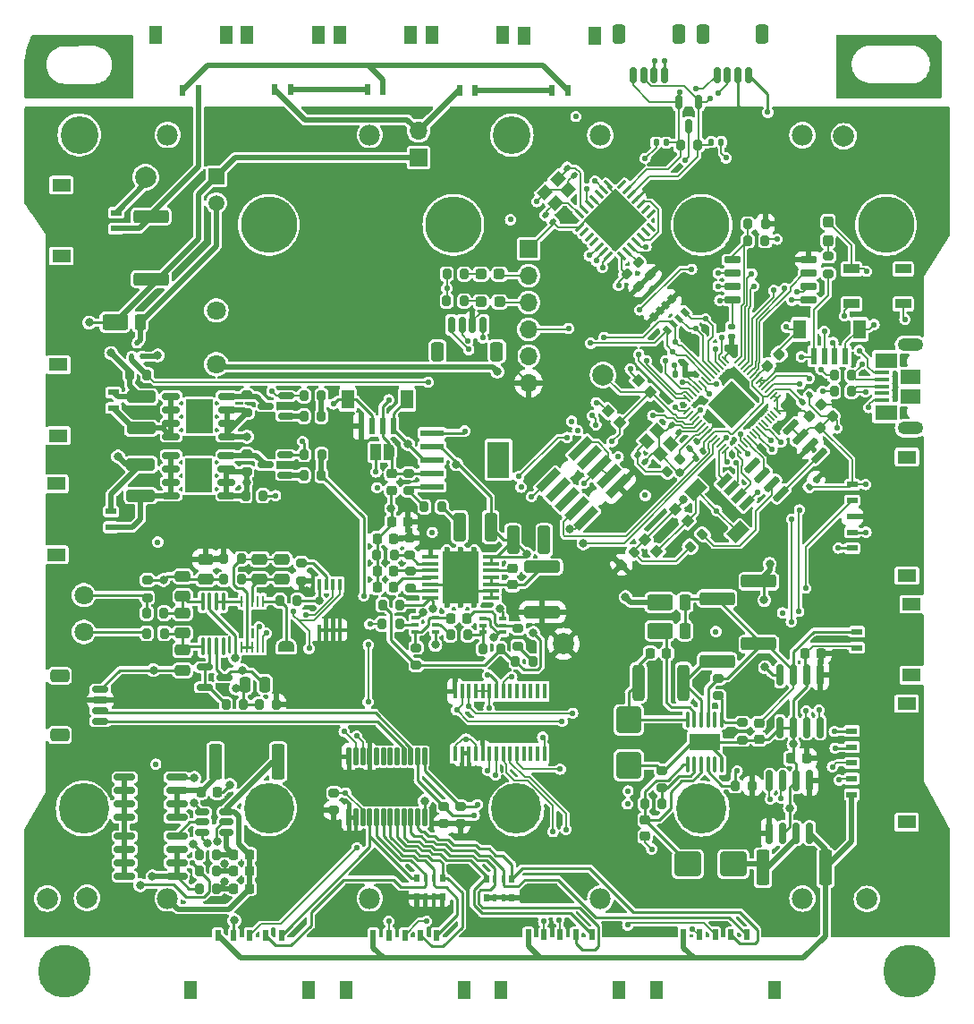
<source format=gbr>
%TF.GenerationSoftware,KiCad,Pcbnew,7.0.1*%
%TF.CreationDate,2023-12-11T20:48:32-07:00*%
%TF.ProjectId,Battery_Board_V3,42617474-6572-4795-9f42-6f6172645f56,rev?*%
%TF.SameCoordinates,Original*%
%TF.FileFunction,Copper,L1,Top*%
%TF.FilePolarity,Positive*%
%FSLAX46Y46*%
G04 Gerber Fmt 4.6, Leading zero omitted, Abs format (unit mm)*
G04 Created by KiCad (PCBNEW 7.0.1) date 2023-12-11 20:48:32*
%MOMM*%
%LPD*%
G01*
G04 APERTURE LIST*
G04 Aperture macros list*
%AMRoundRect*
0 Rectangle with rounded corners*
0 $1 Rounding radius*
0 $2 $3 $4 $5 $6 $7 $8 $9 X,Y pos of 4 corners*
0 Add a 4 corners polygon primitive as box body*
4,1,4,$2,$3,$4,$5,$6,$7,$8,$9,$2,$3,0*
0 Add four circle primitives for the rounded corners*
1,1,$1+$1,$2,$3*
1,1,$1+$1,$4,$5*
1,1,$1+$1,$6,$7*
1,1,$1+$1,$8,$9*
0 Add four rect primitives between the rounded corners*
20,1,$1+$1,$2,$3,$4,$5,0*
20,1,$1+$1,$4,$5,$6,$7,0*
20,1,$1+$1,$6,$7,$8,$9,0*
20,1,$1+$1,$8,$9,$2,$3,0*%
%AMRotRect*
0 Rectangle, with rotation*
0 The origin of the aperture is its center*
0 $1 length*
0 $2 width*
0 $3 Rotation angle, in degrees counterclockwise*
0 Add horizontal line*
21,1,$1,$2,0,0,$3*%
%AMFreePoly0*
4,1,19,0.550000,-0.750000,0.000000,-0.750000,0.000000,-0.744911,-0.071157,-0.744911,-0.207708,-0.704816,-0.327430,-0.627875,-0.420627,-0.520320,-0.479746,-0.390866,-0.500000,-0.250000,-0.500000,0.250000,-0.479746,0.390866,-0.420627,0.520320,-0.327430,0.627875,-0.207708,0.704816,-0.071157,0.744911,0.000000,0.744911,0.000000,0.750000,0.550000,0.750000,0.550000,-0.750000,0.550000,-0.750000,
$1*%
%AMFreePoly1*
4,1,19,0.000000,0.744911,0.071157,0.744911,0.207708,0.704816,0.327430,0.627875,0.420627,0.520320,0.479746,0.390866,0.500000,0.250000,0.500000,-0.250000,0.479746,-0.390866,0.420627,-0.520320,0.327430,-0.627875,0.207708,-0.704816,0.071157,-0.744911,0.000000,-0.744911,0.000000,-0.750000,-0.550000,-0.750000,-0.550000,0.750000,0.000000,0.750000,0.000000,0.744911,0.000000,0.744911,
$1*%
%AMFreePoly2*
4,1,19,0.500000,-0.750000,0.000000,-0.750000,0.000000,-0.744911,-0.071157,-0.744911,-0.207708,-0.704816,-0.327430,-0.627875,-0.420627,-0.520320,-0.479746,-0.390866,-0.500000,-0.250000,-0.500000,0.250000,-0.479746,0.390866,-0.420627,0.520320,-0.327430,0.627875,-0.207708,0.704816,-0.071157,0.744911,0.000000,0.744911,0.000000,0.750000,0.500000,0.750000,0.500000,-0.750000,0.500000,-0.750000,
$1*%
%AMFreePoly3*
4,1,19,0.000000,0.744911,0.071157,0.744911,0.207708,0.704816,0.327430,0.627875,0.420627,0.520320,0.479746,0.390866,0.500000,0.250000,0.500000,-0.250000,0.479746,-0.390866,0.420627,-0.520320,0.327430,-0.627875,0.207708,-0.704816,0.071157,-0.744911,0.000000,-0.744911,0.000000,-0.750000,-0.500000,-0.750000,-0.500000,0.750000,0.000000,0.750000,0.000000,0.744911,0.000000,0.744911,
$1*%
G04 Aperture macros list end*
%TA.AperFunction,SMDPad,CuDef*%
%ADD10RoundRect,0.150000X0.150000X0.625000X-0.150000X0.625000X-0.150000X-0.625000X0.150000X-0.625000X0*%
%TD*%
%TA.AperFunction,SMDPad,CuDef*%
%ADD11RoundRect,0.250000X0.350000X0.650000X-0.350000X0.650000X-0.350000X-0.650000X0.350000X-0.650000X0*%
%TD*%
%TA.AperFunction,SMDPad,CuDef*%
%ADD12RoundRect,0.250000X1.425000X-0.362500X1.425000X0.362500X-1.425000X0.362500X-1.425000X-0.362500X0*%
%TD*%
%TA.AperFunction,SMDPad,CuDef*%
%ADD13R,1.000000X0.600000*%
%TD*%
%TA.AperFunction,SMDPad,CuDef*%
%ADD14R,1.800000X1.250000*%
%TD*%
%TA.AperFunction,SMDPad,CuDef*%
%ADD15RoundRect,0.200000X0.275000X-0.200000X0.275000X0.200000X-0.275000X0.200000X-0.275000X-0.200000X0*%
%TD*%
%TA.AperFunction,SMDPad,CuDef*%
%ADD16RotRect,0.600000X1.550000X135.000000*%
%TD*%
%TA.AperFunction,SMDPad,CuDef*%
%ADD17RotRect,1.200000X1.800000X135.000000*%
%TD*%
%TA.AperFunction,ComponentPad*%
%ADD18C,5.000000*%
%TD*%
%TA.AperFunction,SMDPad,CuDef*%
%ADD19RoundRect,0.225000X-0.225000X-0.250000X0.225000X-0.250000X0.225000X0.250000X-0.225000X0.250000X0*%
%TD*%
%TA.AperFunction,ComponentPad*%
%ADD20C,2.000000*%
%TD*%
%TA.AperFunction,SMDPad,CuDef*%
%ADD21R,1.500000X0.900000*%
%TD*%
%TA.AperFunction,SMDPad,CuDef*%
%ADD22RoundRect,0.150000X0.825000X0.150000X-0.825000X0.150000X-0.825000X-0.150000X0.825000X-0.150000X0*%
%TD*%
%TA.AperFunction,SMDPad,CuDef*%
%ADD23R,0.650000X0.400000*%
%TD*%
%TA.AperFunction,SMDPad,CuDef*%
%ADD24RoundRect,0.200000X-0.200000X-0.275000X0.200000X-0.275000X0.200000X0.275000X-0.200000X0.275000X0*%
%TD*%
%TA.AperFunction,SMDPad,CuDef*%
%ADD25RoundRect,0.150000X0.662500X0.150000X-0.662500X0.150000X-0.662500X-0.150000X0.662500X-0.150000X0*%
%TD*%
%TA.AperFunction,SMDPad,CuDef*%
%ADD26R,2.514000X3.200000*%
%TD*%
%TA.AperFunction,SMDPad,CuDef*%
%ADD27RoundRect,0.150000X-0.512500X-0.150000X0.512500X-0.150000X0.512500X0.150000X-0.512500X0.150000X0*%
%TD*%
%TA.AperFunction,SMDPad,CuDef*%
%ADD28R,0.600000X1.000000*%
%TD*%
%TA.AperFunction,SMDPad,CuDef*%
%ADD29R,1.250000X1.800000*%
%TD*%
%TA.AperFunction,SMDPad,CuDef*%
%ADD30RoundRect,0.140000X-0.021213X0.219203X-0.219203X0.021213X0.021213X-0.219203X0.219203X-0.021213X0*%
%TD*%
%TA.AperFunction,SMDPad,CuDef*%
%ADD31RoundRect,0.140000X-0.219203X-0.021213X-0.021213X-0.219203X0.219203X0.021213X0.021213X0.219203X0*%
%TD*%
%TA.AperFunction,SMDPad,CuDef*%
%ADD32RoundRect,0.200000X0.200000X0.275000X-0.200000X0.275000X-0.200000X-0.275000X0.200000X-0.275000X0*%
%TD*%
%TA.AperFunction,SMDPad,CuDef*%
%ADD33RoundRect,0.250000X0.275000X0.500000X-0.275000X0.500000X-0.275000X-0.500000X0.275000X-0.500000X0*%
%TD*%
%TA.AperFunction,SMDPad,CuDef*%
%ADD34RoundRect,0.250000X0.950000X0.500000X-0.950000X0.500000X-0.950000X-0.500000X0.950000X-0.500000X0*%
%TD*%
%TA.AperFunction,SMDPad,CuDef*%
%ADD35RoundRect,0.225000X-0.250000X0.225000X-0.250000X-0.225000X0.250000X-0.225000X0.250000X0.225000X0*%
%TD*%
%TA.AperFunction,SMDPad,CuDef*%
%ADD36RotRect,0.800000X0.500000X135.000000*%
%TD*%
%TA.AperFunction,SMDPad,CuDef*%
%ADD37RotRect,0.800000X0.400000X135.000000*%
%TD*%
%TA.AperFunction,SMDPad,CuDef*%
%ADD38RoundRect,0.200000X0.335876X0.053033X0.053033X0.335876X-0.335876X-0.053033X-0.053033X-0.335876X0*%
%TD*%
%TA.AperFunction,SMDPad,CuDef*%
%ADD39RoundRect,0.225000X0.250000X-0.225000X0.250000X0.225000X-0.250000X0.225000X-0.250000X-0.225000X0*%
%TD*%
%TA.AperFunction,SMDPad,CuDef*%
%ADD40RoundRect,0.250000X-0.475000X0.250000X-0.475000X-0.250000X0.475000X-0.250000X0.475000X0.250000X0*%
%TD*%
%TA.AperFunction,SMDPad,CuDef*%
%ADD41RoundRect,0.150000X0.150000X-0.825000X0.150000X0.825000X-0.150000X0.825000X-0.150000X-0.825000X0*%
%TD*%
%TA.AperFunction,SMDPad,CuDef*%
%ADD42R,2.200000X0.600000*%
%TD*%
%TA.AperFunction,SMDPad,CuDef*%
%ADD43R,2.150000X3.450000*%
%TD*%
%TA.AperFunction,SMDPad,CuDef*%
%ADD44RoundRect,0.150000X0.406586X0.618718X-0.618718X-0.406586X-0.406586X-0.618718X0.618718X0.406586X0*%
%TD*%
%TA.AperFunction,SMDPad,CuDef*%
%ADD45RotRect,0.900000X0.900000X225.000000*%
%TD*%
%TA.AperFunction,SMDPad,CuDef*%
%ADD46RotRect,0.900000X0.900000X45.000000*%
%TD*%
%TA.AperFunction,SMDPad,CuDef*%
%ADD47RoundRect,0.020500X0.184500X-0.764500X0.184500X0.764500X-0.184500X0.764500X-0.184500X-0.764500X0*%
%TD*%
%TA.AperFunction,SMDPad,CuDef*%
%ADD48RoundRect,0.150000X0.587500X0.150000X-0.587500X0.150000X-0.587500X-0.150000X0.587500X-0.150000X0*%
%TD*%
%TA.AperFunction,SMDPad,CuDef*%
%ADD49RoundRect,0.250000X0.362500X1.425000X-0.362500X1.425000X-0.362500X-1.425000X0.362500X-1.425000X0*%
%TD*%
%TA.AperFunction,ComponentPad*%
%ADD50R,1.700000X1.700000*%
%TD*%
%TA.AperFunction,ComponentPad*%
%ADD51O,1.700000X1.700000*%
%TD*%
%TA.AperFunction,ComponentPad*%
%ADD52C,1.800000*%
%TD*%
%TA.AperFunction,SMDPad,CuDef*%
%ADD53RoundRect,0.100000X-0.687500X-0.100000X0.687500X-0.100000X0.687500X0.100000X-0.687500X0.100000X0*%
%TD*%
%TA.AperFunction,ComponentPad*%
%ADD54C,0.600000*%
%TD*%
%TA.AperFunction,SMDPad,CuDef*%
%ADD55R,3.400000X5.000000*%
%TD*%
%TA.AperFunction,SMDPad,CuDef*%
%ADD56RoundRect,0.200000X0.053033X-0.335876X0.335876X-0.053033X-0.053033X0.335876X-0.335876X0.053033X0*%
%TD*%
%TA.AperFunction,SMDPad,CuDef*%
%ADD57R,0.500000X0.800000*%
%TD*%
%TA.AperFunction,SMDPad,CuDef*%
%ADD58R,0.400000X0.800000*%
%TD*%
%TA.AperFunction,SMDPad,CuDef*%
%ADD59RoundRect,0.237500X-0.237500X0.287500X-0.237500X-0.287500X0.237500X-0.287500X0.237500X0.287500X0*%
%TD*%
%TA.AperFunction,SMDPad,CuDef*%
%ADD60RoundRect,0.250000X-0.362500X-1.425000X0.362500X-1.425000X0.362500X1.425000X-0.362500X1.425000X0*%
%TD*%
%TA.AperFunction,SMDPad,CuDef*%
%ADD61RoundRect,0.250000X-1.000000X-0.900000X1.000000X-0.900000X1.000000X0.900000X-1.000000X0.900000X0*%
%TD*%
%TA.AperFunction,SMDPad,CuDef*%
%ADD62RoundRect,0.140000X0.219203X0.021213X0.021213X0.219203X-0.219203X-0.021213X-0.021213X-0.219203X0*%
%TD*%
%TA.AperFunction,SMDPad,CuDef*%
%ADD63RoundRect,0.125000X0.176777X0.000000X0.000000X0.176777X-0.176777X0.000000X0.000000X-0.176777X0*%
%TD*%
%TA.AperFunction,SMDPad,CuDef*%
%ADD64RoundRect,0.150000X-0.150000X0.512500X-0.150000X-0.512500X0.150000X-0.512500X0.150000X0.512500X0*%
%TD*%
%TA.AperFunction,SMDPad,CuDef*%
%ADD65RoundRect,0.150000X-0.150000X0.825000X-0.150000X-0.825000X0.150000X-0.825000X0.150000X0.825000X0*%
%TD*%
%TA.AperFunction,SMDPad,CuDef*%
%ADD66RoundRect,0.200000X-0.053033X0.335876X-0.335876X0.053033X0.053033X-0.335876X0.335876X-0.053033X0*%
%TD*%
%TA.AperFunction,SMDPad,CuDef*%
%ADD67RoundRect,0.237500X-0.287500X-0.237500X0.287500X-0.237500X0.287500X0.237500X-0.287500X0.237500X0*%
%TD*%
%TA.AperFunction,SMDPad,CuDef*%
%ADD68R,0.400000X0.510000*%
%TD*%
%TA.AperFunction,SMDPad,CuDef*%
%ADD69RoundRect,0.250000X-1.425000X0.362500X-1.425000X-0.362500X1.425000X-0.362500X1.425000X0.362500X0*%
%TD*%
%TA.AperFunction,SMDPad,CuDef*%
%ADD70RoundRect,0.200000X-0.275000X0.200000X-0.275000X-0.200000X0.275000X-0.200000X0.275000X0.200000X0*%
%TD*%
%TA.AperFunction,SMDPad,CuDef*%
%ADD71RoundRect,0.100000X0.100000X-0.712500X0.100000X0.712500X-0.100000X0.712500X-0.100000X-0.712500X0*%
%TD*%
%TA.AperFunction,SMDPad,CuDef*%
%ADD72RoundRect,0.250000X0.325000X1.100000X-0.325000X1.100000X-0.325000X-1.100000X0.325000X-1.100000X0*%
%TD*%
%TA.AperFunction,SMDPad,CuDef*%
%ADD73R,0.450000X1.475000*%
%TD*%
%TA.AperFunction,SMDPad,CuDef*%
%ADD74RoundRect,0.225000X0.225000X0.250000X-0.225000X0.250000X-0.225000X-0.250000X0.225000X-0.250000X0*%
%TD*%
%TA.AperFunction,SMDPad,CuDef*%
%ADD75RoundRect,0.150000X-0.650000X-0.150000X0.650000X-0.150000X0.650000X0.150000X-0.650000X0.150000X0*%
%TD*%
%TA.AperFunction,SMDPad,CuDef*%
%ADD76RoundRect,0.150000X-0.587500X-0.150000X0.587500X-0.150000X0.587500X0.150000X-0.587500X0.150000X0*%
%TD*%
%TA.AperFunction,SMDPad,CuDef*%
%ADD77RoundRect,0.150000X-0.625000X0.150000X-0.625000X-0.150000X0.625000X-0.150000X0.625000X0.150000X0*%
%TD*%
%TA.AperFunction,SMDPad,CuDef*%
%ADD78RoundRect,0.250000X-0.650000X0.350000X-0.650000X-0.350000X0.650000X-0.350000X0.650000X0.350000X0*%
%TD*%
%TA.AperFunction,SMDPad,CuDef*%
%ADD79FreePoly0,0.000000*%
%TD*%
%TA.AperFunction,SMDPad,CuDef*%
%ADD80R,1.000000X1.500000*%
%TD*%
%TA.AperFunction,SMDPad,CuDef*%
%ADD81FreePoly1,0.000000*%
%TD*%
%TA.AperFunction,SMDPad,CuDef*%
%ADD82RoundRect,0.250000X1.100000X-0.325000X1.100000X0.325000X-1.100000X0.325000X-1.100000X-0.325000X0*%
%TD*%
%TA.AperFunction,SMDPad,CuDef*%
%ADD83RoundRect,0.140000X0.170000X-0.140000X0.170000X0.140000X-0.170000X0.140000X-0.170000X-0.140000X0*%
%TD*%
%TA.AperFunction,SMDPad,CuDef*%
%ADD84RoundRect,0.140000X-0.140000X-0.170000X0.140000X-0.170000X0.140000X0.170000X-0.140000X0.170000X0*%
%TD*%
%TA.AperFunction,SMDPad,CuDef*%
%ADD85R,1.380000X0.450000*%
%TD*%
%TA.AperFunction,ComponentPad*%
%ADD86O,2.416000X1.208000*%
%TD*%
%TA.AperFunction,SMDPad,CuDef*%
%ADD87R,2.100000X1.475000*%
%TD*%
%TA.AperFunction,SMDPad,CuDef*%
%ADD88R,1.900000X1.375000*%
%TD*%
%TA.AperFunction,SMDPad,CuDef*%
%ADD89RoundRect,0.250000X-0.900000X1.000000X-0.900000X-1.000000X0.900000X-1.000000X0.900000X1.000000X0*%
%TD*%
%TA.AperFunction,SMDPad,CuDef*%
%ADD90RoundRect,0.140000X0.140000X0.170000X-0.140000X0.170000X-0.140000X-0.170000X0.140000X-0.170000X0*%
%TD*%
%TA.AperFunction,SMDPad,CuDef*%
%ADD91RoundRect,0.050000X-0.309359X0.238649X0.238649X-0.309359X0.309359X-0.238649X-0.238649X0.309359X0*%
%TD*%
%TA.AperFunction,SMDPad,CuDef*%
%ADD92RoundRect,0.050000X-0.309359X-0.238649X-0.238649X-0.309359X0.309359X0.238649X0.238649X0.309359X0*%
%TD*%
%TA.AperFunction,SMDPad,CuDef*%
%ADD93RotRect,3.200000X3.200000X315.000000*%
%TD*%
%TA.AperFunction,SMDPad,CuDef*%
%ADD94RoundRect,0.250000X0.475000X-0.250000X0.475000X0.250000X-0.475000X0.250000X-0.475000X-0.250000X0*%
%TD*%
%TA.AperFunction,SMDPad,CuDef*%
%ADD95R,0.250000X1.100000*%
%TD*%
%TA.AperFunction,SMDPad,CuDef*%
%ADD96RoundRect,0.250000X-0.312500X-1.450000X0.312500X-1.450000X0.312500X1.450000X-0.312500X1.450000X0*%
%TD*%
%TA.AperFunction,SMDPad,CuDef*%
%ADD97RoundRect,0.075000X0.362392X-0.256326X-0.256326X0.362392X-0.362392X0.256326X0.256326X-0.362392X0*%
%TD*%
%TA.AperFunction,SMDPad,CuDef*%
%ADD98RoundRect,0.075000X0.362392X0.256326X0.256326X0.362392X-0.362392X-0.256326X-0.256326X-0.362392X0*%
%TD*%
%TA.AperFunction,SMDPad,CuDef*%
%ADD99RotRect,4.250000X4.250000X135.000000*%
%TD*%
%TA.AperFunction,SMDPad,CuDef*%
%ADD100RotRect,0.760000X2.600000X135.000000*%
%TD*%
%TA.AperFunction,ComponentPad*%
%ADD101R,1.508000X1.508000*%
%TD*%
%TA.AperFunction,ComponentPad*%
%ADD102C,1.508000*%
%TD*%
%TA.AperFunction,SMDPad,CuDef*%
%ADD103R,0.400000X1.100000*%
%TD*%
%TA.AperFunction,SMDPad,CuDef*%
%ADD104R,0.600000X1.550000*%
%TD*%
%TA.AperFunction,SMDPad,CuDef*%
%ADD105R,1.200000X1.800000*%
%TD*%
%TA.AperFunction,SMDPad,CuDef*%
%ADD106RoundRect,0.225000X0.017678X-0.335876X0.335876X-0.017678X-0.017678X0.335876X-0.335876X0.017678X0*%
%TD*%
%TA.AperFunction,SMDPad,CuDef*%
%ADD107RoundRect,0.225000X-0.335876X-0.017678X-0.017678X-0.335876X0.335876X0.017678X0.017678X0.335876X0*%
%TD*%
%TA.AperFunction,SMDPad,CuDef*%
%ADD108RoundRect,0.250000X-0.325000X-1.100000X0.325000X-1.100000X0.325000X1.100000X-0.325000X1.100000X0*%
%TD*%
%TA.AperFunction,SMDPad,CuDef*%
%ADD109RoundRect,0.250000X-1.450000X0.312500X-1.450000X-0.312500X1.450000X-0.312500X1.450000X0.312500X0*%
%TD*%
%TA.AperFunction,SMDPad,CuDef*%
%ADD110RoundRect,0.100000X0.100000X-0.625000X0.100000X0.625000X-0.100000X0.625000X-0.100000X-0.625000X0*%
%TD*%
%TA.AperFunction,SMDPad,CuDef*%
%ADD111R,2.850000X1.650000*%
%TD*%
%TA.AperFunction,SMDPad,CuDef*%
%ADD112RotRect,1.150000X1.000000X315.000000*%
%TD*%
%TA.AperFunction,SMDPad,CuDef*%
%ADD113RoundRect,0.250000X-0.250000X-0.475000X0.250000X-0.475000X0.250000X0.475000X-0.250000X0.475000X0*%
%TD*%
%TA.AperFunction,SMDPad,CuDef*%
%ADD114RoundRect,0.140000X0.021213X-0.219203X0.219203X-0.021213X-0.021213X0.219203X-0.219203X0.021213X0*%
%TD*%
%TA.AperFunction,SMDPad,CuDef*%
%ADD115RotRect,1.150000X1.000000X225.000000*%
%TD*%
%TA.AperFunction,SMDPad,CuDef*%
%ADD116FreePoly2,270.000000*%
%TD*%
%TA.AperFunction,SMDPad,CuDef*%
%ADD117FreePoly3,270.000000*%
%TD*%
%TA.AperFunction,ComponentPad*%
%ADD118C,4.770000*%
%TD*%
%TA.AperFunction,ComponentPad*%
%ADD119C,5.325000*%
%TD*%
%TA.AperFunction,ComponentPad*%
%ADD120C,3.570000*%
%TD*%
%TA.AperFunction,ComponentPad*%
%ADD121C,1.980000*%
%TD*%
%TA.AperFunction,ViaPad*%
%ADD122C,0.560000*%
%TD*%
%TA.AperFunction,ViaPad*%
%ADD123C,0.800000*%
%TD*%
%TA.AperFunction,Conductor*%
%ADD124C,0.127000*%
%TD*%
%TA.AperFunction,Conductor*%
%ADD125C,0.500000*%
%TD*%
%TA.AperFunction,Conductor*%
%ADD126C,0.250000*%
%TD*%
G04 APERTURE END LIST*
D10*
%TO.P,J27,1,Pin_1*%
%TO.N,GND*%
X154110000Y-70395000D03*
%TO.P,J27,2,Pin_2*%
%TO.N,+3V3*%
X153110000Y-70395000D03*
%TO.P,J27,3,Pin_3*%
%TO.N,SDA0*%
X152110000Y-70395000D03*
%TO.P,J27,4,Pin_4*%
%TO.N,SCL0*%
X151110000Y-70395000D03*
D11*
%TO.P,J27,MP*%
%TO.N,N/C*%
X155410000Y-72920000D03*
X149810000Y-72920000D03*
%TD*%
D12*
%TO.P,R58,1,1*%
%TO.N,VBUSP*%
X122690000Y-66092500D03*
%TO.P,R58,2,2*%
%TO.N,ISS_Comply*%
X122690000Y-60167500D03*
%TD*%
D13*
%TO.P,J17,2,Pin_2*%
%TO.N,ISS_Comply*%
X119370000Y-61300000D03*
%TO.P,J17,1,Pin_1*%
%TO.N,VBUSP*%
X119370000Y-59800000D03*
D14*
%TO.P,J17,S1*%
%TO.N,N/C*%
X114180000Y-57195000D03*
%TO.P,J17,S2*%
X114180000Y-63905000D03*
%TD*%
D15*
%TO.P,R57,1,1*%
%TO.N,VBUS*%
X186790000Y-65585000D03*
%TO.P,R57,2,2*%
%TO.N,Net-(D10-PadA)*%
X186790000Y-63935000D03*
%TD*%
D16*
%TO.P,J21,1,1*%
%TO.N,SPI1_CS0*%
X179057577Y-87283744D03*
%TO.P,J21,2,2*%
%TO.N,SPI1_SCK*%
X178350470Y-86576637D03*
%TO.P,J21,3,3*%
%TO.N,SPI1_MOSI*%
X177643363Y-85869530D03*
%TO.P,J21,4,4*%
%TO.N,SPI1_MISO*%
X176936256Y-85162423D03*
D17*
%TO.P,J21,S1,SHIELD*%
%TO.N,GND*%
X178191371Y-89988427D03*
%TO.P,J21,S2,SHIELD*%
X174231573Y-86028629D03*
%TD*%
D18*
%TO.P,,1*%
%TO.N,N/C*%
X194500000Y-131530000D03*
%TD*%
D19*
%TO.P,C1,1,1*%
%TO.N,GND*%
X144082500Y-90615000D03*
%TO.P,C1,2,2*%
%TO.N,+3V3*%
X145632500Y-90615000D03*
%TD*%
D20*
%TO.P,TP6,1,1*%
%TO.N,VBUSP*%
X122170000Y-56450000D03*
%TD*%
D21*
%TO.P,LED1,1,VDD*%
%TO.N,NEO_PWR*%
X193870000Y-68420000D03*
%TO.P,LED1,2,DO*%
%TO.N,unconnected-(LED1-DO-Pad2)*%
X193870000Y-65120000D03*
%TO.P,LED1,3,GND*%
%TO.N,GND*%
X188970000Y-65120000D03*
%TO.P,LED1,4,DI*%
%TO.N,NEOPIX*%
X188970000Y-68420000D03*
%TD*%
D22*
%TO.P,Q2,1,S*%
%TO.N,GND*%
X125124999Y-122585000D03*
%TO.P,Q2,2,S*%
X125124999Y-121315000D03*
%TO.P,Q2,3,S*%
X125124999Y-120045000D03*
%TO.P,Q2,4,G*%
%TO.N,Net-(Q2-G)*%
X125124999Y-118775000D03*
%TO.P,Q2,5,D*%
%TO.N,Net-(Q1-D-Pad5)*%
X120174999Y-118775000D03*
%TO.P,Q2,6,D*%
X120174999Y-120045000D03*
%TO.P,Q2,7,D*%
X120174999Y-121315000D03*
%TO.P,Q2,8,D*%
X120174999Y-122585000D03*
%TD*%
D23*
%TO.P,Q3,1,E1*%
%TO.N,GND*%
X154057500Y-98180000D03*
%TO.P,Q3,2,B1*%
%TO.N,Net-(Q3A-B1)*%
X154057500Y-98830000D03*
%TO.P,Q3,3,C2*%
X154057500Y-99480000D03*
%TO.P,Q3,4,E2*%
%TO.N,GND*%
X155957500Y-99480000D03*
%TO.P,Q3,5,B2*%
%TO.N,Net-(Q3B-B2)*%
X155957500Y-98830000D03*
%TO.P,Q3,6,C1*%
%TO.N,/3V3_EN*%
X155957500Y-98180000D03*
%TD*%
D24*
%TO.P,R4,1*%
%TO.N,BM*%
X127225000Y-120530000D03*
%TO.P,R4,2*%
%TO.N,Net-(U1-VC)*%
X128875000Y-120530000D03*
%TD*%
D25*
%TO.P,Q9,1,Source*%
%TO.N,Net-(K1-PadNO)*%
X129840002Y-86574999D03*
%TO.P,Q9,2,Source*%
X129840002Y-85304999D03*
%TO.P,Q9,3,Source*%
X129840002Y-84034999D03*
%TO.P,Q9,4,Gate*%
%TO.N,Net-(Q7-D)*%
X129840002Y-82764999D03*
%TO.P,Q9,5,Drain*%
%TO.N,Heater*%
X124565002Y-82764999D03*
%TO.P,Q9,6,Drain*%
X124565002Y-84034999D03*
%TO.P,Q9,7,Drain*%
X124565002Y-85304999D03*
%TO.P,Q9,8,Drain*%
X124565002Y-86574999D03*
D26*
%TO.P,Q9,9*%
%TO.N,N/C*%
X127202502Y-84669999D03*
%TD*%
D27*
%TO.P,U1,1,DOUT*%
%TO.N,Net-(Q1-G)*%
X127542500Y-116500000D03*
%TO.P,U1,2,COUT*%
%TO.N,Net-(Q2-G)*%
X127542500Y-117450000D03*
%TO.P,U1,3,V-*%
%TO.N,Net-(U1-V-)*%
X127542500Y-118400000D03*
%TO.P,U1,4,VC*%
%TO.N,Net-(U1-VC)*%
X129817500Y-118400000D03*
%TO.P,U1,5,VDD*%
%TO.N,/VDD*%
X129817500Y-117450000D03*
%TO.P,U1,6,VSS*%
%TO.N,B-*%
X129817500Y-116500000D03*
%TD*%
D28*
%TO.P,J11,1,Pin_1*%
%TO.N,VSOLAR*%
X143710000Y-128130000D03*
%TO.P,J11,2,Pin_2*%
%TO.N,GND*%
X145210000Y-128130000D03*
%TO.P,J11,3,Pin_3*%
%TO.N,F1_ENB*%
X146710000Y-128130000D03*
%TO.P,J11,4,Pin_4*%
%TO.N,F1_SCL*%
X148210000Y-128130000D03*
%TO.P,J11,5,Pin_5*%
%TO.N,F1_SDA*%
X149710000Y-128130000D03*
D29*
%TO.P,J11,S1*%
%TO.N,N/C*%
X141105000Y-133320000D03*
%TO.P,J11,S2*%
X152315000Y-133320000D03*
%TD*%
D30*
%TO.P,C31,1,1*%
%TO.N,+3V3*%
X185639411Y-85060589D03*
%TO.P,C31,2,2*%
%TO.N,GND*%
X184960589Y-85739411D03*
%TD*%
D28*
%TO.P,J7,1,Pin_1*%
%TO.N,Net-(J7-Pin_1)*%
X153370000Y-48210000D03*
%TO.P,J7,2,Pin_2*%
%TO.N,VBatt*%
X151870000Y-48210000D03*
D29*
%TO.P,J7,S1*%
%TO.N,N/C*%
X155975000Y-43020000D03*
%TO.P,J7,S2*%
X149265000Y-43020000D03*
%TD*%
D31*
%TO.P,C20,1,1*%
%TO.N,GND*%
X171960589Y-79870589D03*
%TO.P,C20,2,2*%
%TO.N,Net-(IC3-XIN)*%
X172639411Y-80549411D03*
%TD*%
D28*
%TO.P,J13,1,Pin_1*%
%TO.N,VSOLAR*%
X173090000Y-128100000D03*
%TO.P,J13,2,Pin_2*%
%TO.N,GND*%
X174590000Y-128100000D03*
%TO.P,J13,3,Pin_3*%
%TO.N,F3_ENB*%
X176090000Y-128100000D03*
%TO.P,J13,4,Pin_4*%
%TO.N,F3_SCL*%
X177590000Y-128100000D03*
%TO.P,J13,5,Pin_5*%
%TO.N,F3_SDA*%
X179090000Y-128100000D03*
D29*
%TO.P,J13,S1*%
%TO.N,N/C*%
X170485000Y-133290000D03*
%TO.P,J13,S2*%
X181695000Y-133290000D03*
%TD*%
D32*
%TO.P,FB3,1*%
%TO.N,AGND*%
X131215000Y-94502499D03*
%TO.P,FB3,2*%
%TO.N,GND*%
X129565000Y-94502499D03*
%TD*%
D33*
%TO.P,D1,A,A*%
%TO.N,Net-(Q4-C)*%
X121640001Y-70154998D03*
D34*
%TO.P,D1,C,C*%
%TO.N,VBUSP*%
X119265001Y-70154998D03*
%TD*%
D32*
%TO.P,R19,1,1*%
%TO.N,GND*%
X133285000Y-86564998D03*
%TO.P,R19,2,2*%
%TO.N,Net-(K1-PadNO)*%
X131635000Y-86564998D03*
%TD*%
D35*
%TO.P,C40,1,1*%
%TO.N,VBATT_SENSE*%
X180220000Y-108085000D03*
%TO.P,C40,2,2*%
%TO.N,GND*%
X180220000Y-109635000D03*
%TD*%
D36*
%TO.P,R48,1,R1.1*%
%TO.N,SCL0*%
X171537868Y-70934924D03*
D37*
%TO.P,R48,2,R2.1*%
%TO.N,SDA0*%
X172103553Y-70369239D03*
%TO.P,R48,3,R3.1*%
%TO.N,SCL1*%
X172669239Y-69803553D03*
D36*
%TO.P,R48,4,R4.1*%
%TO.N,SDA1*%
X173234924Y-69237868D03*
%TO.P,R48,5,R4.2*%
%TO.N,+3V3*%
X171962132Y-67965076D03*
D37*
%TO.P,R48,6,R3.2*%
X171396447Y-68530761D03*
%TO.P,R48,7,R2.2*%
X170830761Y-69096447D03*
D36*
%TO.P,R48,8,R1.2*%
X170265076Y-69662132D03*
%TD*%
D28*
%TO.P,J8,1,Pin_1*%
%TO.N,VBatt1*%
X162110000Y-48230000D03*
%TO.P,J8,2,Pin_2*%
%TO.N,Net-(J7-Pin_1)*%
X160610000Y-48230000D03*
D29*
%TO.P,J8,S1*%
%TO.N,N/C*%
X164715000Y-43040000D03*
%TO.P,J8,S2*%
X158005000Y-43040000D03*
%TD*%
D32*
%TO.P,R31,1,1*%
%TO.N,+3V3*%
X180825000Y-60880000D03*
%TO.P,R31,2,2*%
%TO.N,/QSPI_CS*%
X179175000Y-60880000D03*
%TD*%
D24*
%TO.P,R43,1,1*%
%TO.N,Net-(D4-K)*%
X169415000Y-115690000D03*
%TO.P,R43,2,2*%
%TO.N,Net-(IC4-VIN_REG)*%
X171065000Y-115690000D03*
%TD*%
D38*
%TO.P,R40,1,1*%
%TO.N,+3V3*%
X169963503Y-65683595D03*
%TO.P,R40,2,2*%
%TO.N,Net-(U11-RESET)*%
X168796777Y-64516869D03*
%TD*%
D39*
%TO.P,C13,1*%
%TO.N,GND*%
X145467500Y-86055000D03*
%TO.P,C13,2*%
%TO.N,+5V*%
X145467500Y-84505000D03*
%TD*%
D40*
%TO.P,C18,1*%
%TO.N,Net-(U9-+IN)*%
X125665000Y-97682499D03*
%TO.P,C18,2*%
%TO.N,Net-(U9--IN)*%
X125665000Y-99582499D03*
%TD*%
D41*
%TO.P,U14,1,A1*%
%TO.N,GND*%
X182215000Y-108495000D03*
%TO.P,U14,2,A0*%
X183485000Y-108495000D03*
%TO.P,U14,3,SDA*%
%TO.N,SDA0*%
X184755000Y-108495000D03*
%TO.P,U14,4,SCL*%
%TO.N,SCL0*%
X186025000Y-108495000D03*
%TO.P,U14,5,VS*%
%TO.N,+3V3*%
X186025000Y-103545000D03*
%TO.P,U14,6,GND*%
%TO.N,GND*%
X184755000Y-103545000D03*
%TO.P,U14,7,IN-*%
%TO.N,VBATT_SENSE*%
X183485000Y-103545000D03*
%TO.P,U14,8,IN+*%
%TO.N,PACK+*%
X182215000Y-103545000D03*
%TD*%
D42*
%TO.P,U6,1,~{SHDN}*%
%TO.N,ENAB_RF*%
X149270000Y-80630000D03*
%TO.P,U6,2,IN*%
%TO.N,VBUSP*%
X149270000Y-81900000D03*
%TO.P,U6,3,GND_1*%
%TO.N,GND*%
X149270000Y-83170000D03*
%TO.P,U6,4,OUT*%
%TO.N,+5V*%
X149270000Y-84440000D03*
%TO.P,U6,5,SENSE/ADJ*%
%TO.N,Net-(U6-SENSE{slash}ADJ)*%
X149270000Y-85710000D03*
D43*
%TO.P,U6,6,GND_2*%
%TO.N,GND*%
X155570000Y-83170000D03*
%TD*%
D44*
%TO.P,U13,1,~{MR}*%
%TO.N,Net-(U13-~{MR})*%
X185957838Y-82766238D03*
%TO.P,U13,2,VCC*%
%TO.N,+3V3*%
X185059813Y-81868213D03*
%TO.P,U13,3,GND*%
%TO.N,GND*%
X184161787Y-80970187D03*
%TO.P,U13,4,PFI*%
X183263762Y-80072162D03*
%TO.P,U13,5,~{PFO}*%
%TO.N,unconnected-(U13-~{PFO}-Pad5)*%
X179622162Y-83713762D03*
%TO.P,U13,6,~{WDI}*%
%TO.N,WDT_WDI*%
X180520187Y-84611787D03*
%TO.P,U13,7,~{RESET}*%
%TO.N,Net-(U13-~{RESET})*%
X181418213Y-85509813D03*
%TO.P,U13,8,~{WDO}*%
%TO.N,Net-(U13-~{MR})*%
X182316238Y-86407838D03*
%TD*%
D45*
%TO.P,SW1,A,P*%
%TO.N,/USBBOOT*%
X167046117Y-79685254D03*
%TO.P,SW1,A',P1*%
X169945254Y-76786117D03*
%TO.P,SW1,B,S*%
%TO.N,GND*%
X165914746Y-78553883D03*
%TO.P,SW1,B',S1*%
X168813883Y-75654746D03*
%TD*%
D13*
%TO.P,J14,1,Pin_1*%
%TO.N,VSOLAR*%
X189020000Y-114845000D03*
%TO.P,J14,2,Pin_2*%
%TO.N,GND*%
X189020000Y-113345000D03*
%TO.P,J14,3,Pin_3*%
%TO.N,F4_ENB*%
X189020000Y-111845000D03*
%TO.P,J14,4,Pin_4*%
%TO.N,F4_SCL*%
X189020000Y-110345000D03*
%TO.P,J14,5,Pin_5*%
%TO.N,F4_SDA*%
X189020000Y-108845000D03*
D14*
%TO.P,J14,S1*%
%TO.N,N/C*%
X194210000Y-117450000D03*
%TO.P,J14,S2*%
X194210000Y-106240000D03*
%TD*%
D24*
%TO.P,FB1,1*%
%TO.N,Net-(U9-+Vs)*%
X132890000Y-106322499D03*
%TO.P,FB1,2*%
%TO.N,+3V3*%
X134540000Y-106322499D03*
%TD*%
D46*
%TO.P,SW2,A,P*%
%TO.N,/~{RESET}*%
X172313883Y-87844746D03*
%TO.P,SW2,A',P1*%
X169414746Y-90743883D03*
%TO.P,SW2,B,S*%
%TO.N,GND*%
X173445254Y-88976117D03*
%TO.P,SW2,B',S1*%
X170546117Y-91875254D03*
%TD*%
D20*
%TO.P,TP1,1,1*%
%TO.N,+3V3*%
X161720000Y-100590000D03*
%TD*%
D19*
%TO.P,C12,1*%
%TO.N,Net-(Q5A-C1)*%
X151052500Y-98160000D03*
%TO.P,C12,2*%
%TO.N,Net-(Q3B-B2)*%
X152602500Y-98160000D03*
%TD*%
D39*
%TO.P,C6,1,1*%
%TO.N,Net-(U3-SW1)*%
X156907500Y-95015000D03*
%TO.P,C6,2,2*%
%TO.N,Net-(U3-VBST)*%
X156907500Y-93465000D03*
%TD*%
D47*
%TO.P,U5,1,A0*%
%TO.N,+3V3*%
X141420000Y-117000000D03*
%TO.P,U5,2,A1*%
X142070000Y-117000000D03*
%TO.P,U5,3,~{RESET}*%
%TO.N,I2C_RESET*%
X142720000Y-117000000D03*
%TO.P,U5,4,SD0*%
%TO.N,F0_SDA*%
X143370000Y-117000000D03*
%TO.P,U5,5,SC0*%
%TO.N,F0_SCL*%
X144020000Y-117000000D03*
%TO.P,U5,6,SD1*%
%TO.N,F1_SDA*%
X144670000Y-117000000D03*
%TO.P,U5,7,SC1*%
%TO.N,F1_SCL*%
X145320000Y-117000000D03*
%TO.P,U5,8,SD2*%
%TO.N,F2_SDA*%
X145970000Y-117000000D03*
%TO.P,U5,9,SC2*%
%TO.N,F2_SCL*%
X146620000Y-117000000D03*
%TO.P,U5,10,SD3*%
%TO.N,F3_SDA*%
X147270000Y-117000000D03*
%TO.P,U5,11,SC3*%
%TO.N,F3_SCL*%
X147920000Y-117000000D03*
%TO.P,U5,12,GND*%
%TO.N,GND*%
X148570000Y-117000000D03*
%TO.P,U5,13,SD4*%
%TO.N,F4_SDA*%
X148570000Y-111260000D03*
%TO.P,U5,14,SC4*%
%TO.N,F4_SCL*%
X147920000Y-111260000D03*
%TO.P,U5,15,SD5*%
%TO.N,Break_SDA*%
X147270000Y-111260000D03*
%TO.P,U5,16,SC5*%
%TO.N,Break_SCL*%
X146620000Y-111260000D03*
%TO.P,U5,17,SD6*%
%TO.N,unconnected-(U5-SD6-Pad17)*%
X145970000Y-111260000D03*
%TO.P,U5,18,SC6*%
%TO.N,unconnected-(U5-SC6-Pad18)*%
X145320000Y-111260000D03*
%TO.P,U5,19,SD7*%
%TO.N,unconnected-(U5-SD7-Pad19)*%
X144670000Y-111260000D03*
%TO.P,U5,20,SC7*%
%TO.N,unconnected-(U5-SC7-Pad20)*%
X144020000Y-111260000D03*
%TO.P,U5,21,A2*%
%TO.N,+3V3*%
X143370000Y-111260000D03*
%TO.P,U5,22,SCL*%
%TO.N,SCL0*%
X142720000Y-111260000D03*
%TO.P,U5,23,SDA*%
%TO.N,SDA0*%
X142070000Y-111260000D03*
%TO.P,U5,24,VCC*%
%TO.N,+3V3*%
X141420000Y-111260000D03*
%TD*%
D48*
%TO.P,Q7,1,G*%
%TO.N,Net-(Q7-G)*%
X135407501Y-84619998D03*
%TO.P,Q7,2,S*%
%TO.N,GND*%
X135407501Y-82719998D03*
%TO.P,Q7,3,D*%
%TO.N,Net-(Q7-D)*%
X133532501Y-83669998D03*
%TD*%
D20*
%TO.P,TP2,1,1*%
%TO.N,B-*%
X116620000Y-124620000D03*
%TD*%
D24*
%TO.P,R54,1,1*%
%TO.N,USB_D+*%
X187340000Y-76720000D03*
%TO.P,R54,2,2*%
%TO.N,D+*%
X188990000Y-76720000D03*
%TD*%
D49*
%TO.P,R1,1*%
%TO.N,B-*%
X134712500Y-111740000D03*
%TO.P,R1,2*%
%TO.N,Net-(C5-Pad1)*%
X128787500Y-111740000D03*
%TD*%
D50*
%TO.P,J25,1,Pin_1*%
%TO.N,GND*%
X158440000Y-63220000D03*
D51*
%TO.P,J25,2,Pin_2*%
%TO.N,FC_RX*%
X158440000Y-65760000D03*
%TO.P,J25,3,Pin_3*%
%TO.N,FC_TX*%
X158440000Y-68300000D03*
%TO.P,J25,4,Pin_4*%
%TO.N,SCL1*%
X158440000Y-70840000D03*
%TO.P,J25,5,Pin_5*%
%TO.N,SDA1*%
X158440000Y-73380000D03*
%TO.P,J25,6,Pin_6*%
%TO.N,+3V3*%
X158440000Y-75920000D03*
%TD*%
D10*
%TO.P,J20,1,Pin_1*%
%TO.N,GND*%
X171300000Y-46780000D03*
%TO.P,J20,2,Pin_2*%
%TO.N,+3V3*%
X170300000Y-46780000D03*
%TO.P,J20,3,Pin_3*%
%TO.N,CANL*%
X169300000Y-46780000D03*
%TO.P,J20,4,Pin_4*%
%TO.N,CANH*%
X168300000Y-46780000D03*
D11*
%TO.P,J20,MP*%
%TO.N,N/C*%
X172600000Y-42905000D03*
X167000000Y-42905000D03*
%TD*%
D52*
%TO.P,J18,1,Pin_1*%
%TO.N,Net-(J18-Pin_1)*%
X116315001Y-99472500D03*
%TO.P,J18,2,Pin_2*%
%TO.N,Net-(J18-Pin_2)*%
X116315001Y-95972500D03*
%TD*%
D53*
%TO.P,U3,1,VO*%
%TO.N,+3V3*%
X149115000Y-92350000D03*
%TO.P,U3,2,VFB*%
%TO.N,Net-(U3-VFB)*%
X149115000Y-93000000D03*
%TO.P,U3,3,VREG5*%
%TO.N,Net-(U3-VREG5)*%
X149115000Y-93650000D03*
%TO.P,U3,4,SS*%
%TO.N,Net-(U3-SS)*%
X149115000Y-94300000D03*
%TO.P,U3,5,GND*%
%TO.N,GND*%
X149115000Y-94950000D03*
%TO.P,U3,6,PG*%
%TO.N,Net-(U3-PG)*%
X149115000Y-95600000D03*
%TO.P,U3,7,EN*%
%TO.N,/3V3_EN*%
X149115000Y-96250000D03*
%TO.P,U3,8,PGND1*%
%TO.N,GND*%
X154840000Y-96250000D03*
%TO.P,U3,9,PGND2*%
X154840000Y-95600000D03*
%TO.P,U3,10,SW1*%
%TO.N,Net-(U3-SW1)*%
X154840000Y-94950000D03*
%TO.P,U3,11,SW2*%
X154840000Y-94300000D03*
%TO.P,U3,12,VBST*%
%TO.N,Net-(U3-VBST)*%
X154840000Y-93650000D03*
%TO.P,U3,13,VIN*%
%TO.N,VBUSP*%
X154840000Y-93000000D03*
%TO.P,U3,14,VCC*%
X154840000Y-92350000D03*
D54*
%TO.P,U3,15,EPAD*%
%TO.N,GND*%
X150677500Y-91700000D03*
X150677500Y-93000000D03*
X150677500Y-94300000D03*
X150677500Y-95600000D03*
X150677500Y-96900000D03*
X151977500Y-91700000D03*
X151977500Y-93000000D03*
X151977500Y-94300000D03*
D55*
X151977500Y-94300000D03*
D54*
X151977500Y-95600000D03*
X151977500Y-96900000D03*
X153277500Y-91700000D03*
X153277500Y-93000000D03*
X153277500Y-94300000D03*
X153277500Y-95600000D03*
X153277500Y-96900000D03*
%TD*%
D56*
%TO.P,R45,1*%
%TO.N,/~{RESET}*%
X173716637Y-91403363D03*
%TO.P,R45,2*%
%TO.N,Net-(U13-~{RESET})*%
X174883363Y-90236637D03*
%TD*%
D50*
%TO.P,J1,1,Pin_1*%
%TO.N,VBUSP*%
X147990000Y-54600000D03*
D51*
%TO.P,J1,2,Pin_2*%
%TO.N,VBatt*%
X147990000Y-52060000D03*
%TD*%
D15*
%TO.P,R52,1,1*%
%TO.N,GND*%
X178650000Y-109685000D03*
%TO.P,R52,2,2*%
%TO.N,Net-(IC4-VFB)*%
X178650000Y-108035000D03*
%TD*%
D32*
%TO.P,R10,1*%
%TO.N,VBUSP*%
X155762500Y-101060000D03*
%TO.P,R10,2*%
%TO.N,Net-(Q3A-B1)*%
X154112500Y-101060000D03*
%TD*%
D15*
%TO.P,R20,1*%
%TO.N,+3V3*%
X139990000Y-116330000D03*
%TO.P,R20,2*%
%TO.N,I2C_RESET*%
X139990000Y-114680000D03*
%TD*%
D40*
%TO.P,C27,1*%
%TO.N,AVDD*%
X132924999Y-92572500D03*
%TO.P,C27,2*%
%TO.N,AGND*%
X132924999Y-94472500D03*
%TD*%
D24*
%TO.P,R53,1,1*%
%TO.N,USB_D-*%
X187340000Y-75180000D03*
%TO.P,R53,2,2*%
%TO.N,D-*%
X188990000Y-75180000D03*
%TD*%
D57*
%TO.P,R18,1,R1.1*%
%TO.N,F3_SCL*%
X156840000Y-122790000D03*
D58*
%TO.P,R18,2,R2.1*%
%TO.N,F3_SDA*%
X156040000Y-122790000D03*
%TO.P,R18,3,R3.1*%
%TO.N,F2_SCL*%
X155240000Y-122790000D03*
D57*
%TO.P,R18,4,R4.1*%
%TO.N,F2_SDA*%
X154440000Y-122790000D03*
%TO.P,R18,5,R4.2*%
%TO.N,+3V3*%
X154440000Y-124590000D03*
D58*
%TO.P,R18,6,R3.2*%
X155240000Y-124590000D03*
%TO.P,R18,7,R2.2*%
X156040000Y-124590000D03*
D57*
%TO.P,R18,8,R1.2*%
X156840000Y-124590000D03*
%TD*%
D32*
%TO.P,R9,1,1*%
%TO.N,BURN_RELAY_A*%
X122302500Y-75170000D03*
%TO.P,R9,2,2*%
%TO.N,GND*%
X120652500Y-75170000D03*
%TD*%
D56*
%TO.P,R36,1,1*%
%TO.N,+3V3*%
X167200000Y-93110000D03*
%TO.P,R36,2,2*%
%TO.N,/~{RESET}*%
X168366726Y-91943274D03*
%TD*%
D59*
%TO.P,D10,A,A*%
%TO.N,Net-(D10-PadA)*%
X186770000Y-62435000D03*
%TO.P,D10,C,C*%
%TO.N,GND*%
X186770000Y-60685000D03*
%TD*%
D60*
%TO.P,R49,1,1*%
%TO.N,VSOLAR_I*%
X180597500Y-121770000D03*
%TO.P,R49,2,2*%
%TO.N,VSOLAR*%
X186522500Y-121770000D03*
%TD*%
D61*
%TO.P,D4,1,K*%
%TO.N,Net-(D4-K)*%
X173502500Y-121420000D03*
%TO.P,D4,2,A*%
%TO.N,VSOLAR_I*%
X177802500Y-121420000D03*
%TD*%
D10*
%TO.P,J22,1,Pin_1*%
%TO.N,GND*%
X179250000Y-46800000D03*
%TO.P,J22,2,Pin_2*%
%TO.N,+3V3*%
X178250000Y-46800000D03*
%TO.P,J22,3,Pin_3*%
%TO.N,CANL*%
X177250000Y-46800000D03*
%TO.P,J22,4,Pin_4*%
%TO.N,CANH*%
X176250000Y-46800000D03*
D11*
%TO.P,J22,MP*%
%TO.N,N/C*%
X180550000Y-42925000D03*
X174950000Y-42925000D03*
%TD*%
D62*
%TO.P,C21,1,1*%
%TO.N,GND*%
X169389411Y-83379411D03*
%TO.P,C21,2,2*%
%TO.N,Net-(C21-Pad2)*%
X168710589Y-82700589D03*
%TD*%
D63*
%TO.P,D8,A,A*%
%TO.N,Net-(D8-PadA)*%
X164772183Y-79872183D03*
%TO.P,D8,C,C*%
%TO.N,/USBBOOT*%
X166327817Y-81427817D03*
%TD*%
D64*
%TO.P,D5,1,1*%
%TO.N,CANL*%
X174522500Y-49312500D03*
%TO.P,D5,2,2*%
%TO.N,CANH*%
X172622500Y-49312500D03*
%TO.P,D5,3,3*%
%TO.N,GND*%
X173572500Y-51587500D03*
%TD*%
D65*
%TO.P,U12,1,A1*%
%TO.N,+3V3*%
X185025000Y-113555000D03*
%TO.P,U12,2,A0*%
%TO.N,GND*%
X183755000Y-113555000D03*
%TO.P,U12,3,SDA*%
%TO.N,SDA0*%
X182485000Y-113555000D03*
%TO.P,U12,4,SCL*%
%TO.N,SCL0*%
X181215000Y-113555000D03*
%TO.P,U12,5,VS*%
%TO.N,+3V3*%
X181215000Y-118505000D03*
%TO.P,U12,6,GND*%
%TO.N,GND*%
X182485000Y-118505000D03*
%TO.P,U12,7,IN-*%
%TO.N,VSOLAR_I*%
X183755000Y-118505000D03*
%TO.P,U12,8,IN+*%
%TO.N,VSOLAR*%
X185025000Y-118505000D03*
%TD*%
D15*
%TO.P,R6,1,1*%
%TO.N,Net-(U3-VFB)*%
X147137500Y-92210000D03*
%TO.P,R6,2,2*%
%TO.N,+3V3*%
X147137500Y-90560000D03*
%TD*%
D66*
%TO.P,R38,1,1*%
%TO.N,Net-(IC3-XOUT)*%
X172683363Y-83136637D03*
%TO.P,R38,2,2*%
%TO.N,Net-(C21-Pad2)*%
X171516637Y-84303363D03*
%TD*%
D67*
%TO.P,D2,A,A*%
%TO.N,FC_TX*%
X155670000Y-68240000D03*
%TO.P,D2,C,C*%
%TO.N,Net-(D2-PadC)*%
X153920000Y-68240000D03*
%TD*%
D68*
%TO.P,Q4,1,B*%
%TO.N,BURN_RELAY_A*%
X120841957Y-73425562D03*
%TO.P,Q4,2,E*%
%TO.N,GND*%
X121841957Y-73425562D03*
%TO.P,Q4,3,C*%
%TO.N,Net-(Q4-C)*%
X121341957Y-72135562D03*
%TD*%
D69*
%TO.P,R55,1,1*%
%TO.N,VBATT_SENSE*%
X176250000Y-96307500D03*
%TO.P,R55,2,2*%
%TO.N,Net-(IC4-SENSE)*%
X176250000Y-102232500D03*
%TD*%
D24*
%TO.P,R37,1*%
%TO.N,Net-(U10-K)*%
X129760000Y-106302499D03*
%TO.P,R37,2*%
%TO.N,Net-(U9-+Vs)*%
X131410000Y-106302499D03*
%TD*%
D70*
%TO.P,R25,1*%
%TO.N,+5V*%
X147057500Y-84455000D03*
%TO.P,R25,2*%
%TO.N,Net-(U6-SENSE{slash}ADJ)*%
X147057500Y-86105000D03*
%TD*%
D24*
%TO.P,R26,1*%
%TO.N,Net-(U6-SENSE{slash}ADJ)*%
X148552500Y-87640000D03*
%TO.P,R26,2*%
%TO.N,GND*%
X150202500Y-87640000D03*
%TD*%
D31*
%TO.P,C35,1,1*%
%TO.N,Net-(U11-OSC1)*%
X160049866Y-59984315D03*
%TO.P,C35,2,2*%
%TO.N,GND*%
X160728688Y-60663137D03*
%TD*%
D35*
%TO.P,C34,1,1*%
%TO.N,Net-(D4-K)*%
X169450000Y-117235000D03*
%TO.P,C34,2,2*%
%TO.N,GND*%
X169450000Y-118785000D03*
%TD*%
D28*
%TO.P,J5,1,Pin_1*%
%TO.N,Net-(J5-Pin_1)*%
X135890000Y-48177500D03*
%TO.P,J5,2,Pin_2*%
%TO.N,VBatt*%
X134390000Y-48177500D03*
D29*
%TO.P,J5,S1*%
%TO.N,N/C*%
X138495000Y-42987500D03*
%TO.P,J5,S2*%
X131785000Y-42987500D03*
%TD*%
D31*
%TO.P,C36,1,1*%
%TO.N,Net-(U11-OSC2)*%
X162036836Y-55564897D03*
%TO.P,C36,2,2*%
%TO.N,GND*%
X162715658Y-56243719D03*
%TD*%
D40*
%TO.P,C16,1*%
%TO.N,AVDD*%
X135085000Y-92592499D03*
%TO.P,C16,2*%
%TO.N,AGND*%
X135085000Y-94492499D03*
%TD*%
D71*
%TO.P,U9,1,-IN*%
%TO.N,Net-(U9--IN)*%
X127570000Y-100835000D03*
%TO.P,U9,2,REF*%
%TO.N,Net-(U10-K)*%
X128220000Y-100835000D03*
%TO.P,U9,3,-Vs*%
%TO.N,GND*%
X128870000Y-100835000D03*
%TO.P,U9,4,NC*%
%TO.N,unconnected-(U9-NC-Pad4)*%
X129520000Y-100835000D03*
%TO.P,U9,5,SENSE*%
%TO.N,OUT*%
X129520000Y-96610000D03*
%TO.P,U9,6*%
X128870000Y-96610000D03*
%TO.P,U9,7,+Vs*%
%TO.N,Net-(U9-+Vs)*%
X128220000Y-96610000D03*
%TO.P,U9,8,+IN*%
%TO.N,Net-(U9-+IN)*%
X127570000Y-96610000D03*
%TD*%
D32*
%TO.P,R47,1*%
%TO.N,+3V3*%
X179615000Y-114000000D03*
%TO.P,R47,2*%
%TO.N,CHRG'*%
X177965000Y-114000000D03*
%TD*%
D30*
%TO.P,C33,1,1*%
%TO.N,+3V3*%
X174339411Y-81460589D03*
%TO.P,C33,2,2*%
%TO.N,GND*%
X173660589Y-82139411D03*
%TD*%
D72*
%TO.P,C4,1,1*%
%TO.N,VBUSP*%
X154822500Y-89530000D03*
%TO.P,C4,2,2*%
%TO.N,GND*%
X151872500Y-89530000D03*
%TD*%
D33*
%TO.P,D6,A,A*%
%TO.N,VBATT_SENSE*%
X173225000Y-99350000D03*
D34*
%TO.P,D6,C,C*%
%TO.N,Net-(IC4-BOOST)*%
X170850000Y-99350000D03*
%TD*%
D73*
%TO.P,IC1,1,A0*%
%TO.N,GND*%
X151465000Y-110958000D03*
%TO.P,IC1,2,A1*%
%TO.N,+3V3*%
X152115000Y-110958000D03*
%TO.P,IC1,3,A2*%
X152765000Y-110958000D03*
%TO.P,IC1,4,A3*%
%TO.N,GND*%
X153415000Y-110958000D03*
%TO.P,IC1,5,A4*%
%TO.N,+3V3*%
X154065000Y-110958000D03*
%TO.P,IC1,6,LED0*%
%TO.N,F0_ENB*%
X154715000Y-110958000D03*
%TO.P,IC1,7,LED1*%
%TO.N,F1_ENB*%
X155365000Y-110958000D03*
%TO.P,IC1,8,LED2*%
%TO.N,F2_ENB*%
X156015000Y-110958000D03*
%TO.P,IC1,9,LED3*%
%TO.N,F3_ENB*%
X156665000Y-110958000D03*
%TO.P,IC1,10,LED4*%
%TO.N,F4_ENB*%
X157315000Y-110958000D03*
%TO.P,IC1,11,LED5*%
%TO.N,unconnected-(IC1-LED5-Pad11)*%
X157965000Y-110958000D03*
%TO.P,IC1,12,LED6*%
%TO.N,unconnected-(IC1-LED6-Pad12)*%
X158615000Y-110958000D03*
%TO.P,IC1,13,LED7*%
%TO.N,unconnected-(IC1-LED7-Pad13)*%
X159265000Y-110958000D03*
%TO.P,IC1,14,VSS*%
%TO.N,GND*%
X159915000Y-110958000D03*
%TO.P,IC1,15,LED8*%
%TO.N,unconnected-(IC1-LED8-Pad15)*%
X159915000Y-105082000D03*
%TO.P,IC1,16,LED9*%
%TO.N,unconnected-(IC1-LED9-Pad16)*%
X159265000Y-105082000D03*
%TO.P,IC1,17,LED10*%
%TO.N,unconnected-(IC1-LED10-Pad17)*%
X158615000Y-105082000D03*
%TO.P,IC1,18,LED11*%
%TO.N,unconnected-(IC1-LED11-Pad18)*%
X157965000Y-105082000D03*
%TO.P,IC1,19,LED12*%
%TO.N,unconnected-(IC1-LED12-Pad19)*%
X157315000Y-105082000D03*
%TO.P,IC1,20,LED13*%
%TO.N,unconnected-(IC1-LED13-Pad20)*%
X156665000Y-105082000D03*
%TO.P,IC1,21,LED14*%
%TO.N,FC_RESET*%
X156015000Y-105082000D03*
%TO.P,IC1,22,LED15*%
%TO.N,ENAB_HEATER*%
X155365000Y-105082000D03*
%TO.P,IC1,23,~{OE}*%
%TO.N,GND*%
X154715000Y-105082000D03*
%TO.P,IC1,24,A5*%
X154065000Y-105082000D03*
%TO.P,IC1,25,EXTCLK*%
X153415000Y-105082000D03*
%TO.P,IC1,26,SCL*%
%TO.N,SCL0*%
X152765000Y-105082000D03*
%TO.P,IC1,27,SDA*%
%TO.N,SDA0*%
X152115000Y-105082000D03*
%TO.P,IC1,28,VDD*%
%TO.N,+3V3*%
X151465000Y-105082000D03*
%TD*%
D74*
%TO.P,C7,1*%
%TO.N,B-*%
X131995000Y-123720000D03*
%TO.P,C7,2*%
%TO.N,Net-(U1-V-)*%
X130445000Y-123720000D03*
%TD*%
D30*
%TO.P,C26,1,1*%
%TO.N,GND*%
X185009411Y-77030589D03*
%TO.P,C26,2,2*%
%TO.N,1.2V*%
X184330589Y-77709411D03*
%TD*%
D24*
%TO.P,R12,1*%
%TO.N,Net-(Q5A-B1)*%
X151012500Y-99750000D03*
%TO.P,R12,2*%
%TO.N,Net-(Q3A-B1)*%
X152662500Y-99750000D03*
%TD*%
D32*
%TO.P,R22,1,1*%
%TO.N,ENAB_HEATER*%
X138817501Y-82669999D03*
%TO.P,R22,2,2*%
%TO.N,GND*%
X137167501Y-82669999D03*
%TD*%
D75*
%TO.P,U8,1,SSEL*%
%TO.N,/QSPI_CS*%
X177720000Y-64275000D03*
%TO.P,U8,2,MISO*%
%TO.N,/QSPI_DATA[1]*%
X177720000Y-65545000D03*
%TO.P,U8,3,WP#/IO2*%
%TO.N,/QSPI_DATA[2]*%
X177720000Y-66815000D03*
%TO.P,U8,4,VSS*%
%TO.N,GND*%
X177720000Y-68085000D03*
%TO.P,U8,5,MOSI*%
%TO.N,/QSPI_DATA[0]*%
X184920000Y-68085000D03*
%TO.P,U8,6,SCK*%
%TO.N,/QSPI_SCK*%
X184920000Y-66815000D03*
%TO.P,U8,7,HOLD#/IO3*%
%TO.N,/QSPI_DATA[3]*%
X184920000Y-65545000D03*
%TO.P,U8,8,VCC*%
%TO.N,+3V3*%
X184920000Y-64275000D03*
%TD*%
D28*
%TO.P,J12,1,Pin_1*%
%TO.N,VSOLAR*%
X158390000Y-128110000D03*
%TO.P,J12,2,Pin_2*%
%TO.N,GND*%
X159890000Y-128110000D03*
%TO.P,J12,3,Pin_3*%
%TO.N,F2_ENB*%
X161390000Y-128110000D03*
%TO.P,J12,4,Pin_4*%
%TO.N,F2_SCL*%
X162890000Y-128110000D03*
%TO.P,J12,5,Pin_5*%
%TO.N,F2_SDA*%
X164390000Y-128110000D03*
D29*
%TO.P,J12,S1*%
%TO.N,N/C*%
X155785000Y-133300000D03*
%TO.P,J12,S2*%
X166995000Y-133300000D03*
%TD*%
D15*
%TO.P,R15,1*%
%TO.N,VBUSP*%
X147777500Y-102595000D03*
%TO.P,R15,2*%
%TO.N,Net-(Q5A-C1)*%
X147777500Y-100945000D03*
%TD*%
D24*
%TO.P,R56,1,1*%
%TO.N,/QSPI_CS*%
X179155000Y-62450000D03*
%TO.P,R56,2,2*%
%TO.N,Net-(D8-PadA)*%
X180805000Y-62450000D03*
%TD*%
D20*
%TO.P,TP8,1,1*%
%TO.N,/USBBOOT*%
X165470000Y-75160000D03*
%TD*%
D74*
%TO.P,C10,1,1*%
%TO.N,Net-(U3-SS)*%
X145622500Y-95260000D03*
%TO.P,C10,2,2*%
%TO.N,GND*%
X144072500Y-95260000D03*
%TD*%
D23*
%TO.P,Q5,1,E1*%
%TO.N,GND*%
X149587500Y-99440000D03*
%TO.P,Q5,2,B1*%
%TO.N,Net-(Q5A-B1)*%
X149587500Y-98790000D03*
%TO.P,Q5,3,C2*%
%TO.N,Net-(Q5A-C1)*%
X149587500Y-98140000D03*
%TO.P,Q5,4,E2*%
%TO.N,GND*%
X147687500Y-98140000D03*
%TO.P,Q5,5,B2*%
%TO.N,Net-(Q5B-B2)*%
X147687500Y-98790000D03*
%TO.P,Q5,6,C1*%
%TO.N,Net-(Q5A-C1)*%
X147687500Y-99440000D03*
%TD*%
D48*
%TO.P,Q6,1,G*%
%TO.N,Net-(Q6-G)*%
X135440002Y-79039999D03*
%TO.P,Q6,2,S*%
%TO.N,GND*%
X135440002Y-77139999D03*
%TO.P,Q6,3,D*%
%TO.N,Net-(Q6-D)*%
X133565002Y-78089999D03*
%TD*%
D32*
%TO.P,FB2,1*%
%TO.N,AVDD*%
X131210000Y-92552500D03*
%TO.P,FB2,2*%
%TO.N,+3V3*%
X129560000Y-92552500D03*
%TD*%
D74*
%TO.P,C11,1,1*%
%TO.N,Net-(U3-VREG5)*%
X145627500Y-93730000D03*
%TO.P,C11,2,2*%
%TO.N,GND*%
X144077500Y-93730000D03*
%TD*%
D76*
%TO.P,U10,1,K*%
%TO.N,Net-(U10-K)*%
X127767500Y-102802500D03*
%TO.P,U10,2,REF*%
X127767500Y-104702500D03*
%TO.P,U10,3,A*%
%TO.N,GND*%
X129642500Y-103752500D03*
%TD*%
D74*
%TO.P,C8,1*%
%TO.N,B-*%
X132015001Y-120540000D03*
%TO.P,C8,2*%
%TO.N,Net-(U1-VC)*%
X130465001Y-120540000D03*
%TD*%
D32*
%TO.P,R3,1*%
%TO.N,Net-(U1-V-)*%
X128885000Y-123740000D03*
%TO.P,R3,2*%
%TO.N,GND*%
X127235000Y-123740000D03*
%TD*%
D77*
%TO.P,J16,1,Pin_1*%
%TO.N,GND*%
X117890000Y-104910000D03*
%TO.P,J16,2,Pin_2*%
%TO.N,+3V3*%
X117890000Y-105910000D03*
%TO.P,J16,3,Pin_3*%
%TO.N,Break_SDA*%
X117890000Y-106910000D03*
%TO.P,J16,4,Pin_4*%
%TO.N,Break_SCL*%
X117890000Y-107910000D03*
D78*
%TO.P,J16,MP*%
%TO.N,N/C*%
X114015000Y-103610000D03*
X114015000Y-109210000D03*
%TD*%
D24*
%TO.P,R13,1*%
%TO.N,VBUSP*%
X157182500Y-102260000D03*
%TO.P,R13,2*%
%TO.N,Net-(R13-Pad2)*%
X158832500Y-102260000D03*
%TD*%
D28*
%TO.P,J10,1,Pin_1*%
%TO.N,VSOLAR*%
X129015000Y-128150000D03*
%TO.P,J10,2,Pin_2*%
%TO.N,GND*%
X130515000Y-128150000D03*
%TO.P,J10,3,Pin_3*%
%TO.N,F0_ENB*%
X132015000Y-128150000D03*
%TO.P,J10,4,Pin_4*%
%TO.N,F0_SCL*%
X133515000Y-128150000D03*
%TO.P,J10,5,Pin_5*%
%TO.N,F0_SDA*%
X135015000Y-128150000D03*
D29*
%TO.P,J10,S1*%
%TO.N,N/C*%
X126410000Y-133340000D03*
%TO.P,J10,S2*%
X137620000Y-133340000D03*
%TD*%
D20*
%TO.P,TP5,1,1*%
%TO.N,PACK+*%
X188260000Y-52580000D03*
%TD*%
D19*
%TO.P,C42,1*%
%TO.N,GND*%
X184575000Y-101520000D03*
%TO.P,C42,2*%
%TO.N,+3V3*%
X186125000Y-101520000D03*
%TD*%
D79*
%TO.P,JP1,1,A*%
%TO.N,+3V3*%
X142607500Y-82460000D03*
D80*
%TO.P,JP1,2,C*%
%TO.N,/V_RF*%
X143907500Y-82460000D03*
D81*
%TO.P,JP1,3,B*%
%TO.N,+5V*%
X145207500Y-82460000D03*
%TD*%
D74*
%TO.P,C9,1*%
%TO.N,B-*%
X132005000Y-122090000D03*
%TO.P,C9,2*%
%TO.N,/VDD*%
X130455000Y-122090000D03*
%TD*%
D82*
%TO.P,C14,1*%
%TO.N,BURN*%
X121732500Y-80184998D03*
%TO.P,C14,2*%
%TO.N,GND*%
X121732500Y-77234998D03*
%TD*%
D15*
%TO.P,R30,1*%
%TO.N,+3V3*%
X151940000Y-117620000D03*
%TO.P,R30,2*%
%TO.N,F4_SDA*%
X151940000Y-115970000D03*
%TD*%
D83*
%TO.P,C29,1,1*%
%TO.N,+3V3*%
X177630000Y-71530000D03*
%TO.P,C29,2,2*%
%TO.N,GND*%
X177630000Y-70570000D03*
%TD*%
D12*
%TO.P,R50,1,1*%
%TO.N,VBATT_SENSE*%
X180210000Y-100592500D03*
%TO.P,R50,2,2*%
%TO.N,PACK+*%
X180210000Y-94667500D03*
%TD*%
D84*
%TO.P,C37,1,1*%
%TO.N,CANL*%
X175690000Y-53130000D03*
%TO.P,C37,2,2*%
%TO.N,GND*%
X176650000Y-53130000D03*
%TD*%
D85*
%TO.P,J24,1,VBUS*%
%TO.N,VBUS*%
X191890000Y-74947500D03*
%TO.P,J24,2,D-*%
%TO.N,D-*%
X191890000Y-75597500D03*
%TO.P,J24,3,D+*%
%TO.N,D+*%
X191890000Y-76247500D03*
%TO.P,J24,4,ID*%
%TO.N,unconnected-(J24-ID-Pad4)*%
X191890000Y-76897500D03*
%TO.P,J24,5,GND*%
%TO.N,GND*%
X191890000Y-77547500D03*
D86*
%TO.P,J24,SH1,Shield*%
X194550000Y-80197500D03*
D87*
%TO.P,J24,SH2*%
%TO.N,N/C*%
X192250000Y-78710000D03*
D88*
%TO.P,J24,SH3*%
X194550000Y-77185000D03*
%TO.P,J24,SH4*%
X194550000Y-75310000D03*
D87*
%TO.P,J24,SH5*%
X192250000Y-73785000D03*
D86*
%TO.P,J24,SH6*%
X194550000Y-72297500D03*
%TD*%
D89*
%TO.P,D7,1,K*%
%TO.N,Net-(D7-K)*%
X167900000Y-107792500D03*
%TO.P,D7,2,A*%
%TO.N,GND*%
X167900000Y-112092500D03*
%TD*%
D70*
%TO.P,R27,1,1*%
%TO.N,Net-(Q6-D)*%
X131742501Y-77054999D03*
%TO.P,R27,2,2*%
%TO.N,Net-(K1-PadNO)*%
X131742501Y-78704999D03*
%TD*%
D13*
%TO.P,J4,1,Pin_1*%
%TO.N,GND*%
X189480000Y-100950000D03*
%TO.P,J4,2,Pin_2*%
%TO.N,VBATT_SENSE*%
X189480000Y-99450000D03*
D14*
%TO.P,J4,S1*%
%TO.N,N/C*%
X194670000Y-103555000D03*
%TO.P,J4,S2*%
X194670000Y-96845000D03*
%TD*%
D19*
%TO.P,C2,1,1*%
%TO.N,GND*%
X145447500Y-89075000D03*
%TO.P,C2,2,2*%
%TO.N,+3V3*%
X146997500Y-89075000D03*
%TD*%
D32*
%TO.P,R39,1,1*%
%TO.N,Net-(D2-PadC)*%
X152310000Y-68160000D03*
%TO.P,R39,2,2*%
%TO.N,GND*%
X150660000Y-68160000D03*
%TD*%
D57*
%TO.P,R16,1,R1.1*%
%TO.N,F1_SCL*%
X150250000Y-122760000D03*
D58*
%TO.P,R16,2,R2.1*%
%TO.N,F1_SDA*%
X149450000Y-122760000D03*
%TO.P,R16,3,R3.1*%
%TO.N,F0_SCL*%
X148650000Y-122760000D03*
D57*
%TO.P,R16,4,R4.1*%
%TO.N,F0_SDA*%
X147850000Y-122760000D03*
%TO.P,R16,5,R4.2*%
%TO.N,+3V3*%
X147850000Y-124560000D03*
D58*
%TO.P,R16,6,R3.2*%
X148650000Y-124560000D03*
%TO.P,R16,7,R2.2*%
X149450000Y-124560000D03*
D57*
%TO.P,R16,8,R1.2*%
X150250000Y-124560000D03*
%TD*%
D24*
%TO.P,R23,1,1*%
%TO.N,Net-(Q6-G)*%
X137147502Y-79059999D03*
%TO.P,R23,2,2*%
%TO.N,ENAB_BURN*%
X138797502Y-79059999D03*
%TD*%
D90*
%TO.P,C32,1,1*%
%TO.N,+3V3*%
X173270000Y-75050000D03*
%TO.P,C32,2,2*%
%TO.N,GND*%
X172310000Y-75050000D03*
%TD*%
D13*
%TO.P,J2,1,Pin_1*%
%TO.N,GND*%
X118900000Y-88055000D03*
%TO.P,J2,2,Pin_2*%
%TO.N,Heater*%
X118900000Y-89555000D03*
D14*
%TO.P,J2,S1*%
%TO.N,N/C*%
X113710000Y-85450000D03*
%TO.P,J2,S2*%
X113710000Y-92160000D03*
%TD*%
D91*
%TO.P,IC3,1,IOVDD*%
%TO.N,+3V3*%
X177074326Y-73728730D03*
%TO.P,IC3,2,GPIO0*%
%TO.N,FC_RX*%
X176791483Y-74011573D03*
%TO.P,IC3,3,GPIO1*%
%TO.N,FC_TX*%
X176508641Y-74294415D03*
%TO.P,IC3,4,GPIO2*%
%TO.N,SDA1*%
X176225798Y-74577258D03*
%TO.P,IC3,5,GPIO3*%
%TO.N,SCL1*%
X175942955Y-74860101D03*
%TO.P,IC3,6,GPIO4*%
%TO.N,SDA0*%
X175660113Y-75142943D03*
%TO.P,IC3,7,GPIO5*%
%TO.N,SCL0*%
X175377270Y-75425786D03*
%TO.P,IC3,8,GPIO6*%
%TO.N,ENABLE_BURN*%
X175094427Y-75708629D03*
%TO.P,IC3,9,GPIO7*%
%TO.N,I2C_RESET*%
X174811584Y-75991472D03*
%TO.P,IC3,10,IOVDD*%
%TO.N,+3V3*%
X174528742Y-76274314D03*
%TO.P,IC3,11,GPIO8*%
%TO.N,SPI0_MISO*%
X174245899Y-76557157D03*
%TO.P,IC3,12,GPIO9*%
%TO.N,SPI0_CS0*%
X173963056Y-76840000D03*
%TO.P,IC3,13,GPIO10*%
%TO.N,SPI0_SCK*%
X173680214Y-77122842D03*
%TO.P,IC3,14,GPIO11*%
%TO.N,SPI0_MOSI*%
X173397371Y-77405685D03*
D92*
%TO.P,IC3,15,GPIO12*%
%TO.N,ENAB_RF*%
X173397371Y-78590089D03*
%TO.P,IC3,16,GPIO13*%
%TO.N,/USBBOOT*%
X173680214Y-78872932D03*
%TO.P,IC3,17,GPIO14*%
%TO.N,VBUS_RESET*%
X173963056Y-79155774D03*
%TO.P,IC3,18,GPIO15*%
%TO.N,BURN_RELAY_A*%
X174245899Y-79438617D03*
%TO.P,IC3,19,TESTEN*%
%TO.N,GND*%
X174528742Y-79721460D03*
%TO.P,IC3,20,XIN*%
%TO.N,Net-(IC3-XIN)*%
X174811584Y-80004302D03*
%TO.P,IC3,21,XOUT*%
%TO.N,Net-(IC3-XOUT)*%
X175094427Y-80287145D03*
%TO.P,IC3,22,IOVDD*%
%TO.N,+3V3*%
X175377270Y-80569988D03*
%TO.P,IC3,23,DVDD*%
%TO.N,1.2V*%
X175660113Y-80852831D03*
%TO.P,IC3,24,SWCLK*%
%TO.N,SWCLK*%
X175942955Y-81135673D03*
%TO.P,IC3,25,SWDIO*%
%TO.N,SWDIO*%
X176225798Y-81418516D03*
%TO.P,IC3,26,/RUN*%
%TO.N,/~{RESET}*%
X176508641Y-81701359D03*
%TO.P,IC3,27,GPIO16*%
%TO.N,SPI1_MISO*%
X176791483Y-81984201D03*
%TO.P,IC3,28,GPIO17*%
%TO.N,SPI1_CS0*%
X177074326Y-82267044D03*
D91*
%TO.P,IC3,29,GPIO18*%
%TO.N,SPI1_SCK*%
X178258730Y-82267044D03*
%TO.P,IC3,30,GPIO19*%
%TO.N,SPI1_MOSI*%
X178541573Y-81984201D03*
%TO.P,IC3,31,GPIO20*%
%TO.N,D0*%
X178824415Y-81701359D03*
%TO.P,IC3,32,GPIO21*%
%TO.N,WDT_WDI*%
X179107258Y-81418516D03*
%TO.P,IC3,33,IOVDD*%
%TO.N,+3V3*%
X179390101Y-81135673D03*
%TO.P,IC3,34,GPIO22*%
%TO.N,D1*%
X179672943Y-80852831D03*
%TO.P,IC3,35,GPIO23*%
%TO.N,CHRG'*%
X179955786Y-80569988D03*
%TO.P,IC3,36,GPIO24*%
%TO.N,NEOPIX*%
X180238629Y-80287145D03*
%TO.P,IC3,37,GPIO25*%
%TO.N,NEO_PWR*%
X180521472Y-80004302D03*
%TO.P,IC3,38,GPIO26/AD0*%
%TO.N,/A0*%
X180804314Y-79721460D03*
%TO.P,IC3,39,GPIO27/AD1*%
%TO.N,/A1*%
X181087157Y-79438617D03*
%TO.P,IC3,40,GPIO28/AD2*%
%TO.N,/A2*%
X181370000Y-79155774D03*
%TO.P,IC3,41,GPIO29/AD3*%
%TO.N,/A3*%
X181652842Y-78872932D03*
%TO.P,IC3,42,IOVDD*%
%TO.N,+3V3*%
X181935685Y-78590089D03*
D92*
%TO.P,IC3,43,ADC_IOVDD*%
X181935685Y-77405685D03*
%TO.P,IC3,44,VREG_IOVDD*%
X181652842Y-77122842D03*
%TO.P,IC3,45,VREG_VOUT*%
%TO.N,1.2V*%
X181370000Y-76840000D03*
%TO.P,IC3,46,USB_D-*%
%TO.N,USB_D-*%
X181087157Y-76557157D03*
%TO.P,IC3,47,USB_D+*%
%TO.N,USB_D+*%
X180804314Y-76274314D03*
%TO.P,IC3,48,USB_IOVDD*%
%TO.N,+3V3*%
X180521472Y-75991472D03*
%TO.P,IC3,49,IOVDD*%
X180238629Y-75708629D03*
%TO.P,IC3,50,DVDD*%
%TO.N,1.2V*%
X179955786Y-75425786D03*
%TO.P,IC3,51,QSPI_SD3*%
%TO.N,/QSPI_DATA[3]*%
X179672943Y-75142943D03*
%TO.P,IC3,52,QSPI_SCLK*%
%TO.N,/QSPI_SCK*%
X179390101Y-74860101D03*
%TO.P,IC3,53,QSPI_SD0*%
%TO.N,/QSPI_DATA[0]*%
X179107258Y-74577258D03*
%TO.P,IC3,54,QSPI_SD2*%
%TO.N,/QSPI_DATA[2]*%
X178824415Y-74294415D03*
%TO.P,IC3,55,QSPI_SD1*%
%TO.N,/QSPI_DATA[1]*%
X178541573Y-74011573D03*
%TO.P,IC3,56,~{QSPI_CS}*%
%TO.N,/QSPI_CS*%
X178258730Y-73728730D03*
D93*
%TO.P,IC3,57,GND*%
%TO.N,GND*%
X177666528Y-77997887D03*
%TD*%
D82*
%TO.P,C15,1*%
%TO.N,Heater*%
X121702500Y-86564998D03*
%TO.P,C15,2*%
%TO.N,GND*%
X121702500Y-83614998D03*
%TD*%
D13*
%TO.P,J15,1,Pin_1*%
%TO.N,/V_RF*%
X189040000Y-91530000D03*
%TO.P,J15,2,Pin_2*%
%TO.N,D0*%
X189040000Y-90030000D03*
%TO.P,J15,3,Pin_3*%
%TO.N,+3V3*%
X189040000Y-88530000D03*
%TO.P,J15,4,Pin_4*%
%TO.N,FC_RESET*%
X189040000Y-87030000D03*
%TO.P,J15,5,Pin_5*%
%TO.N,GND*%
X189040000Y-85530000D03*
D14*
%TO.P,J15,S1*%
%TO.N,N/C*%
X194230000Y-94135000D03*
%TO.P,J15,S2*%
X194230000Y-82925000D03*
%TD*%
D24*
%TO.P,R8,1,1*%
%TO.N,GND*%
X144032500Y-92145000D03*
%TO.P,R8,2,2*%
%TO.N,Net-(U3-VFB)*%
X145682500Y-92145000D03*
%TD*%
D94*
%TO.P,C17,1*%
%TO.N,GND*%
X125675000Y-103082499D03*
%TO.P,C17,2*%
%TO.N,Net-(U9--IN)*%
X125675000Y-101182499D03*
%TD*%
D95*
%TO.P,U7,1,ADDR*%
%TO.N,Net-(JP2-A)*%
X133265001Y-96572500D03*
%TO.P,U7,2,ALERT/RDY*%
%TO.N,unconnected-(U7-ALERT{slash}RDY-Pad2)*%
X132765001Y-96572500D03*
%TO.P,U7,3,GND*%
%TO.N,AGND*%
X132265001Y-96572500D03*
%TO.P,U7,4,AIN0*%
%TO.N,AVDD*%
X131765001Y-96572500D03*
%TO.P,U7,5,AIN1*%
%TO.N,OUT*%
X131265001Y-96572500D03*
%TO.P,U7,6,AIN2*%
%TO.N,AVDD*%
X131265001Y-100872500D03*
%TO.P,U7,7,AIN3*%
X131765001Y-100872500D03*
%TO.P,U7,8,VDD*%
X132265001Y-100872500D03*
%TO.P,U7,9,SDA*%
%TO.N,SDA0*%
X132765001Y-100872500D03*
%TO.P,U7,10,SCL*%
%TO.N,SCL0*%
X133265001Y-100872500D03*
%TD*%
D84*
%TO.P,C38,1,1*%
%TO.N,GND*%
X170490000Y-53170000D03*
%TO.P,C38,2,2*%
%TO.N,CANH*%
X171450000Y-53170000D03*
%TD*%
D96*
%TO.P,L2,1,1*%
%TO.N,Net-(D7-K)*%
X168822500Y-104250000D03*
%TO.P,L2,2,2*%
%TO.N,Net-(IC4-SENSE)*%
X173097500Y-104250000D03*
%TD*%
D24*
%TO.P,R33,1*%
%TO.N,Net-(J18-Pin_1)*%
X122270001Y-99592499D03*
%TO.P,R33,2*%
%TO.N,Net-(U9--IN)*%
X123920001Y-99592499D03*
%TD*%
D97*
%TO.P,U11,1,CS*%
%TO.N,SPI0_CS0*%
X167239374Y-63935274D03*
%TO.P,U11,2,RESET*%
%TO.N,Net-(U11-RESET)*%
X167698994Y-63475654D03*
%TO.P,U11,3,VDD@1*%
%TO.N,+3V3*%
X168158613Y-63016035D03*
%TO.P,U11,4,TXCAN*%
%TO.N,TXCAN*%
X168618232Y-62556415D03*
%TO.P,U11,5,RXCAN*%
%TO.N,RXCAN*%
X169077852Y-62096796D03*
%TO.P,U11,6,CLKOUT*%
%TO.N,unconnected-(U11-CLKOUT-Pad6)*%
X169537471Y-61637177D03*
%TO.P,U11,7,TX0RTS*%
%TO.N,unconnected-(U11-TX0RTS-Pad7)*%
X169997091Y-61177557D03*
D98*
%TO.P,U11,8,TX1RTS*%
%TO.N,unconnected-(U11-TX1RTS-Pad8)*%
X169997091Y-59922443D03*
%TO.P,U11,9,TX2RTS*%
%TO.N,unconnected-(U11-TX2RTS-Pad9)*%
X169537471Y-59462823D03*
%TO.P,U11,10,RXD*%
%TO.N,RXCAN*%
X169077852Y-59003204D03*
%TO.P,U11,11,VIO*%
%TO.N,+3V3*%
X168618232Y-58543585D03*
%TO.P,U11,12,CANL*%
%TO.N,CANL*%
X168158613Y-58083965D03*
%TO.P,U11,13,CANH*%
%TO.N,CANH*%
X167698994Y-57624346D03*
%TO.P,U11,14,NC*%
%TO.N,unconnected-(U11-NC-Pad14)*%
X167239374Y-57164726D03*
D97*
%TO.P,U11,15,STBY*%
%TO.N,GND*%
X165984260Y-57164726D03*
%TO.P,U11,16,TXD*%
%TO.N,TXCAN*%
X165524640Y-57624346D03*
%TO.P,U11,17,NC@1*%
%TO.N,unconnected-(U11-NC@1-Pad17)*%
X165065021Y-58083965D03*
%TO.P,U11,18,VSS@1*%
%TO.N,GND*%
X164605402Y-58543585D03*
%TO.P,U11,19,VDDA*%
%TO.N,+5V*%
X164145782Y-59003204D03*
%TO.P,U11,20,OSC2*%
%TO.N,Net-(U11-OSC2)*%
X163686163Y-59462823D03*
%TO.P,U11,21,OSC1*%
%TO.N,Net-(U11-OSC1)*%
X163226543Y-59922443D03*
D98*
%TO.P,U11,22,GND*%
%TO.N,GND*%
X163226543Y-61177557D03*
%TO.P,U11,23,RX1BF*%
%TO.N,unconnected-(U11-RX1BF-Pad23)*%
X163686163Y-61637177D03*
%TO.P,U11,24,RX0BF*%
%TO.N,unconnected-(U11-RX0BF-Pad24)*%
X164145782Y-62096796D03*
%TO.P,U11,25,INT*%
%TO.N,unconnected-(U11-INT-Pad25)*%
X164605402Y-62556415D03*
%TO.P,U11,26,SCK*%
%TO.N,SPI0_SCK*%
X165065021Y-63016035D03*
%TO.P,U11,27,SI*%
%TO.N,SPI0_MOSI*%
X165524640Y-63475654D03*
%TO.P,U11,28,SO*%
%TO.N,SPI0_MISO*%
X165984260Y-63935274D03*
D99*
%TO.P,U11,29,GND@1*%
%TO.N,GND*%
X166611817Y-60550000D03*
%TD*%
D100*
%TO.P,J23,1,VTref*%
%TO.N,+3V3*%
X166909293Y-85658734D03*
%TO.P,J23,2,SWDIO/TMS*%
%TO.N,SWDIO*%
X163868734Y-88699293D03*
%TO.P,J23,3,GND*%
%TO.N,GND*%
X166011267Y-84760708D03*
%TO.P,J23,4,SWDCLK/TCK*%
%TO.N,SWCLK*%
X162970708Y-87801267D03*
%TO.P,J23,5,GND*%
%TO.N,GND*%
X165113242Y-83862682D03*
%TO.P,J23,6,SWO/TDO*%
%TO.N,unconnected-(J23-SWO{slash}TDO-Pad6)*%
X162072682Y-86903242D03*
%TO.P,J23,7,KEY*%
%TO.N,unconnected-(J23-KEY-Pad7)*%
X164215216Y-82964657D03*
%TO.P,J23,8,NC/TDI*%
%TO.N,unconnected-(J23-NC{slash}TDI-Pad8)*%
X161174657Y-86005216D03*
%TO.P,J23,9,GNDDetect*%
%TO.N,GND*%
X163317190Y-82066631D03*
%TO.P,J23,10,~{RESET}*%
%TO.N,/~{RESET}*%
X160276631Y-85107190D03*
%TD*%
D24*
%TO.P,R7,1*%
%TO.N,VBUSP*%
X144582500Y-96900000D03*
%TO.P,R7,2*%
%TO.N,/3V3_EN*%
X146232500Y-96900000D03*
%TD*%
D94*
%TO.P,C24,1*%
%TO.N,GND*%
X127845000Y-94482500D03*
%TO.P,C24,2*%
%TO.N,+3V3*%
X127845000Y-92582500D03*
%TD*%
D22*
%TO.P,Q1,1,S*%
%TO.N,Net-(C5-Pad1)*%
X125114999Y-117025000D03*
%TO.P,Q1,2,S*%
X125114999Y-115755000D03*
%TO.P,Q1,3,S*%
X125114999Y-114485000D03*
%TO.P,Q1,4,G*%
%TO.N,Net-(Q1-G)*%
X125114999Y-113215000D03*
%TO.P,Q1,5,D*%
%TO.N,Net-(Q1-D-Pad5)*%
X120164999Y-113215000D03*
%TO.P,Q1,6,D*%
X120164999Y-114485000D03*
%TO.P,Q1,7,D*%
X120164999Y-115755000D03*
%TO.P,Q1,8,D*%
X120164999Y-117025000D03*
%TD*%
D32*
%TO.P,R17,1*%
%TO.N,Net-(Q5B-B2)*%
X146182500Y-98700000D03*
%TO.P,R17,2*%
%TO.N,VBUS_RESET*%
X144532500Y-98700000D03*
%TD*%
D15*
%TO.P,R29,1*%
%TO.N,+3V3*%
X150400000Y-117620000D03*
%TO.P,R29,2*%
%TO.N,F4_SCL*%
X150400000Y-115970000D03*
%TD*%
D70*
%TO.P,R44,1,1*%
%TO.N,GND*%
X171000000Y-112555000D03*
%TO.P,R44,2,2*%
%TO.N,Net-(IC4-VIN_REG)*%
X171000000Y-114205000D03*
%TD*%
D101*
%TO.P,K1,C1*%
%TO.N,VBUSP*%
X128862500Y-56350000D03*
D102*
%TO.P,K1,C2*%
%TO.N,Net-(Q4-C)*%
X128862500Y-58890000D03*
D52*
%TO.P,K1,M*%
%TO.N,PACK+*%
X128862500Y-74130000D03*
%TO.P,K1,NO*%
%TO.N,Net-(K1-PadNO)*%
X128862500Y-69050000D03*
%TD*%
D24*
%TO.P,R5,1*%
%TO.N,PACK+*%
X127235001Y-122070000D03*
%TO.P,R5,2*%
%TO.N,/VDD*%
X128885001Y-122070000D03*
%TD*%
D32*
%TO.P,R21,1,1*%
%TO.N,ENAB_BURN*%
X138807501Y-77109998D03*
%TO.P,R21,2,2*%
%TO.N,GND*%
X137157501Y-77109998D03*
%TD*%
D28*
%TO.P,J9,1,Pin_1*%
%TO.N,ISS_Comply*%
X127190000Y-48207500D03*
%TO.P,J9,2,Pin_2*%
%TO.N,VBatt1*%
X125690000Y-48207500D03*
D29*
%TO.P,J9,S1*%
%TO.N,N/C*%
X129795000Y-43017500D03*
%TO.P,J9,S2*%
X123085000Y-43017500D03*
%TD*%
D32*
%TO.P,R46,1,1*%
%TO.N,CANL*%
X174425000Y-53400000D03*
%TO.P,R46,2,2*%
%TO.N,CANH*%
X172775000Y-53400000D03*
%TD*%
D103*
%TO.P,IC2,1,SDA*%
%TO.N,SDA0*%
X140545000Y-94982499D03*
%TO.P,IC2,2,SCL*%
%TO.N,SCL0*%
X139895000Y-94982499D03*
%TO.P,IC2,3,OS*%
%TO.N,Net-(IC2-OS)*%
X139245000Y-94982499D03*
%TO.P,IC2,4,GND*%
%TO.N,GND*%
X138595000Y-94982499D03*
%TO.P,IC2,5,A2*%
%TO.N,+3V3*%
X138595000Y-99282499D03*
%TO.P,IC2,6,A1*%
X139245000Y-99282499D03*
%TO.P,IC2,7,A0*%
X139895000Y-99282499D03*
%TO.P,IC2,8,VCC*%
X140545000Y-99282499D03*
%TD*%
D104*
%TO.P,J19,1,1*%
%TO.N,+3V3*%
X142597500Y-80005000D03*
%TO.P,J19,2,2*%
%TO.N,GND*%
X143597500Y-80005000D03*
%TO.P,J19,3,3*%
%TO.N,+5V*%
X144597500Y-80005000D03*
%TO.P,J19,4,4*%
%TO.N,GND*%
X145597500Y-80005000D03*
D105*
%TO.P,J19,S1,SHIELD*%
X141297500Y-77480000D03*
%TO.P,J19,S2,SHIELD*%
X146897500Y-77480000D03*
%TD*%
D106*
%TO.P,C23,1,1*%
%TO.N,1.2V*%
X181041992Y-74288008D03*
%TO.P,C23,2,2*%
%TO.N,GND*%
X182138008Y-73191992D03*
%TD*%
D107*
%TO.P,C28,1,1*%
%TO.N,+3V3*%
X186071992Y-77961992D03*
%TO.P,C28,2,2*%
%TO.N,GND*%
X187168008Y-79058008D03*
%TD*%
D33*
%TO.P,D9,A,A*%
%TO.N,VBATT_SENSE*%
X173235000Y-96660000D03*
D34*
%TO.P,D9,C,C*%
%TO.N,VBatt*%
X170860000Y-96660000D03*
%TD*%
D15*
%TO.P,R32,1*%
%TO.N,Net-(J18-Pin_2)*%
X122335000Y-96207501D03*
%TO.P,R32,2*%
%TO.N,GND*%
X122335000Y-94557501D03*
%TD*%
D108*
%TO.P,C3,1,1*%
%TO.N,VBUSP*%
X156942500Y-90780000D03*
%TO.P,C3,2,2*%
%TO.N,GND*%
X159892500Y-90780000D03*
%TD*%
D15*
%TO.P,R2,1*%
%TO.N,+3V3*%
X136900000Y-94607499D03*
%TO.P,R2,2*%
%TO.N,Net-(IC2-OS)*%
X136900000Y-92957499D03*
%TD*%
D25*
%TO.P,Q8,1,Source*%
%TO.N,Net-(K1-PadNO)*%
X129857500Y-80990000D03*
%TO.P,Q8,2,Source*%
X129857500Y-79720000D03*
%TO.P,Q8,3,Source*%
X129857500Y-78450000D03*
%TO.P,Q8,4,Gate*%
%TO.N,Net-(Q6-D)*%
X129857500Y-77180000D03*
%TO.P,Q8,5,Drain*%
%TO.N,BURN*%
X124582500Y-77180000D03*
%TO.P,Q8,6,Drain*%
X124582500Y-78450000D03*
%TO.P,Q8,7,Drain*%
X124582500Y-79720000D03*
%TO.P,Q8,8,Drain*%
X124582500Y-80990000D03*
D26*
%TO.P,Q8,9*%
%TO.N,N/C*%
X127220000Y-79085000D03*
%TD*%
D94*
%TO.P,C19,1*%
%TO.N,Net-(U9-+IN)*%
X125685001Y-96102500D03*
%TO.P,C19,2*%
%TO.N,GND*%
X125685001Y-94202500D03*
%TD*%
D18*
%TO.P,,1*%
%TO.N,N/C*%
X114500000Y-131530000D03*
%TD*%
D20*
%TO.P,TP4,1,1*%
%TO.N,GND*%
X112860000Y-124670000D03*
%TD*%
D109*
%TO.P,L1,1,1*%
%TO.N,Net-(U3-SW1)*%
X159727500Y-93312500D03*
%TO.P,L1,2,2*%
%TO.N,+3V3*%
X159727500Y-97587500D03*
%TD*%
D20*
%TO.P,TP3,1,1*%
%TO.N,BM*%
X190450000Y-124720000D03*
%TD*%
D110*
%TO.P,IC4,1,VIN*%
%TO.N,Net-(D4-K)*%
X173465000Y-112030000D03*
%TO.P,IC4,2,VIN_REG*%
%TO.N,Net-(IC4-VIN_REG)*%
X174115000Y-112030000D03*
%TO.P,IC4,3,~{SHDN}*%
%TO.N,Net-(D4-K)*%
X174765000Y-112030000D03*
%TO.P,IC4,4,~{CHRG}*%
%TO.N,CHRG'*%
X175415000Y-112030000D03*
%TO.P,IC4,5,~{FAULT}*%
%TO.N,unconnected-(IC4-~{FAULT}-Pad5)*%
X176065000Y-112030000D03*
%TO.P,IC4,6,TIMER*%
%TO.N,GND*%
X176715000Y-112030000D03*
%TO.P,IC4,7,VFB*%
%TO.N,Net-(IC4-VFB)*%
X176715000Y-107730000D03*
%TO.P,IC4,8,NTC*%
%TO.N,unconnected-(IC4-NTC-Pad8)*%
X176065000Y-107730000D03*
%TO.P,IC4,9,BAT*%
%TO.N,VBATT_SENSE*%
X175415000Y-107730000D03*
%TO.P,IC4,10,SENSE*%
%TO.N,Net-(IC4-SENSE)*%
X174765000Y-107730000D03*
%TO.P,IC4,11,BOOST*%
%TO.N,Net-(IC4-BOOST)*%
X174115000Y-107730000D03*
%TO.P,IC4,12,SW*%
%TO.N,Net-(D7-K)*%
X173465000Y-107730000D03*
D111*
%TO.P,IC4,13,EP*%
%TO.N,GND*%
X175090000Y-109880000D03*
%TD*%
D112*
%TO.P,Y1,1,1*%
%TO.N,Net-(C21-Pad2)*%
X169616307Y-81406256D03*
%TO.P,Y1,2,2*%
%TO.N,GND*%
X170853744Y-82643693D03*
%TO.P,Y1,3,3*%
%TO.N,Net-(IC3-XIN)*%
X171843693Y-81653744D03*
%TO.P,Y1,4,4*%
%TO.N,GND*%
X170606256Y-80416307D03*
%TD*%
D15*
%TO.P,R11,1,1*%
%TO.N,Net-(U3-PG)*%
X147237500Y-95325000D03*
%TO.P,R11,2,2*%
%TO.N,Net-(U3-VREG5)*%
X147237500Y-93675000D03*
%TD*%
D32*
%TO.P,R35,1*%
%TO.N,GND*%
X136530000Y-96502499D03*
%TO.P,R35,2*%
%TO.N,Net-(JP2-A)*%
X134880000Y-96502499D03*
%TD*%
%TO.P,R34,1*%
%TO.N,Net-(U9-+IN)*%
X123910001Y-97682499D03*
%TO.P,R34,2*%
%TO.N,Net-(J18-Pin_2)*%
X122260001Y-97682499D03*
%TD*%
D15*
%TO.P,R51,1,1*%
%TO.N,Net-(IC4-VFB)*%
X176360000Y-105505000D03*
%TO.P,R51,2,2*%
%TO.N,VBATT_SENSE*%
X176360000Y-103855000D03*
%TD*%
D24*
%TO.P,R24,1,1*%
%TO.N,Net-(Q7-G)*%
X137147501Y-84639998D03*
%TO.P,R24,2,2*%
%TO.N,ENAB_HEATER*%
X138797501Y-84639998D03*
%TD*%
D19*
%TO.P,C39,1,1*%
%TO.N,Net-(D7-K)*%
X169935000Y-101470000D03*
%TO.P,C39,2,2*%
%TO.N,Net-(IC4-BOOST)*%
X171485000Y-101470000D03*
%TD*%
D113*
%TO.P,C22,1*%
%TO.N,Net-(U9-+Vs)*%
X131555000Y-104442499D03*
%TO.P,C22,2*%
%TO.N,GND*%
X133455000Y-104442499D03*
%TD*%
D19*
%TO.P,C5,1*%
%TO.N,Net-(C5-Pad1)*%
X127395000Y-114610000D03*
%TO.P,C5,2*%
%TO.N,GND*%
X128945000Y-114610000D03*
%TD*%
D28*
%TO.P,J6,1,Pin_1*%
%TO.N,VBatt1*%
X144645000Y-48160000D03*
%TO.P,J6,2,Pin_2*%
%TO.N,Net-(J5-Pin_1)*%
X143145000Y-48160000D03*
D29*
%TO.P,J6,S1*%
%TO.N,N/C*%
X147250000Y-42970000D03*
%TO.P,J6,S2*%
X140540000Y-42970000D03*
%TD*%
D19*
%TO.P,C41,1*%
%TO.N,GND*%
X183215000Y-111430000D03*
%TO.P,C41,2*%
%TO.N,+3V3*%
X184765000Y-111430000D03*
%TD*%
D114*
%TO.P,C25,1,1*%
%TO.N,GND*%
X174240589Y-83009411D03*
%TO.P,C25,2,2*%
%TO.N,1.2V*%
X174919411Y-82330589D03*
%TD*%
D13*
%TO.P,J3,1,Pin_1*%
%TO.N,GND*%
X119107500Y-76790000D03*
%TO.P,J3,2,Pin_2*%
%TO.N,BURN*%
X119107500Y-78290000D03*
D14*
%TO.P,J3,S1*%
%TO.N,N/C*%
X113917500Y-74185000D03*
%TO.P,J3,S2*%
X113917500Y-80895000D03*
%TD*%
D38*
%TO.P,R42,1,1*%
%TO.N,+3V3*%
X168863952Y-66790217D03*
%TO.P,R42,2,2*%
%TO.N,SPI0_CS0*%
X167697226Y-65623491D03*
%TD*%
D15*
%TO.P,R14,1*%
%TO.N,Net-(R13-Pad2)*%
X157427500Y-100785000D03*
%TO.P,R14,2*%
%TO.N,Net-(Q3B-B2)*%
X157427500Y-99135000D03*
%TD*%
D70*
%TO.P,R28,1,1*%
%TO.N,Net-(Q7-D)*%
X131712500Y-82625000D03*
%TO.P,R28,2,2*%
%TO.N,Net-(K1-PadNO)*%
X131712500Y-84275000D03*
%TD*%
D115*
%TO.P,Y2,1,1*%
%TO.N,Net-(U11-OSC2)*%
X161170631Y-56643235D03*
%TO.P,Y2,2,2*%
%TO.N,GND*%
X159933194Y-57880672D03*
%TO.P,Y2,3,3*%
%TO.N,Net-(U11-OSC1)*%
X160923143Y-58870621D03*
%TO.P,Y2,4,4*%
%TO.N,GND*%
X162160580Y-57633184D03*
%TD*%
D104*
%TO.P,J26,1,1*%
%TO.N,VBUS*%
X185410000Y-73365000D03*
%TO.P,J26,2,2*%
%TO.N,D-*%
X186410000Y-73365000D03*
%TO.P,J26,3,3*%
%TO.N,D+*%
X187410000Y-73365000D03*
%TO.P,J26,4,4*%
%TO.N,GND*%
X188410000Y-73365000D03*
D105*
%TO.P,J26,S1,SHIELD*%
X184110000Y-70840000D03*
%TO.P,J26,S2,SHIELD*%
X189710000Y-70840000D03*
%TD*%
D116*
%TO.P,JP2,1,A*%
%TO.N,Net-(JP2-A)*%
X135485000Y-100822499D03*
D117*
%TO.P,JP2,2,B*%
%TO.N,+3V3*%
X135485000Y-102122499D03*
%TD*%
D67*
%TO.P,D3,A,A*%
%TO.N,FC_RX*%
X155655000Y-65610000D03*
%TO.P,D3,C,C*%
%TO.N,Net-(D3-PadC)*%
X153905000Y-65610000D03*
%TD*%
D32*
%TO.P,R41,1,1*%
%TO.N,Net-(D3-PadC)*%
X152320000Y-65610000D03*
%TO.P,R41,2,2*%
%TO.N,GND*%
X150670000Y-65610000D03*
%TD*%
D107*
%TO.P,C30,1,1*%
%TO.N,+3V3*%
X184961992Y-79041992D03*
%TO.P,C30,2,2*%
%TO.N,GND*%
X186058008Y-80138008D03*
%TD*%
D118*
%TO.P,U2,1,1*%
%TO.N,unconnected-(U2-Pad1)*%
X133828500Y-116160000D03*
%TO.P,U2,2,2*%
%TO.N,unconnected-(U2-Pad2)*%
X116298500Y-116160000D03*
D119*
%TO.P,U2,3,3*%
%TO.N,unconnected-(U2-Pad3)*%
X133828500Y-60960000D03*
%TO.P,U2,4,4*%
%TO.N,unconnected-(U2-Pad4)*%
X151298500Y-60960000D03*
D120*
%TO.P,U2,5,5*%
%TO.N,unconnected-(U2-Pad5)*%
X115878500Y-52450000D03*
D121*
%TO.P,U2,6,6*%
%TO.N,B-*%
X124248500Y-124670000D03*
%TO.P,U2,7,7*%
X143378500Y-124670000D03*
%TO.P,U2,8,8*%
%TO.N,BM*%
X124248500Y-52450000D03*
%TO.P,U2,9,9*%
X143378500Y-52450000D03*
%TD*%
D118*
%TO.P,U4,1,1*%
%TO.N,unconnected-(U4-Pad1)*%
X174790000Y-116180000D03*
%TO.P,U4,2,2*%
%TO.N,unconnected-(U4-Pad2)*%
X157260000Y-116180000D03*
D119*
%TO.P,U4,3,3*%
%TO.N,unconnected-(U4-Pad3)*%
X174790000Y-60980000D03*
%TO.P,U4,4,4*%
%TO.N,unconnected-(U4-Pad4)*%
X192260000Y-60980000D03*
D120*
%TO.P,U4,5,5*%
%TO.N,unconnected-(U4-Pad5)*%
X156840000Y-52470000D03*
D121*
%TO.P,U4,6,6*%
%TO.N,BM*%
X165210000Y-124690000D03*
%TO.P,U4,7,7*%
X184340000Y-124690000D03*
%TO.P,U4,8,8*%
%TO.N,PACK+*%
X165210000Y-52470000D03*
%TO.P,U4,9,9*%
X184340000Y-52470000D03*
%TD*%
D122*
%TO.N,SCL0*%
X152751596Y-72738404D03*
%TO.N,SDA0*%
X152670000Y-71910000D03*
%TO.N,SCL0*%
X164300000Y-72150000D03*
%TO.N,SDA0*%
X165560000Y-71600000D03*
%TO.N,GND*%
X154080000Y-71640000D03*
%TO.N,D0*%
X178453959Y-80733959D03*
%TO.N,+3V3*%
X180550000Y-82100000D03*
X136940000Y-121950000D03*
X176050000Y-79940000D03*
X167820000Y-81750000D03*
X181990000Y-74680000D03*
X183190000Y-78590000D03*
D123*
X137440000Y-95600000D03*
D122*
X170860000Y-64460000D03*
X178830000Y-50230000D03*
X153300000Y-127280000D03*
X125590000Y-127610000D03*
X163840000Y-50470000D03*
X140700000Y-127300000D03*
X174070000Y-75080000D03*
X170320000Y-45460000D03*
X177620000Y-72830000D03*
X146980000Y-87600000D03*
X145080000Y-123510000D03*
X187860000Y-78020000D03*
D123*
X159980000Y-124430000D03*
%TO.N,VBUSP*%
X151570000Y-83600000D03*
X158870000Y-99560000D03*
X116820000Y-70200000D03*
X158241250Y-92078750D03*
X156942500Y-90780000D03*
%TO.N,Net-(U1-V-)*%
X127980000Y-119480000D03*
X129630000Y-123060000D03*
%TO.N,/VDD*%
X129647359Y-121389500D03*
X128957916Y-119273398D03*
D122*
%TO.N,GND*%
X162900000Y-50700000D03*
X154670000Y-106650000D03*
D123*
X155540000Y-83090000D03*
X183500000Y-110080000D03*
X119550000Y-82870000D03*
D122*
X179470000Y-78000000D03*
X177660000Y-79810000D03*
D123*
X138610000Y-96480000D03*
D122*
X166630000Y-58030000D03*
D123*
X130560000Y-126740000D03*
D122*
X137030000Y-81440000D03*
D123*
X148590000Y-115440000D03*
D122*
X190410000Y-65350000D03*
X134110000Y-76710000D03*
%TO.N,D0*%
X190360000Y-90030000D03*
D123*
%TO.N,GND*%
X130150000Y-113950000D03*
X148430000Y-97630000D03*
D122*
X191110000Y-70380000D03*
X190320000Y-85510000D03*
D123*
X123320000Y-73310000D03*
D122*
X168040000Y-74580000D03*
D123*
X145410000Y-87760000D03*
X122810000Y-122570000D03*
D122*
X171290000Y-45460000D03*
X177690000Y-78030000D03*
D123*
X149600000Y-100680000D03*
X131340000Y-103117999D03*
X118900000Y-73080000D03*
D122*
X177110000Y-54620000D03*
X134460000Y-86570000D03*
X159750000Y-109420000D03*
D123*
X123840000Y-94557501D03*
D122*
X176520000Y-68100000D03*
X163680000Y-85370000D03*
X173260000Y-54830000D03*
X169450000Y-54670000D03*
X166580000Y-63120000D03*
D123*
X159910000Y-90830000D03*
D122*
X190630000Y-78230000D03*
D123*
X155120000Y-99950000D03*
D122*
X181060000Y-50310000D03*
D123*
X146990000Y-81690000D03*
D122*
X159830000Y-126850000D03*
X173940000Y-127530000D03*
D123*
X151880000Y-89530000D03*
D122*
X176210000Y-88000000D03*
D123*
X175110000Y-109910000D03*
D122*
X187820000Y-113470000D03*
X164830000Y-77770000D03*
D123*
X122910000Y-103082499D03*
D122*
X159190000Y-58750000D03*
X172200000Y-74250000D03*
X139940000Y-77890000D03*
D123*
X172761714Y-84361714D03*
D122*
X177660000Y-76150000D03*
D123*
X183160000Y-116130000D03*
D122*
X150670000Y-66940000D03*
X187590000Y-80180000D03*
X175850000Y-77980000D03*
X152490000Y-109600000D03*
X145180000Y-126820000D03*
X170080000Y-120000000D03*
X182830000Y-70630000D03*
%TO.N,/V_RF*%
X187750000Y-91530000D03*
X143970000Y-84320000D03*
X157700000Y-85770000D03*
X169460000Y-86550000D03*
D123*
%TO.N,VBatt*%
X167600000Y-96170000D03*
D122*
%TO.N,F0_ENB*%
X154560000Y-112580000D03*
X142160000Y-119870000D03*
%TO.N,F1_ENB*%
X148740000Y-126820000D03*
X155290000Y-112970000D03*
%TO.N,F2_ENB*%
X160730000Y-118350000D03*
X161270000Y-126690000D03*
%TO.N,F3_ENB*%
X161960000Y-118140000D03*
X167800000Y-127180000D03*
%TO.N,F4_ENB*%
X161410000Y-112440000D03*
X187190000Y-112210000D03*
%TO.N,CANL*%
X175570000Y-48970000D03*
X176360000Y-48510000D03*
%TO.N,CANH*%
X174220000Y-48090000D03*
X172708196Y-48373000D03*
%TO.N,FC_RESET*%
X156820000Y-103710000D03*
X184630000Y-95320000D03*
X176150000Y-99430000D03*
%TO.N,BURN_RELAY_A*%
X148930000Y-75840000D03*
X170160000Y-79000000D03*
X162490000Y-79530000D03*
D123*
%TO.N,Net-(K1-PadNO)*%
X131760000Y-80990000D03*
X131712500Y-85350000D03*
D122*
%TO.N,ENAB_HEATER*%
X142820000Y-96060000D03*
X154560000Y-103520000D03*
%TO.N,SCL0*%
X137350000Y-97830000D03*
X185900000Y-106850000D03*
X183990000Y-97520000D03*
X162580000Y-107140000D03*
X172070000Y-72920000D03*
X184060000Y-87920000D03*
X133580000Y-99580000D03*
X181290000Y-115280000D03*
X152740000Y-106480000D03*
X142153959Y-109316041D03*
%TO.N,SDA0*%
X136168596Y-97494540D03*
X172296040Y-71993960D03*
X137640000Y-101020000D03*
X161590000Y-107920000D03*
X183290000Y-98500000D03*
X151611040Y-106841040D03*
X132900000Y-98990000D03*
X183310000Y-88780000D03*
X184700000Y-106920000D03*
X140950000Y-108880000D03*
X182330000Y-115170000D03*
%TO.N,FC_RX*%
X176680000Y-71620000D03*
%TO.N,FC_TX*%
X176073000Y-72680000D03*
D123*
%TO.N,/3V3_EN*%
X155670000Y-97260000D03*
X149350000Y-97220000D03*
D122*
%TO.N,SDA1*%
X175170000Y-69840000D03*
%TO.N,SCL1*%
X174220000Y-70770000D03*
X162190000Y-70760000D03*
D123*
%TO.N,BM*%
X126627675Y-119502325D03*
D122*
%TO.N,PACK+*%
X126579499Y-121318079D03*
X123120000Y-111970000D03*
D123*
X155480000Y-74840000D03*
D122*
X123310000Y-90960000D03*
D123*
X121660000Y-123420000D03*
X180720000Y-96450000D03*
X181240000Y-93020000D03*
X180800000Y-102800000D03*
D122*
%TO.N,ENABLE_BURN*%
X176170000Y-76000000D03*
%TO.N,SPI0_MISO*%
X165410000Y-64980000D03*
X172968641Y-75821358D03*
%TO.N,SPI0_CS0*%
X171394995Y-73802805D03*
X166930000Y-66690000D03*
%TO.N,VBUS_RESET*%
X149290000Y-90060000D03*
X143390000Y-98730000D03*
X174700000Y-78480000D03*
X166910000Y-82900000D03*
%TO.N,SPI0_SCK*%
X169577360Y-73802640D03*
X164150000Y-63850000D03*
%TO.N,SPI0_MOSI*%
X164840000Y-64360000D03*
X168843959Y-73216041D03*
%TO.N,F4_SCL*%
X153280000Y-116800000D03*
X187430000Y-110460000D03*
X167780000Y-115720000D03*
%TO.N,F4_SDA*%
X153590000Y-115800000D03*
X187360000Y-108870000D03*
X167820000Y-114520000D03*
%TO.N,I2C_RESET*%
X175490000Y-76910000D03*
X141100637Y-114680000D03*
X143220000Y-106070000D03*
X143240000Y-100680000D03*
X144070000Y-85820000D03*
X157490000Y-84770000D03*
X162067641Y-81064500D03*
D123*
%TO.N,SWDIO*%
X163610500Y-91073000D03*
X162353000Y-89747000D03*
%TO.N,/~{RESET}*%
X173046169Y-86963839D03*
D122*
X158690000Y-86670000D03*
X177106041Y-81103959D03*
%TO.N,ENAB_RF*%
X163060000Y-80390000D03*
X172284496Y-78195504D03*
X152370000Y-80460000D03*
%TO.N,CHRG'*%
X182460000Y-97660000D03*
X178160000Y-112610000D03*
X181460000Y-82190000D03*
%TO.N,SPI1_CS0*%
X180050000Y-86240000D03*
X177190000Y-83370000D03*
%TO.N,SPI1_MOSI*%
X178083959Y-83496041D03*
X179120000Y-82640000D03*
%TO.N,NEOPIX*%
X181332211Y-81330492D03*
X188310000Y-69560000D03*
%TO.N,NEO_PWR*%
X182330000Y-81490000D03*
X194050000Y-69890000D03*
%TO.N,USB_D-*%
X184100000Y-76020000D03*
X186078104Y-74618440D03*
%TO.N,USB_D+*%
X186240000Y-76720000D03*
X184990000Y-75470000D03*
%TO.N,/QSPI_SCK*%
X183777858Y-67297858D03*
X182667364Y-66957367D03*
%TO.N,/QSPI_DATA[0]*%
X181640000Y-67160000D03*
X183350000Y-68090000D03*
%TO.N,/QSPI_DATA[2]*%
X179740000Y-66740000D03*
X176360000Y-66770000D03*
%TO.N,/QSPI_DATA[1]*%
X176360000Y-65530000D03*
X179530000Y-65570000D03*
%TO.N,+5V*%
X163920000Y-57530000D03*
X145200000Y-77520000D03*
X156700000Y-60470000D03*
%TO.N,VBUS*%
X189720000Y-72840000D03*
X184230000Y-73430000D03*
D123*
%TO.N,Net-(Q1-G)*%
X126760000Y-113280000D03*
X126720000Y-115670000D03*
D122*
%TO.N,Net-(D8-PadA)*%
X173850000Y-65150000D03*
X164470000Y-79010000D03*
X181930000Y-62320000D03*
X168930000Y-69000000D03*
%TO.N,TXCAN*%
X164720000Y-56830000D03*
X169530000Y-63020000D03*
%TO.N,D-*%
X189980000Y-74110000D03*
X186410000Y-71050000D03*
%TO.N,D+*%
X190300000Y-76740000D03*
X187227254Y-72082746D03*
D123*
%TO.N,Net-(U9-+Vs)*%
X130720000Y-104810000D03*
X130610000Y-101940000D03*
%TD*%
D124*
%TO.N,SCL0*%
X151110000Y-71118626D02*
X151110000Y-70395000D01*
X152729778Y-72738404D02*
X151110000Y-71118626D01*
X152751596Y-72738404D02*
X152729778Y-72738404D01*
%TO.N,SDA0*%
X152110000Y-71350000D02*
X152670000Y-71910000D01*
X152110000Y-70395000D02*
X152110000Y-71350000D01*
%TO.N,+3V3*%
X157320000Y-74800000D02*
X158440000Y-75920000D01*
X154681277Y-69326500D02*
X157320000Y-71965223D01*
X157320000Y-71965223D02*
X157320000Y-74800000D01*
X153818723Y-69326500D02*
X154681277Y-69326500D01*
X153110000Y-70035223D02*
X153818723Y-69326500D01*
X153110000Y-70395000D02*
X153110000Y-70035223D01*
%TO.N,GND*%
X154110000Y-71610000D02*
X154080000Y-71640000D01*
X154110000Y-70395000D02*
X154110000Y-71610000D01*
%TO.N,SCL0*%
X170322792Y-72150000D02*
X164300000Y-72150000D01*
X171537868Y-70934924D02*
X170322792Y-72150000D01*
%TO.N,SDA0*%
X169280000Y-71600000D02*
X165560000Y-71600000D01*
X170793604Y-70086396D02*
X169280000Y-71600000D01*
X171820710Y-70086396D02*
X170793604Y-70086396D01*
X172103553Y-70369239D02*
X171820710Y-70086396D01*
D125*
%TO.N,PACK+*%
X129142500Y-74410000D02*
X128862500Y-74130000D01*
X155050000Y-74410000D02*
X129142500Y-74410000D01*
X155480000Y-74840000D02*
X155050000Y-74410000D01*
D124*
%TO.N,D0*%
X178453959Y-81330903D02*
X178453959Y-80733959D01*
X178824415Y-81701359D02*
X178453959Y-81330903D01*
%TO.N,1.2V*%
X180590016Y-77829984D02*
X180590016Y-77180016D01*
X177332814Y-80512814D02*
X177530000Y-80710000D01*
X177710000Y-80710000D02*
X180590016Y-77829984D01*
X176000130Y-80512814D02*
X177332814Y-80512814D01*
X177530000Y-80710000D02*
X177710000Y-80710000D01*
X175660113Y-80852831D02*
X176000130Y-80512814D01*
D125*
%TO.N,ISS_Comply*%
X122690000Y-59937500D02*
X127190000Y-55437500D01*
X122690000Y-60167500D02*
X122690000Y-59937500D01*
X121557500Y-61300000D02*
X122690000Y-60167500D01*
X119370000Y-61300000D02*
X121557500Y-61300000D01*
X127190000Y-55437500D02*
X127190000Y-48207500D01*
%TO.N,VBUSP*%
X127160000Y-62259999D02*
X119265001Y-70154998D01*
X127160000Y-58052500D02*
X127160000Y-62259999D01*
X128862500Y-56350000D02*
X127160000Y-58052500D01*
X122170000Y-57000000D02*
X119370000Y-59800000D01*
X122170000Y-56450000D02*
X122170000Y-57000000D01*
%TO.N,VSOLAR_I*%
X181043528Y-121770000D02*
X183755000Y-119058528D01*
X177802500Y-121420000D02*
X180247500Y-121420000D01*
X183755000Y-119058528D02*
X183755000Y-118505000D01*
X180247500Y-121420000D02*
X180597500Y-121770000D01*
X180597500Y-121770000D02*
X181043528Y-121770000D01*
D126*
%TO.N,+3V3*%
X170300000Y-46780000D02*
X170300000Y-45480000D01*
D124*
X183190089Y-78590089D02*
X184510089Y-78590089D01*
D126*
X136900000Y-94607499D02*
X136900000Y-95060000D01*
D124*
X180295803Y-75651455D02*
X180964725Y-75651455D01*
X187801992Y-77961992D02*
X187860000Y-78020000D01*
X186071992Y-77961992D02*
X187801992Y-77961992D01*
X181935685Y-78590089D02*
X183189911Y-78590089D01*
X180354428Y-82100000D02*
X180550000Y-82100000D01*
D126*
X159727500Y-97587500D02*
X159727500Y-98597500D01*
D124*
X146997500Y-87617500D02*
X146980000Y-87600000D01*
X181936180Y-74680000D02*
X181990000Y-74680000D01*
X174486669Y-81460589D02*
X174339411Y-81460589D01*
X174528742Y-76274314D02*
X174494314Y-76274314D01*
X177074326Y-73375674D02*
X177620000Y-72830000D01*
D126*
X170300000Y-45480000D02*
X170320000Y-45460000D01*
D124*
X180521472Y-75991472D02*
X180238629Y-75708629D01*
X181652842Y-77122842D02*
X181935685Y-77405685D01*
X175377270Y-80569988D02*
X175420012Y-80569988D01*
X169963500Y-63563500D02*
X170860000Y-64460000D01*
X173270000Y-75050000D02*
X174040000Y-75050000D01*
X183189911Y-78590089D02*
X183190000Y-78590000D01*
X174040000Y-75050000D02*
X174070000Y-75080000D01*
X168706078Y-63563500D02*
X169963500Y-63563500D01*
X146997500Y-89075000D02*
X146997500Y-87617500D01*
X180238629Y-75708629D02*
X180295803Y-75651455D01*
X184510089Y-78590089D02*
X184961992Y-79041992D01*
X177074326Y-73728730D02*
X177074326Y-73375674D01*
X183190000Y-78590000D02*
X183190089Y-78590089D01*
X175420012Y-80569988D02*
X176050000Y-79940000D01*
D126*
X159727500Y-98597500D02*
X161720000Y-100590000D01*
D124*
X175377270Y-80569988D02*
X174486669Y-81460589D01*
X179390101Y-81135673D02*
X180354428Y-82100000D01*
D126*
X178250000Y-49650000D02*
X178830000Y-50230000D01*
D124*
X174494314Y-76274314D02*
X173270000Y-75050000D01*
X168158613Y-63016035D02*
X168706078Y-63563500D01*
D126*
X178250000Y-46800000D02*
X178250000Y-49650000D01*
D124*
X169963503Y-65683595D02*
X169963503Y-65356497D01*
X169963503Y-65356497D02*
X170860000Y-64460000D01*
X181935685Y-78590089D02*
X181935685Y-77405685D01*
X180964725Y-75651455D02*
X181936180Y-74680000D01*
D126*
X136900000Y-95060000D02*
X137440000Y-95600000D01*
%TO.N,VBUSP*%
X150050000Y-81900000D02*
X149270000Y-81900000D01*
X116820000Y-70200000D02*
X119219999Y-70200000D01*
X159557500Y-100247500D02*
X158870000Y-99560000D01*
X145370000Y-100187500D02*
X147777500Y-102595000D01*
D125*
X147990000Y-54600000D02*
X130612500Y-54600000D01*
D126*
X154227500Y-102595000D02*
X147777500Y-102595000D01*
X151530000Y-83380000D02*
X151570000Y-83420000D01*
X158241250Y-92078750D02*
X156942500Y-90780000D01*
X157970000Y-92350000D02*
X154840000Y-92350000D01*
X155372500Y-92350000D02*
X156942500Y-90780000D01*
D125*
X130612500Y-54600000D02*
X128862500Y-56350000D01*
D126*
X156072500Y-90780000D02*
X154822500Y-89530000D01*
X119219999Y-70200000D02*
X119265001Y-70154998D01*
X157182500Y-102260000D02*
X157982500Y-103060000D01*
X151570000Y-83420000D02*
X151570000Y-83600000D01*
X159557500Y-102752500D02*
X159557500Y-100247500D01*
X158241250Y-92078750D02*
X157970000Y-92350000D01*
X151530000Y-83380000D02*
X150050000Y-81900000D01*
X157182500Y-102260000D02*
X156962500Y-102260000D01*
X156942500Y-90780000D02*
X156072500Y-90780000D01*
X155762500Y-101060000D02*
X154227500Y-102595000D01*
X154840000Y-92350000D02*
X155372500Y-92350000D01*
X156962500Y-102260000D02*
X155762500Y-101060000D01*
X154822500Y-89530000D02*
X154822500Y-86672500D01*
X144582500Y-96900000D02*
X145370000Y-97687500D01*
X157982500Y-103060000D02*
X159250000Y-103060000D01*
X159250000Y-103060000D02*
X159557500Y-102752500D01*
X154840000Y-93000000D02*
X154840000Y-92350000D01*
X154822500Y-86672500D02*
X151530000Y-83380000D01*
X145370000Y-97687500D02*
X145370000Y-100187500D01*
D125*
%TO.N,Net-(C5-Pad1)*%
X128787500Y-111740000D02*
X128787500Y-113217500D01*
X127270000Y-114485000D02*
X127395000Y-114610000D01*
X125114999Y-114485000D02*
X127270000Y-114485000D01*
X128787500Y-113217500D02*
X127395000Y-114610000D01*
X125114999Y-114485000D02*
X125114999Y-117025000D01*
D126*
%TO.N,Net-(U3-SW1)*%
X156907500Y-95015000D02*
X158025000Y-95015000D01*
X154840000Y-94300000D02*
X154840000Y-94950000D01*
X154840000Y-94950000D02*
X156842500Y-94950000D01*
X156842500Y-94950000D02*
X156907500Y-95015000D01*
X158025000Y-95015000D02*
X159727500Y-93312500D01*
%TO.N,Net-(U3-VBST)*%
X156907500Y-93465000D02*
X156722500Y-93650000D01*
X156722500Y-93650000D02*
X154840000Y-93650000D01*
D125*
%TO.N,B-*%
X130993500Y-119518499D02*
X132015001Y-120540000D01*
X134239204Y-111740000D02*
X134712500Y-111740000D01*
X132015001Y-120540000D02*
X132015001Y-123699999D01*
X130560000Y-116500000D02*
X130993500Y-116933500D01*
X130993500Y-116933500D02*
X130993500Y-119518499D01*
X129817500Y-116161704D02*
X134239204Y-111740000D01*
X130045000Y-125670000D02*
X125248500Y-125670000D01*
X129817500Y-116500000D02*
X130560000Y-116500000D01*
X131995000Y-123720000D02*
X130045000Y-125670000D01*
X132015001Y-123699999D02*
X131995000Y-123720000D01*
X129817500Y-116500000D02*
X129817500Y-116161704D01*
X125248500Y-125670000D02*
X124248500Y-124670000D01*
D126*
%TO.N,Net-(U1-V-)*%
X128950000Y-123740000D02*
X129630000Y-123060000D01*
D125*
X130445000Y-123720000D02*
X128905000Y-123720000D01*
D126*
X127542500Y-118400000D02*
X127542500Y-119042500D01*
X127542500Y-119042500D02*
X127980000Y-119480000D01*
D125*
X128905000Y-123720000D02*
X128885000Y-123740000D01*
D126*
X128885000Y-123740000D02*
X128950000Y-123740000D01*
D125*
%TO.N,Net-(U1-VC)*%
X128885000Y-120540000D02*
X128875000Y-120530000D01*
X129817500Y-119892499D02*
X130465001Y-120540000D01*
X130465001Y-120540000D02*
X128885000Y-120540000D01*
X129817500Y-118400000D02*
X129817500Y-119892499D01*
D126*
%TO.N,/VDD*%
X129433249Y-117450000D02*
X128830000Y-118053249D01*
D125*
X129690000Y-122090000D02*
X128905001Y-122090000D01*
D126*
X129647359Y-121389500D02*
X129647359Y-122047359D01*
X129647359Y-122047359D02*
X129690000Y-122090000D01*
X128830000Y-119145482D02*
X128957916Y-119273398D01*
D125*
X128905001Y-122090000D02*
X128885001Y-122070000D01*
X130455000Y-122090000D02*
X129690000Y-122090000D01*
D126*
X128830000Y-118053249D02*
X128830000Y-119145482D01*
X129817500Y-117450000D02*
X129433249Y-117450000D01*
%TO.N,Net-(U3-SS)*%
X149015000Y-94400000D02*
X149115000Y-94300000D01*
X146482500Y-94400000D02*
X149015000Y-94400000D01*
X145622500Y-95260000D02*
X146482500Y-94400000D01*
%TO.N,Net-(U3-VREG5)*%
X145707500Y-93650000D02*
X145627500Y-93730000D01*
X149115000Y-93650000D02*
X145707500Y-93650000D01*
%TO.N,Net-(Q5A-C1)*%
X149587500Y-98140000D02*
X151032500Y-98140000D01*
X148937500Y-98265000D02*
X149062500Y-98140000D01*
X148937500Y-98765000D02*
X148937500Y-98265000D01*
X147687500Y-99440000D02*
X148262500Y-99440000D01*
X149062500Y-98140000D02*
X149587500Y-98140000D01*
X151032500Y-98140000D02*
X151052500Y-98160000D01*
X148262500Y-99440000D02*
X148937500Y-98765000D01*
X147687500Y-99440000D02*
X147687500Y-100855000D01*
X147687500Y-100855000D02*
X147777500Y-100945000D01*
%TO.N,Net-(Q3B-B2)*%
X155237348Y-97852653D02*
X155237348Y-98634848D01*
X152602500Y-98160000D02*
X153237500Y-97525000D01*
X155237348Y-98634848D02*
X155432500Y-98830000D01*
X153237500Y-97525000D02*
X154909695Y-97525000D01*
X157122500Y-98830000D02*
X155957500Y-98830000D01*
X155432500Y-98830000D02*
X155957500Y-98830000D01*
X154909695Y-97525000D02*
X155237348Y-97852653D01*
X157427500Y-99135000D02*
X157122500Y-98830000D01*
D125*
%TO.N,BURN*%
X121732500Y-80184998D02*
X123777498Y-80184998D01*
X124582500Y-77180000D02*
X124582500Y-80990000D01*
X121002498Y-80184998D02*
X119107500Y-78290000D01*
X123777498Y-80184998D02*
X124582500Y-80990000D01*
X121732500Y-80184998D02*
X121002498Y-80184998D01*
D124*
%TO.N,GND*%
X189480000Y-100950000D02*
X189311500Y-100781500D01*
X188410000Y-72140000D02*
X189710000Y-70840000D01*
X161243108Y-61177557D02*
X160728688Y-60663137D01*
X152896500Y-109600000D02*
X152490000Y-109600000D01*
X162126889Y-57666875D02*
X160146991Y-57666875D01*
D126*
X171205000Y-112555000D02*
X171000000Y-112555000D01*
D124*
X135440002Y-77139999D02*
X134539999Y-77139999D01*
X185313500Y-100781500D02*
X184575000Y-101520000D01*
D126*
X132202501Y-103190000D02*
X131340000Y-103190000D01*
D124*
X163226543Y-61177557D02*
X163854100Y-60550000D01*
D126*
X183110000Y-114200000D02*
X183755000Y-113555000D01*
X145447500Y-89075000D02*
X145447500Y-89250000D01*
D124*
X153415000Y-110118500D02*
X152896500Y-109600000D01*
D126*
X173880000Y-109880000D02*
X171205000Y-112555000D01*
X180170000Y-109685000D02*
X180220000Y-109635000D01*
D124*
X191890000Y-77547500D02*
X191073000Y-77547500D01*
D126*
X184575000Y-101520000D02*
X184575000Y-103365000D01*
D124*
X187168008Y-79058008D02*
X187590000Y-79480000D01*
D125*
X125124999Y-122585000D02*
X122825000Y-122585000D01*
D124*
X172571765Y-84361714D02*
X170853744Y-82643693D01*
X172827760Y-79926708D02*
X173084938Y-80183886D01*
D126*
X131340000Y-103190000D02*
X131340000Y-103117999D01*
D124*
X182138008Y-72811992D02*
X184110000Y-70840000D01*
X172888286Y-84361714D02*
X172761714Y-84361714D01*
X188970000Y-62885000D02*
X186770000Y-60685000D01*
X150670000Y-68150000D02*
X150660000Y-68160000D01*
D126*
X128945000Y-114610000D02*
X129490000Y-114610000D01*
X171300000Y-46780000D02*
X171300000Y-45470000D01*
D124*
X176202944Y-88000000D02*
X174231573Y-86028629D01*
X145210000Y-128130000D02*
X145210000Y-126850000D01*
X189040000Y-83120000D02*
X186058008Y-80138008D01*
X189040000Y-85530000D02*
X189040000Y-83120000D01*
D126*
X147687500Y-98140000D02*
X147920000Y-98140000D01*
X151872500Y-89310000D02*
X150202500Y-87640000D01*
D124*
X190650000Y-70840000D02*
X191110000Y-70380000D01*
X160728688Y-60931312D02*
X158440000Y-63220000D01*
D126*
X175110000Y-109910000D02*
X175090000Y-109880000D01*
X124195001Y-94202500D02*
X123840000Y-94557501D01*
X178455000Y-109880000D02*
X178650000Y-109685000D01*
X181060000Y-48610000D02*
X181060000Y-50310000D01*
X154840000Y-96250000D02*
X154840000Y-95600000D01*
D124*
X170125129Y-82643693D02*
X170853744Y-82643693D01*
D126*
X148570000Y-117000000D02*
X148570000Y-115460000D01*
X128870000Y-100835000D02*
X128870000Y-102980000D01*
D124*
X183040000Y-70840000D02*
X182830000Y-70630000D01*
X182138008Y-73191992D02*
X182138008Y-72811992D01*
D126*
X180220000Y-109635000D02*
X181075000Y-109635000D01*
X147920000Y-98140000D02*
X148430000Y-97630000D01*
D124*
X190180000Y-65120000D02*
X190410000Y-65350000D01*
D126*
X129565000Y-94502499D02*
X125985000Y-94502499D01*
X137167501Y-81577501D02*
X137030000Y-81440000D01*
D124*
X176650000Y-54160000D02*
X177110000Y-54620000D01*
D126*
X135407501Y-82719998D02*
X137117502Y-82719998D01*
D124*
X160146991Y-57666875D02*
X159933194Y-57880672D01*
X169389411Y-83379411D02*
X170125129Y-82643693D01*
D126*
X155570000Y-83170000D02*
X155570000Y-83120000D01*
X139940000Y-77890000D02*
X140350000Y-77480000D01*
D124*
X134539999Y-77139999D02*
X134110000Y-76710000D01*
D126*
X143597500Y-80005000D02*
X143597500Y-78980000D01*
D124*
X170546117Y-91875254D02*
X173445254Y-88976117D01*
D126*
X144082500Y-90615000D02*
X144082500Y-95250000D01*
D124*
X172310000Y-75050000D02*
X172310000Y-74360000D01*
X135440002Y-77139999D02*
X137127500Y-77139999D01*
D126*
X130515000Y-126785000D02*
X130560000Y-126740000D01*
X179250000Y-46800000D02*
X181060000Y-48610000D01*
X175090000Y-109880000D02*
X178455000Y-109880000D01*
X128870000Y-102980000D02*
X129642500Y-103752500D01*
X151872500Y-89530000D02*
X151880000Y-89530000D01*
X130205000Y-103190000D02*
X129642500Y-103752500D01*
X129490000Y-114610000D02*
X130150000Y-113950000D01*
D124*
X190300000Y-85530000D02*
X190320000Y-85510000D01*
D126*
X130515000Y-128150000D02*
X130515000Y-126785000D01*
D124*
X165130863Y-77770000D02*
X164830000Y-77770000D01*
X159933194Y-57880672D02*
X159933194Y-58006806D01*
X173572500Y-51587500D02*
X173572500Y-54517500D01*
X185009411Y-77943809D02*
X186123610Y-79058008D01*
X159915000Y-110958000D02*
X159915000Y-109585000D01*
D126*
X133455000Y-104442499D02*
X132202501Y-103190000D01*
X184755000Y-104595000D02*
X183485000Y-105865000D01*
X145597500Y-80005000D02*
X145597500Y-78980000D01*
D124*
X162160580Y-56798797D02*
X162715658Y-56243719D01*
D125*
X120652500Y-75170000D02*
X120652500Y-74832500D01*
D126*
X171300000Y-45470000D02*
X171290000Y-45460000D01*
D124*
X174240589Y-82719411D02*
X173660589Y-82139411D01*
D126*
X145410000Y-86112500D02*
X145467500Y-86055000D01*
D124*
X188970000Y-65120000D02*
X190180000Y-65120000D01*
D126*
X145597500Y-78780000D02*
X146897500Y-77480000D01*
D124*
X163226543Y-61177557D02*
X161243108Y-61177557D01*
X191073000Y-77547500D02*
X190630000Y-77990500D01*
D126*
X154787348Y-98834848D02*
X155432500Y-99480000D01*
D124*
X152110000Y-109600000D02*
X151465000Y-110245000D01*
D126*
X184575000Y-103365000D02*
X184755000Y-103545000D01*
D124*
X174240589Y-83009411D02*
X172888286Y-84361714D01*
D126*
X175090000Y-109880000D02*
X173880000Y-109880000D01*
D124*
X189020000Y-113345000D02*
X187945000Y-113345000D01*
X185009411Y-77030589D02*
X185009411Y-77943809D01*
D126*
X155432500Y-99480000D02*
X155957500Y-99480000D01*
X183755000Y-113555000D02*
X183755000Y-111970000D01*
D125*
X122825000Y-122585000D02*
X122810000Y-122570000D01*
X120652500Y-76154998D02*
X121732500Y-77234998D01*
D126*
X183485000Y-111160000D02*
X183215000Y-111430000D01*
D124*
X188410000Y-73365000D02*
X188410000Y-72140000D01*
X165970000Y-82500000D02*
X165970000Y-83005924D01*
X170820053Y-80630104D02*
X170606256Y-80416307D01*
D126*
X149587500Y-99440000D02*
X149587500Y-100667500D01*
X138610000Y-96480000D02*
X138587501Y-96502499D01*
D124*
X172310000Y-74360000D02*
X172200000Y-74250000D01*
X159890000Y-126910000D02*
X159830000Y-126850000D01*
D125*
X125124999Y-122585000D02*
X125124999Y-120045000D01*
D126*
X133285000Y-86564998D02*
X134454998Y-86564998D01*
D124*
X177720000Y-68085000D02*
X176535000Y-68085000D01*
X173084938Y-80183886D02*
X174066316Y-80183886D01*
X188970000Y-65120000D02*
X188970000Y-62885000D01*
X163854100Y-60550000D02*
X166611817Y-60550000D01*
D126*
X140350000Y-77480000D02*
X141297500Y-77480000D01*
D124*
X178191371Y-89988427D02*
X176210000Y-88007056D01*
X187590000Y-79480000D02*
X187590000Y-80180000D01*
D126*
X142097500Y-77480000D02*
X141297500Y-77480000D01*
X137167501Y-82669999D02*
X137167501Y-81577501D01*
X145410000Y-87760000D02*
X145410000Y-86112500D01*
X183485000Y-105865000D02*
X183485000Y-108495000D01*
X134454998Y-86564998D02*
X134460000Y-86570000D01*
X183485000Y-110095000D02*
X183485000Y-111160000D01*
D124*
X189040000Y-85530000D02*
X190300000Y-85530000D01*
X150670000Y-65610000D02*
X150670000Y-68150000D01*
X163317190Y-82066631D02*
X163870603Y-81513218D01*
X137127500Y-77139999D02*
X137157501Y-77109998D01*
X154715000Y-105082000D02*
X154715000Y-106605000D01*
D126*
X148470000Y-83170000D02*
X145597500Y-80297500D01*
X145597500Y-80005000D02*
X145597500Y-78780000D01*
D124*
X173445254Y-88976117D02*
X174231573Y-88189798D01*
X186123610Y-79058008D02*
X187168008Y-79058008D01*
X164983218Y-81513218D02*
X165970000Y-82500000D01*
X173572500Y-54517500D02*
X173260000Y-54830000D01*
D126*
X181075000Y-109635000D02*
X182215000Y-108495000D01*
X138610000Y-94997499D02*
X138595000Y-94982499D01*
X137117502Y-82719998D02*
X137167501Y-82669999D01*
D124*
X170853744Y-82643693D02*
X170820053Y-82610002D01*
D126*
X183500000Y-110080000D02*
X183485000Y-110095000D01*
D124*
X189040000Y-85530000D02*
X188830589Y-85739411D01*
D126*
X167900000Y-112092500D02*
X170537500Y-112092500D01*
D125*
X118900000Y-86417498D02*
X121702500Y-83614998D01*
D124*
X159915000Y-109585000D02*
X159750000Y-109420000D01*
D126*
X148570000Y-115460000D02*
X148590000Y-115440000D01*
X149587500Y-100667500D02*
X149600000Y-100680000D01*
D124*
X154715000Y-106605000D02*
X154670000Y-106650000D01*
X165970000Y-83005924D02*
X165113242Y-83862682D01*
D126*
X145597500Y-80297500D02*
X145597500Y-80005000D01*
X125675000Y-103082499D02*
X119717501Y-103082499D01*
X131340000Y-103190000D02*
X130205000Y-103190000D01*
X183755000Y-111970000D02*
X183215000Y-111430000D01*
D124*
X145210000Y-126850000D02*
X145180000Y-126820000D01*
D126*
X151880000Y-89530000D02*
X151872500Y-89310000D01*
D124*
X171414871Y-80416307D02*
X171960589Y-79870589D01*
X190630000Y-77990500D02*
X190630000Y-78230000D01*
X151465000Y-110245000D02*
X151465000Y-110958000D01*
X184993966Y-80138008D02*
X184161787Y-80970187D01*
D126*
X183110000Y-117880000D02*
X183110000Y-116180000D01*
X183485000Y-110065000D02*
X183500000Y-110080000D01*
D124*
X165113242Y-83862682D02*
X165113242Y-83936758D01*
X174231573Y-88189798D02*
X174231573Y-86028629D01*
X165984260Y-57164726D02*
X165984260Y-57384260D01*
X184161787Y-80970187D02*
X183263762Y-80072162D01*
X177720000Y-68085000D02*
X177720000Y-70480000D01*
X152490000Y-109600000D02*
X152110000Y-109600000D01*
D125*
X118900000Y-88055000D02*
X118900000Y-86417498D01*
D124*
X177720000Y-70480000D02*
X177630000Y-70570000D01*
D125*
X123204438Y-73425562D02*
X123320000Y-73310000D01*
D124*
X174510000Y-128100000D02*
X173940000Y-127530000D01*
D126*
X183110000Y-116080000D02*
X183110000Y-114200000D01*
D124*
X169450000Y-119370000D02*
X170080000Y-120000000D01*
D126*
X149270000Y-83170000D02*
X148470000Y-83170000D01*
D124*
X172761714Y-84361714D02*
X172571765Y-84361714D01*
X172016708Y-79926708D02*
X172827760Y-79926708D01*
D126*
X154840000Y-95600000D02*
X151977500Y-95600000D01*
X143597500Y-78980000D02*
X143503750Y-78886250D01*
D124*
X170490000Y-53630000D02*
X169450000Y-54670000D01*
D126*
X178650000Y-109685000D02*
X180170000Y-109685000D01*
D124*
X184110000Y-70840000D02*
X183040000Y-70840000D01*
X163870603Y-81513218D02*
X164983218Y-81513218D01*
D126*
X145447500Y-87797500D02*
X145410000Y-87760000D01*
D124*
X174240589Y-83009411D02*
X174240589Y-82719411D01*
D125*
X121702500Y-83614998D02*
X120294998Y-83614998D01*
D124*
X176650000Y-53130000D02*
X176650000Y-54160000D01*
D126*
X155590000Y-99480000D02*
X155120000Y-99950000D01*
D124*
X176535000Y-68085000D02*
X176520000Y-68100000D01*
X168040000Y-74880863D02*
X168040000Y-74580000D01*
D126*
X138610000Y-96480000D02*
X138610000Y-94997499D01*
D124*
X176210000Y-88007056D02*
X176210000Y-88000000D01*
D126*
X155957500Y-99480000D02*
X155590000Y-99480000D01*
X176715000Y-112030000D02*
X176715000Y-111353959D01*
X183110000Y-116180000D02*
X183160000Y-116130000D01*
D124*
X188830589Y-85739411D02*
X184960589Y-85739411D01*
X153415000Y-105082000D02*
X154715000Y-105082000D01*
X153415000Y-110958000D02*
X153415000Y-110118500D01*
X165984260Y-57384260D02*
X166630000Y-58030000D01*
D126*
X126279999Y-123740000D02*
X125124999Y-122585000D01*
D124*
X162160580Y-57633184D02*
X162126889Y-57666875D01*
D126*
X125985000Y-94502499D02*
X125685001Y-94202500D01*
D124*
X162160580Y-57633184D02*
X162160580Y-56798797D01*
D125*
X120294998Y-83614998D02*
X119550000Y-82870000D01*
D126*
X143503750Y-78886250D02*
X142097500Y-77480000D01*
D124*
X187168008Y-79058008D02*
X187138008Y-79058008D01*
X176210000Y-88000000D02*
X176202944Y-88000000D01*
D125*
X120652500Y-75170000D02*
X120652500Y-76154998D01*
D126*
X144082500Y-95250000D02*
X144072500Y-95260000D01*
D124*
X186058008Y-80138008D02*
X184993966Y-80138008D01*
X170820053Y-82610002D02*
X170820053Y-80630104D01*
X189311500Y-100781500D02*
X185313500Y-100781500D01*
D126*
X154632500Y-98180000D02*
X154787348Y-98334848D01*
%TO.N,D0*%
X189040000Y-90030000D02*
X190360000Y-90030000D01*
D124*
%TO.N,GND*%
X165914746Y-78553883D02*
X165130863Y-77770000D01*
X165113242Y-83936758D02*
X163680000Y-85370000D01*
X169450000Y-118785000D02*
X169450000Y-119370000D01*
D126*
X122335000Y-94557501D02*
X123840000Y-94557501D01*
D124*
X171960589Y-79870589D02*
X172016708Y-79926708D01*
D125*
X120652500Y-74832500D02*
X118900000Y-73080000D01*
D126*
X182485000Y-118505000D02*
X183110000Y-117880000D01*
X145447500Y-89075000D02*
X145447500Y-87797500D01*
D124*
X187138008Y-79058008D02*
X186058008Y-80138008D01*
D126*
X127235000Y-123740000D02*
X126279999Y-123740000D01*
D125*
X121841957Y-73425562D02*
X123204438Y-73425562D01*
D124*
X189710000Y-70840000D02*
X190650000Y-70840000D01*
D126*
X183485000Y-108495000D02*
X183485000Y-110065000D01*
D125*
X119552498Y-77234998D02*
X119107500Y-76790000D01*
D126*
X138587501Y-96502499D02*
X136530000Y-96502499D01*
D124*
X159933194Y-58006806D02*
X159190000Y-58750000D01*
X166011267Y-84760708D02*
X165113242Y-83862682D01*
X170606256Y-80416307D02*
X171414871Y-80416307D01*
D126*
X176715000Y-111353959D02*
X175241041Y-109880000D01*
X184755000Y-103545000D02*
X184755000Y-104595000D01*
D124*
X174066316Y-80183886D02*
X174528742Y-79721460D01*
X170490000Y-53170000D02*
X170490000Y-53630000D01*
D126*
X119717501Y-103082499D02*
X117890000Y-104910000D01*
X183160000Y-116130000D02*
X183110000Y-116080000D01*
X155570000Y-83120000D02*
X155540000Y-83090000D01*
D124*
X174590000Y-128100000D02*
X174510000Y-128100000D01*
D125*
X121732500Y-77234998D02*
X119552498Y-77234998D01*
D124*
X168813883Y-75654746D02*
X168040000Y-74880863D01*
X164605402Y-58543585D02*
X166611817Y-60550000D01*
D126*
X125685001Y-94202500D02*
X124195001Y-94202500D01*
D124*
X159890000Y-128110000D02*
X159890000Y-126910000D01*
D126*
X154787348Y-98334848D02*
X154787348Y-98834848D01*
X154057500Y-98180000D02*
X154632500Y-98180000D01*
X149115000Y-94950000D02*
X151327500Y-94950000D01*
D124*
X160728688Y-60663137D02*
X160728688Y-60931312D01*
D126*
X170537500Y-112092500D02*
X171000000Y-112555000D01*
X151327500Y-94950000D02*
X151977500Y-94300000D01*
D124*
X187945000Y-113345000D02*
X187820000Y-113470000D01*
D126*
X175241041Y-109880000D02*
X175110000Y-109910000D01*
X182215000Y-108495000D02*
X183485000Y-108495000D01*
X145447500Y-89250000D02*
X144082500Y-90615000D01*
%TO.N,/V_RF*%
X189040000Y-91530000D02*
X187750000Y-91530000D01*
X143970000Y-82522500D02*
X143907500Y-82460000D01*
X143970000Y-84320000D02*
X143970000Y-82522500D01*
%TO.N,AVDD*%
X131765001Y-96572500D02*
X131765001Y-100872500D01*
X131765001Y-95747500D02*
X131320000Y-95302499D01*
X130490000Y-94994961D02*
X130490000Y-93272500D01*
X131265001Y-100872500D02*
X132265001Y-100872500D01*
X130490000Y-93272500D02*
X131210000Y-92552500D01*
X130797538Y-95302499D02*
X130490000Y-94994961D01*
D124*
X135085000Y-92592499D02*
X131249999Y-92592499D01*
D126*
X131765001Y-96572500D02*
X131765001Y-95747500D01*
X131320000Y-95302499D02*
X130797538Y-95302499D01*
D124*
X131249999Y-92592499D02*
X131210000Y-92552500D01*
D126*
%TO.N,AGND*%
X132265001Y-95132498D02*
X132924999Y-94472500D01*
X135075000Y-94502499D02*
X135085000Y-94492499D01*
X131215000Y-94502499D02*
X135075000Y-94502499D01*
X132265001Y-96572500D02*
X132265001Y-95132498D01*
D125*
%TO.N,VBatt*%
X146940000Y-51010000D02*
X147990000Y-52060000D01*
X134390000Y-48177500D02*
X137222500Y-51010000D01*
X147990000Y-52060000D02*
X151840000Y-48210000D01*
X137222500Y-51010000D02*
X146940000Y-51010000D01*
X170860000Y-96660000D02*
X168090000Y-96660000D01*
X151840000Y-48210000D02*
X151870000Y-48210000D01*
X168090000Y-96660000D02*
X167600000Y-96170000D01*
D124*
%TO.N,F0_ENB*%
X134530000Y-127100000D02*
X134930000Y-127100000D01*
X133065000Y-127100000D02*
X134530000Y-127100000D01*
X134930000Y-127100000D02*
X142160000Y-119870000D01*
X132015000Y-128150000D02*
X133065000Y-127100000D01*
X154560000Y-112580000D02*
X154715000Y-112425000D01*
X154715000Y-112425000D02*
X154715000Y-110958000D01*
%TO.N,F1_ENB*%
X155290000Y-112970000D02*
X155365000Y-112895000D01*
X155365000Y-112895000D02*
X155365000Y-110958000D01*
X146710000Y-128130000D02*
X148020000Y-126820000D01*
X148020000Y-126820000D02*
X148740000Y-126820000D01*
%TO.N,F2_ENB*%
X156329000Y-111959000D02*
X156015000Y-111645000D01*
X156329000Y-112779000D02*
X156329000Y-111959000D01*
X161390000Y-126810000D02*
X161270000Y-126690000D01*
X158357045Y-113531500D02*
X157081500Y-113531500D01*
X160730000Y-118350000D02*
X160730000Y-115904455D01*
X157081500Y-113531500D02*
X156329000Y-112779000D01*
X161390000Y-128110000D02*
X161390000Y-126810000D01*
X160730000Y-115904455D02*
X158357045Y-113531500D01*
X156015000Y-111645000D02*
X156015000Y-110958000D01*
%TO.N,F3_ENB*%
X156665000Y-110958000D02*
X156665000Y-111822500D01*
X158047000Y-113204500D02*
X158494500Y-113204500D01*
X167993500Y-126986500D02*
X174976500Y-126986500D01*
X156665000Y-111822500D02*
X158047000Y-113204500D01*
X158494500Y-113204500D02*
X161960000Y-116670000D01*
X167800000Y-127180000D02*
X167993500Y-126986500D01*
X174976500Y-126986500D02*
X176090000Y-128100000D01*
X161960000Y-116670000D02*
X161960000Y-118140000D01*
%TO.N,F4_ENB*%
X157932500Y-112440000D02*
X161410000Y-112440000D01*
X157315000Y-111822500D02*
X157932500Y-112440000D01*
X157315000Y-110958000D02*
X157315000Y-111822500D01*
X187555000Y-111845000D02*
X189020000Y-111845000D01*
X187190000Y-112210000D02*
X187555000Y-111845000D01*
%TO.N,Net-(IC3-XIN)*%
X172677936Y-80510886D02*
X172639411Y-80549411D01*
X172639411Y-80858026D02*
X171843693Y-81653744D01*
X174811584Y-80004302D02*
X174305000Y-80510886D01*
X172639411Y-80549411D02*
X172639411Y-80858026D01*
X174305000Y-80510886D02*
X172677936Y-80510886D01*
%TO.N,Net-(C21-Pad2)*%
X168710589Y-82311974D02*
X169616307Y-81406256D01*
X168710589Y-83511641D02*
X168710589Y-82700589D01*
X169502311Y-84303363D02*
X168710589Y-83511641D01*
X168710589Y-82700589D02*
X168710589Y-82311974D01*
X171516637Y-84303363D02*
X169502311Y-84303363D01*
%TO.N,1.2V*%
X181710017Y-76499983D02*
X181370000Y-76840000D01*
X179955786Y-75425786D02*
X179615770Y-75765802D01*
X180590016Y-77180016D02*
X181029984Y-77180016D01*
X175039411Y-82210589D02*
X174919411Y-82330589D01*
X179955786Y-75425786D02*
X179955786Y-75374214D01*
X179955786Y-75374214D02*
X181041992Y-74288008D01*
X179615770Y-75765802D02*
X179615770Y-76205770D01*
X175039411Y-81473533D02*
X175660113Y-80852831D01*
X175039411Y-81473533D02*
X175039411Y-82210589D01*
X179615770Y-76205770D02*
X180590016Y-77180016D01*
X183121161Y-76499983D02*
X181710017Y-76499983D01*
X181029984Y-77180016D02*
X181370000Y-76840000D01*
X184330589Y-77709411D02*
X183121161Y-76499983D01*
D126*
%TO.N,Net-(D4-K)*%
X171840000Y-114640000D02*
X171840000Y-116140000D01*
X174765000Y-112030000D02*
X174765000Y-112706041D01*
X170745000Y-117235000D02*
X169450000Y-117235000D01*
X173070000Y-112030000D02*
X171620000Y-113480000D01*
X169450000Y-115725000D02*
X169415000Y-115690000D01*
X174765000Y-112706041D02*
X174391041Y-113080000D01*
X174391041Y-113080000D02*
X174377437Y-113080000D01*
X170507538Y-113480000D02*
X169415000Y-114572538D01*
X173502500Y-121287500D02*
X169450000Y-117235000D01*
X174377437Y-113080000D02*
X173907437Y-113550000D01*
X172930000Y-113550000D02*
X171840000Y-114640000D01*
X171840000Y-116140000D02*
X170745000Y-117235000D01*
X169415000Y-114572538D02*
X169415000Y-115690000D01*
X169450000Y-117235000D02*
X169450000Y-115725000D01*
X173907437Y-113550000D02*
X172930000Y-113550000D01*
X173502500Y-121420000D02*
X173502500Y-121287500D01*
X173465000Y-112030000D02*
X173070000Y-112030000D01*
X171620000Y-113480000D02*
X170507538Y-113480000D01*
D124*
%TO.N,CANL*%
X175227500Y-49312500D02*
X175570000Y-48970000D01*
X168158613Y-58083965D02*
X169882578Y-56360000D01*
X177250000Y-47620000D02*
X177250000Y-46800000D01*
X172570000Y-56360000D02*
X174425000Y-54505000D01*
X174425000Y-54505000D02*
X174425000Y-53400000D01*
X169300000Y-47139777D02*
X169300000Y-46780000D01*
X173160000Y-47830000D02*
X169990223Y-47830000D01*
X174522500Y-53302500D02*
X174522500Y-49312500D01*
X174425000Y-53400000D02*
X175420000Y-53400000D01*
X176360000Y-48510000D02*
X177250000Y-47620000D01*
X174522500Y-49312500D02*
X175227500Y-49312500D01*
X174425000Y-53400000D02*
X174522500Y-53302500D01*
X174522500Y-49312500D02*
X174522500Y-49192500D01*
X174522500Y-49192500D02*
X173160000Y-47830000D01*
X169882578Y-56360000D02*
X172570000Y-56360000D01*
X169990223Y-47830000D02*
X169300000Y-47139777D01*
X175420000Y-53400000D02*
X175690000Y-53130000D01*
%TO.N,CANH*%
X169862500Y-49312500D02*
X168300000Y-47750000D01*
X172708196Y-48373000D02*
X172622500Y-48458696D01*
X172775000Y-54545000D02*
X172775000Y-53400000D01*
X172545000Y-53170000D02*
X172775000Y-53400000D01*
X172622500Y-48458696D02*
X172622500Y-49312500D01*
X169603340Y-55720000D02*
X171600000Y-55720000D01*
X172775000Y-53400000D02*
X172622500Y-53247500D01*
X168300000Y-47750000D02*
X168300000Y-46780000D01*
X174220000Y-48090000D02*
X174960000Y-48090000D01*
X172622500Y-53247500D02*
X172622500Y-49312500D01*
X172622500Y-49312500D02*
X169862500Y-49312500D01*
X167698994Y-57624346D02*
X169603340Y-55720000D01*
X171600000Y-55720000D02*
X172775000Y-54545000D01*
X174960000Y-48090000D02*
X176250000Y-46800000D01*
X171450000Y-53170000D02*
X172545000Y-53170000D01*
D126*
%TO.N,Net-(D7-K)*%
X167900000Y-107792500D02*
X167900000Y-105172500D01*
X173465000Y-107730000D02*
X167962500Y-107730000D01*
X168822500Y-104250000D02*
X168822500Y-102582500D01*
X167900000Y-105172500D02*
X168822500Y-104250000D01*
X167962500Y-107730000D02*
X167900000Y-107792500D01*
X168822500Y-102582500D02*
X169935000Y-101470000D01*
%TO.N,Net-(IC4-BOOST)*%
X174115000Y-107053959D02*
X173671041Y-106610000D01*
X174115000Y-107730000D02*
X174115000Y-107053959D01*
X171485000Y-99985000D02*
X170850000Y-99350000D01*
X171485000Y-101470000D02*
X171485000Y-99985000D01*
X171950000Y-106610000D02*
X171485000Y-106145000D01*
X171485000Y-106145000D02*
X171485000Y-101470000D01*
X173671041Y-106610000D02*
X171950000Y-106610000D01*
D124*
%TO.N,FC_RESET*%
X184630000Y-95320000D02*
X184630000Y-91440000D01*
X156015000Y-104217500D02*
X156522500Y-103710000D01*
X156522500Y-103710000D02*
X156820000Y-103710000D01*
X156015000Y-105082000D02*
X156015000Y-104217500D01*
X184630000Y-91440000D02*
X189040000Y-87030000D01*
D125*
%TO.N,VBatt1*%
X159790000Y-45910000D02*
X143300000Y-45910000D01*
X143300000Y-45910000D02*
X144645000Y-47255000D01*
X125690000Y-48207500D02*
X127987500Y-45910000D01*
X162110000Y-48230000D02*
X159790000Y-45910000D01*
X127987500Y-45910000D02*
X143300000Y-45910000D01*
X144645000Y-47255000D02*
X144645000Y-48160000D01*
D124*
%TO.N,BURN_RELAY_A*%
X122972500Y-75840000D02*
X122302500Y-75170000D01*
X173905883Y-79778633D02*
X173905883Y-79784117D01*
X173833114Y-79856886D02*
X173220386Y-79856886D01*
D125*
X120841957Y-73709457D02*
X122302500Y-75170000D01*
D124*
X173905883Y-79784117D02*
X173833114Y-79856886D01*
X172500760Y-79599708D02*
X172148938Y-79247886D01*
X171310000Y-79000000D02*
X170160000Y-79000000D01*
X172963208Y-79599708D02*
X172500760Y-79599708D01*
X174245899Y-79438617D02*
X173905883Y-79778633D01*
X172148938Y-79247886D02*
X171562114Y-79247886D01*
X148930000Y-75840000D02*
X122972500Y-75840000D01*
X171560000Y-79250000D02*
X171310000Y-79000000D01*
X171562114Y-79247886D02*
X171560000Y-79250000D01*
X173220386Y-79856886D02*
X172963208Y-79599708D01*
D125*
X120841957Y-73425562D02*
X120841957Y-73709457D01*
%TO.N,Net-(K1-PadNO)*%
X129857500Y-80990000D02*
X129857500Y-80590000D01*
X129850003Y-86564998D02*
X129840002Y-86574999D01*
X129857500Y-80590000D02*
X131742501Y-78704999D01*
X131712500Y-84275000D02*
X131712500Y-85350000D01*
X129857500Y-78450000D02*
X129857500Y-80990000D01*
X131712500Y-84275000D02*
X130080003Y-84275000D01*
X131635000Y-86564998D02*
X129850003Y-86564998D01*
X131760000Y-80990000D02*
X129857500Y-80990000D01*
X130080003Y-84275000D02*
X129840002Y-84034999D01*
X131712500Y-85350000D02*
X131712500Y-86487498D01*
X131487502Y-78450000D02*
X131742501Y-78704999D01*
X129857500Y-78450000D02*
X131487502Y-78450000D01*
X131712500Y-86487498D02*
X131635000Y-86564998D01*
X129840002Y-84034999D02*
X129840002Y-86574999D01*
%TO.N,Heater*%
X121712501Y-86574999D02*
X121702500Y-86564998D01*
X121702500Y-86564998D02*
X121710000Y-86572498D01*
X124565002Y-86574999D02*
X124565002Y-82764999D01*
X121710000Y-86572498D02*
X121710000Y-88770000D01*
X124565002Y-86574999D02*
X121712501Y-86574999D01*
X121710000Y-88770000D02*
X120925000Y-89555000D01*
X120925000Y-89555000D02*
X118900000Y-89555000D01*
D126*
%TO.N,ENAB_HEATER*%
X142820000Y-96060000D02*
X142820000Y-88662497D01*
X155365000Y-105082000D02*
X155365000Y-104094500D01*
D125*
X138797501Y-84639998D02*
X138797501Y-82689999D01*
D126*
X154780500Y-103510000D02*
X154570000Y-103510000D01*
X154570000Y-103510000D02*
X154560000Y-103520000D01*
D125*
X138797501Y-82689999D02*
X138817501Y-82669999D01*
D126*
X155365000Y-104094500D02*
X154780500Y-103510000D01*
X142820000Y-88662497D02*
X138797501Y-84639998D01*
D124*
%TO.N,SCL0*%
X138198331Y-97830000D02*
X139895000Y-96133331D01*
X184060000Y-87920000D02*
X183990000Y-87990000D01*
X133580000Y-99580000D02*
X133265001Y-99894999D01*
X153453500Y-107193500D02*
X162526500Y-107193500D01*
X142720000Y-109882082D02*
X142153959Y-109316041D01*
X172477523Y-73327523D02*
X172070000Y-72920000D01*
X133265001Y-99894999D02*
X133265001Y-100872500D01*
X152765000Y-106455000D02*
X152765000Y-105082000D01*
X183990000Y-87990000D02*
X183990000Y-97520000D01*
X181215000Y-115205000D02*
X181290000Y-115280000D01*
X137350000Y-97830000D02*
X138198331Y-97830000D01*
X175377270Y-75425786D02*
X173279007Y-73327523D01*
X139895000Y-96133331D02*
X139895000Y-94982499D01*
X162526500Y-107193500D02*
X162580000Y-107140000D01*
X173279007Y-73327523D02*
X173032477Y-73327523D01*
X181215000Y-113555000D02*
X181215000Y-115205000D01*
X152740000Y-106480000D02*
X153453500Y-107193500D01*
X185900000Y-106850000D02*
X185900000Y-108370000D01*
X142720000Y-111260000D02*
X142720000Y-109882082D01*
X172070000Y-72920000D02*
X171537868Y-72387868D01*
X152740000Y-106480000D02*
X152765000Y-106455000D01*
X173032477Y-73327523D02*
X172477523Y-73327523D01*
X171537868Y-72387868D02*
X171537868Y-70934924D01*
X185900000Y-108370000D02*
X186025000Y-108495000D01*
%TO.N,SDA0*%
X152690000Y-107920000D02*
X161590000Y-107920000D01*
X182485000Y-113555000D02*
X182330000Y-113710000D01*
X136624874Y-98373500D02*
X136168596Y-97917222D01*
X175660113Y-75142943D02*
X172897170Y-72380000D01*
X172682080Y-72380000D02*
X172296040Y-71993960D01*
X151611040Y-106841040D02*
X152115000Y-106337080D01*
X142070000Y-110000000D02*
X140950000Y-108880000D01*
X151611040Y-106841040D02*
X152690000Y-107920000D01*
X183310000Y-88780000D02*
X183290000Y-88800000D01*
X152115000Y-106337080D02*
X152115000Y-105082000D01*
X184700000Y-106920000D02*
X184700000Y-108440000D01*
X172296040Y-70561726D02*
X172103553Y-70369239D01*
X172296040Y-71993960D02*
X172296040Y-70561726D01*
X132765001Y-99124999D02*
X132765001Y-100872500D01*
X184700000Y-108440000D02*
X184755000Y-108495000D01*
X182330000Y-113710000D02*
X182330000Y-115170000D01*
X140545000Y-95945779D02*
X138117279Y-98373500D01*
X132900000Y-98990000D02*
X132765001Y-99124999D01*
X138117279Y-98373500D02*
X136624874Y-98373500D01*
X140545000Y-94982499D02*
X140545000Y-95945779D01*
X136168596Y-97917222D02*
X136168596Y-97494540D01*
X137640000Y-99388626D02*
X136624874Y-98373500D01*
X137640000Y-101020000D02*
X137640000Y-99388626D01*
X172897170Y-72380000D02*
X172682080Y-72380000D01*
X142070000Y-111260000D02*
X142070000Y-110000000D01*
X183290000Y-88800000D02*
X183290000Y-98500000D01*
D126*
%TO.N,Net-(IC2-OS)*%
X139245000Y-94182499D02*
X138020000Y-92957499D01*
X139245000Y-94982499D02*
X139245000Y-94182499D01*
X138020000Y-92957499D02*
X136900000Y-92957499D01*
D124*
%TO.N,FC_RX*%
X158440000Y-65760000D02*
X155805000Y-65760000D01*
X155805000Y-65760000D02*
X155655000Y-65610000D01*
X176451467Y-73258533D02*
X176451467Y-73671557D01*
X176680000Y-71620000D02*
X176680000Y-73030000D01*
X176451467Y-73671557D02*
X176791483Y-74011573D01*
X176680000Y-73030000D02*
X176451467Y-73258533D01*
%TO.N,FC_TX*%
X155730000Y-68300000D02*
X158440000Y-68300000D01*
X155670000Y-68240000D02*
X155730000Y-68300000D01*
X176073000Y-73858774D02*
X176073000Y-72680000D01*
X176508641Y-74294415D02*
X176073000Y-73858774D01*
D126*
%TO.N,/3V3_EN*%
X148465000Y-96900000D02*
X149115000Y-96250000D01*
X149350000Y-96485000D02*
X149115000Y-96250000D01*
X155957500Y-98180000D02*
X155957500Y-97547500D01*
X149350000Y-97220000D02*
X149350000Y-96485000D01*
X155957500Y-97547500D02*
X155670000Y-97260000D01*
X146232500Y-96900000D02*
X148465000Y-96900000D01*
D124*
%TO.N,SDA1*%
X175829096Y-70499096D02*
X175170000Y-69840000D01*
X175440000Y-73791460D02*
X175440000Y-71929042D01*
X175860904Y-71508138D02*
X175860904Y-70499096D01*
X175170000Y-69840000D02*
X173837056Y-69840000D01*
X173837056Y-69840000D02*
X173234924Y-69237868D01*
X176225798Y-74577258D02*
X175440000Y-73791460D01*
X175440000Y-71929042D02*
X175860904Y-71508138D01*
X175860904Y-70499096D02*
X175829096Y-70499096D01*
%TO.N,SCL1*%
X174913381Y-71446619D02*
X174896619Y-71446619D01*
X174913381Y-73830527D02*
X174913381Y-71446619D01*
X162110000Y-70840000D02*
X158440000Y-70840000D01*
X162190000Y-70760000D02*
X162110000Y-70840000D01*
X174896619Y-71446619D02*
X174220000Y-70770000D01*
X174220000Y-70770000D02*
X173635686Y-70770000D01*
X173635686Y-70770000D02*
X172669239Y-69803553D01*
X175942955Y-74860101D02*
X174913381Y-73830527D01*
D126*
%TO.N,BM*%
X127225000Y-120099650D02*
X127225000Y-120530000D01*
X126627675Y-119502325D02*
X127225000Y-120099650D01*
%TO.N,PACK+*%
X125980000Y-124540000D02*
X124795000Y-123355000D01*
X180720000Y-95177500D02*
X180210000Y-94667500D01*
X127652462Y-124540000D02*
X125980000Y-124540000D01*
X181545000Y-103545000D02*
X180800000Y-102800000D01*
X121725000Y-123355000D02*
X121660000Y-123420000D01*
X127235001Y-121973581D02*
X126579499Y-121318079D01*
X127235001Y-122070000D02*
X128160000Y-122994999D01*
X128160000Y-122994999D02*
X128160000Y-124032462D01*
D125*
X181240000Y-93637500D02*
X180210000Y-94667500D01*
D126*
X124795000Y-123355000D02*
X121725000Y-123355000D01*
D125*
X181240000Y-93020000D02*
X181240000Y-93637500D01*
D126*
X127235001Y-122070000D02*
X127235001Y-121973581D01*
X180720000Y-96450000D02*
X180720000Y-95177500D01*
X182215000Y-103545000D02*
X181545000Y-103545000D01*
X128160000Y-124032462D02*
X127652462Y-124540000D01*
D124*
%TO.N,ENABLE_BURN*%
X175434443Y-76048645D02*
X175094427Y-75708629D01*
X176170000Y-76000000D02*
X176121355Y-76048645D01*
X176121355Y-76048645D02*
X175434443Y-76048645D01*
%TO.N,SPI0_MISO*%
X165410000Y-64509534D02*
X165984260Y-63935274D01*
X173510100Y-75821358D02*
X174245899Y-76557157D01*
X165410000Y-64980000D02*
X165410000Y-64509534D01*
X172968641Y-75821358D02*
X173510100Y-75821358D01*
%TO.N,SPI0_CS0*%
X173578882Y-76455826D02*
X173963056Y-76840000D01*
X166930000Y-66690000D02*
X166930000Y-66390717D01*
X171394995Y-73802805D02*
X171394995Y-75015630D01*
X167697226Y-65623491D02*
X167239374Y-65165639D01*
X171394995Y-75015630D02*
X172835191Y-76455826D01*
X166930000Y-66390717D02*
X167697226Y-65623491D01*
X172835191Y-76455826D02*
X173578882Y-76455826D01*
X167239374Y-65165639D02*
X167239374Y-63935274D01*
D125*
%TO.N,ENAB_BURN*%
X138797502Y-77119997D02*
X138807501Y-77109998D01*
X138797502Y-79059999D02*
X138797502Y-77119997D01*
D124*
%TO.N,VBUS_RESET*%
X143390000Y-98730000D02*
X144502500Y-98730000D01*
X174638830Y-78480000D02*
X174700000Y-78480000D01*
X144502500Y-98730000D02*
X144532500Y-98700000D01*
X173963056Y-79155774D02*
X174638830Y-78480000D01*
%TO.N,SPI0_SCK*%
X164150000Y-63850000D02*
X164231056Y-63850000D01*
X169577360Y-74108110D02*
X172369250Y-76900000D01*
X172369250Y-76900000D02*
X172911692Y-76900000D01*
X172911692Y-76900000D02*
X173028866Y-76782826D01*
X173340198Y-76782826D02*
X173680214Y-77122842D01*
X169577360Y-73802640D02*
X169577360Y-74108110D01*
X164231056Y-63850000D02*
X165065021Y-63016035D01*
X173028866Y-76782826D02*
X173340198Y-76782826D01*
%TO.N,SPI0_MOSI*%
X172412487Y-77405685D02*
X173397371Y-77405685D01*
X164840000Y-64360000D02*
X164840000Y-64160294D01*
X168843959Y-73837157D02*
X172412487Y-77405685D01*
X168843959Y-73216041D02*
X168843959Y-73837157D01*
X164840000Y-64160294D02*
X165524640Y-63475654D01*
D126*
%TO.N,F3_SDA*%
X147270000Y-117000000D02*
X147270000Y-118450000D01*
X148676980Y-119245000D02*
X149380584Y-119245000D01*
X158050000Y-122880000D02*
X157390000Y-123540000D01*
X164796396Y-126430000D02*
X177420000Y-126430000D01*
X147270000Y-118450000D02*
X147615000Y-118795000D01*
X153737792Y-120595000D02*
X154651396Y-120595000D01*
X149685584Y-119550000D02*
X150561396Y-119550000D01*
X177420000Y-126430000D02*
X179090000Y-128100000D01*
X149380584Y-119245000D02*
X149685584Y-119550000D01*
X148226980Y-118795000D02*
X148676980Y-119245000D01*
X156140000Y-123540000D02*
X156040000Y-123440000D01*
X161246396Y-122880000D02*
X158050000Y-122880000D01*
X154651396Y-120595000D02*
X156040000Y-121983604D01*
X156040000Y-123440000D02*
X156040000Y-122790000D01*
X150561396Y-119550000D02*
X151156396Y-120145000D01*
X157390000Y-123540000D02*
X156140000Y-123540000D01*
X156040000Y-121983604D02*
X156040000Y-122790000D01*
X151156396Y-120145000D02*
X153287792Y-120145000D01*
X147615000Y-118795000D02*
X148226980Y-118795000D01*
X153287792Y-120145000D02*
X153737792Y-120595000D01*
X161246396Y-122880000D02*
X164796396Y-126430000D01*
%TO.N,F2_SDA*%
X145970000Y-117000000D02*
X145970000Y-118834416D01*
X150591396Y-121045000D02*
X152915000Y-121045000D01*
X149007792Y-120145000D02*
X149312792Y-120450000D01*
X154440000Y-122790000D02*
X154303604Y-122790000D01*
X162360000Y-126080000D02*
X164390000Y-128110000D01*
X154440000Y-122570000D02*
X154440000Y-122790000D01*
X153993604Y-126080000D02*
X162360000Y-126080000D01*
X152915000Y-121045000D02*
X154440000Y-122570000D01*
X146830584Y-119695000D02*
X147854188Y-119695000D01*
X145970000Y-118834416D02*
X146830584Y-119695000D01*
X149312792Y-120450000D02*
X149996396Y-120450000D01*
X149996396Y-120450000D02*
X150591396Y-121045000D01*
X154303604Y-122790000D02*
X153220000Y-123873604D01*
X153220000Y-123873604D02*
X153220000Y-125306396D01*
X148304188Y-120145000D02*
X149007792Y-120145000D01*
X147854188Y-119695000D02*
X148304188Y-120145000D01*
X153220000Y-125306396D02*
X153993604Y-126080000D01*
%TO.N,F1_SDA*%
X149450000Y-122760000D02*
X149450000Y-123400000D01*
X149450000Y-121860000D02*
X149450000Y-122760000D01*
X151660000Y-126180000D02*
X149710000Y-128130000D01*
X151660000Y-124670000D02*
X151660000Y-126180000D01*
X146457792Y-120595000D02*
X144670000Y-118807208D01*
X149660000Y-123610000D02*
X150600000Y-123610000D01*
X147481396Y-120595000D02*
X146457792Y-120595000D01*
X148635000Y-121045000D02*
X149450000Y-121860000D01*
X147931396Y-121045000D02*
X147481396Y-120595000D01*
X150600000Y-123610000D02*
X151660000Y-124670000D01*
X148635000Y-121045000D02*
X147931396Y-121045000D01*
X149450000Y-123400000D02*
X149660000Y-123610000D01*
X144670000Y-118807208D02*
X144670000Y-117000000D01*
%TO.N,F0_SDA*%
X135015000Y-128150000D02*
X143370000Y-119795000D01*
X143370000Y-117000000D02*
X143370000Y-118780000D01*
X147350000Y-122760000D02*
X147850000Y-122760000D01*
X143370000Y-118780000D02*
X147350000Y-122760000D01*
X143370000Y-119795000D02*
X143370000Y-118780000D01*
%TO.N,VBATT_SENSE*%
X189480000Y-99450000D02*
X185392183Y-99450000D01*
D124*
X183485000Y-104820000D02*
X183485000Y-103545000D01*
D126*
X180909251Y-100592500D02*
X180210000Y-100592500D01*
X183485000Y-101357183D02*
X183485000Y-103545000D01*
X177228173Y-103855000D02*
X180210000Y-100873173D01*
X173225000Y-96670000D02*
X173235000Y-96660000D01*
D124*
X180220000Y-108085000D02*
X183485000Y-104820000D01*
D126*
X180210000Y-100267500D02*
X176250000Y-96307500D01*
X176250000Y-96307500D02*
X173587500Y-96307500D01*
X176360000Y-103855000D02*
X177228173Y-103855000D01*
X180210000Y-100873173D02*
X180210000Y-100592500D01*
X173587500Y-96307500D02*
X173235000Y-96660000D01*
X183485000Y-103168249D02*
X180909251Y-100592500D01*
X185392183Y-99450000D02*
X183485000Y-101357183D01*
X173225000Y-99350000D02*
X173225000Y-96670000D01*
X176360000Y-103855000D02*
X175415000Y-104800000D01*
X183485000Y-103545000D02*
X183485000Y-103168249D01*
X175415000Y-104800000D02*
X175415000Y-107730000D01*
X180210000Y-100592500D02*
X180210000Y-100267500D01*
%TO.N,F3_SCL*%
X149566980Y-118795000D02*
X149870990Y-119099010D01*
X150799010Y-119099010D02*
X151310000Y-119610000D01*
X168359691Y-125980000D02*
X178420000Y-125980000D01*
X148520000Y-118345000D02*
X148970000Y-118795000D01*
X178420000Y-125980000D02*
X180070000Y-127630000D01*
X151310000Y-119610000D02*
X153389188Y-119610000D01*
X179835000Y-128925000D02*
X178415000Y-128925000D01*
X164199691Y-121820000D02*
X168359691Y-125980000D01*
X148970000Y-118795000D02*
X149566980Y-118795000D01*
X154651396Y-119958604D02*
X155287792Y-120595000D01*
X147920000Y-117000000D02*
X147920000Y-118030000D01*
X153389188Y-119610000D02*
X153737792Y-119958604D01*
X156840000Y-122790000D02*
X157810000Y-121820000D01*
X157810000Y-121820000D02*
X164199691Y-121820000D01*
X178415000Y-128925000D02*
X177590000Y-128100000D01*
X155287792Y-120595000D02*
X155991396Y-120595000D01*
X153737792Y-119958604D02*
X154651396Y-119958604D01*
X156840000Y-121443604D02*
X156840000Y-122790000D01*
X148235000Y-118345000D02*
X148520000Y-118345000D01*
X149870990Y-119099010D02*
X150799010Y-119099010D01*
X147920000Y-118030000D02*
X148235000Y-118345000D01*
X155991396Y-120595000D02*
X156840000Y-121443604D01*
X180070000Y-128690000D02*
X179835000Y-128925000D01*
X180070000Y-127630000D02*
X180070000Y-128690000D01*
%TO.N,F2_SCL*%
X154465000Y-121045000D02*
X153551396Y-121045000D01*
X154815000Y-123865000D02*
X153865000Y-123865000D01*
X163460000Y-129510000D02*
X162890000Y-128940000D01*
X153551396Y-121045000D02*
X153101396Y-120595000D01*
X154050000Y-125500000D02*
X163230000Y-125500000D01*
X155240000Y-123440000D02*
X154815000Y-123865000D01*
X149499188Y-120000000D02*
X149194188Y-119695000D01*
X155240000Y-121820000D02*
X155240000Y-122790000D01*
X154465000Y-121045000D02*
X155240000Y-121820000D01*
X146620000Y-118848020D02*
X146620000Y-117000000D01*
X162890000Y-128940000D02*
X162890000Y-128110000D01*
X164690000Y-129510000D02*
X163460000Y-129510000D01*
X148040584Y-119245000D02*
X147016980Y-119245000D01*
X165020000Y-127290000D02*
X165020000Y-129180000D01*
X147016980Y-119245000D02*
X146620000Y-118848020D01*
X150375000Y-120000000D02*
X149499188Y-120000000D01*
X150970000Y-120595000D02*
X150375000Y-120000000D01*
X155240000Y-122790000D02*
X155240000Y-123440000D01*
X153670000Y-125120000D02*
X154050000Y-125500000D01*
X165020000Y-129180000D02*
X164690000Y-129510000D01*
X163230000Y-125500000D02*
X165020000Y-127290000D01*
X153101396Y-120595000D02*
X150970000Y-120595000D01*
X153670000Y-124060000D02*
X153670000Y-125120000D01*
X153865000Y-123865000D02*
X153670000Y-124060000D01*
X148490584Y-119695000D02*
X148040584Y-119245000D01*
X149194188Y-119695000D02*
X148490584Y-119695000D01*
D124*
%TO.N,/USBBOOT*%
X172170886Y-78920886D02*
X170036117Y-76786117D01*
X167096117Y-76786117D02*
X169945254Y-76786117D01*
X166327817Y-81427817D02*
X167046117Y-80709517D01*
X173340198Y-79212948D02*
X172576448Y-79212948D01*
X165470000Y-75160000D02*
X167096117Y-76786117D01*
X173680214Y-78872932D02*
X173340198Y-79212948D01*
X169945254Y-76786117D02*
X167046117Y-79685254D01*
X172576448Y-79212948D02*
X172284386Y-78920886D01*
X170036117Y-76786117D02*
X169945254Y-76786117D01*
X172284386Y-78920886D02*
X172170886Y-78920886D01*
X167046117Y-80709517D02*
X167046117Y-79685254D01*
D126*
%TO.N,F0_SCL*%
X146271396Y-121045000D02*
X144020000Y-118793604D01*
X148650000Y-123410000D02*
X148650000Y-122760000D01*
X134475000Y-129110000D02*
X135920000Y-129110000D01*
X148490000Y-123570000D02*
X148650000Y-123410000D01*
X137810000Y-127220000D02*
X137810000Y-125991396D01*
X147295000Y-121045000D02*
X147270000Y-121045000D01*
X137810000Y-125991396D02*
X137838604Y-125991396D01*
X147270000Y-121045000D02*
X148650000Y-122425000D01*
X147270000Y-121045000D02*
X146271396Y-121045000D01*
X144020000Y-118793604D02*
X144020000Y-117000000D01*
X133515000Y-128150000D02*
X134475000Y-129110000D01*
X148650000Y-122425000D02*
X148650000Y-122760000D01*
X140925000Y-122905000D02*
X145645000Y-122905000D01*
X135920000Y-129110000D02*
X137810000Y-127220000D01*
X146310000Y-123570000D02*
X148490000Y-123570000D01*
X137838604Y-125991396D02*
X140925000Y-122905000D01*
X145645000Y-122905000D02*
X146310000Y-123570000D01*
%TO.N,F4_SCL*%
X147920000Y-113490000D02*
X150400000Y-115970000D01*
X147920000Y-111260000D02*
X147920000Y-113490000D01*
X151230000Y-116800000D02*
X153280000Y-116800000D01*
X188905000Y-110460000D02*
X189020000Y-110345000D01*
X187430000Y-110460000D02*
X188905000Y-110460000D01*
X150400000Y-115970000D02*
X151230000Y-116800000D01*
%TO.N,F4_SDA*%
X151940000Y-115970000D02*
X148570000Y-112600000D01*
X188995000Y-108870000D02*
X189020000Y-108845000D01*
X148570000Y-112600000D02*
X148570000Y-111260000D01*
X153420000Y-115970000D02*
X153590000Y-115800000D01*
X151940000Y-115970000D02*
X153420000Y-115970000D01*
X187360000Y-108870000D02*
X188995000Y-108870000D01*
D124*
%TO.N,Net-(IC3-XOUT)*%
X174543686Y-80837886D02*
X174151062Y-80837886D01*
X174151062Y-80837886D02*
X172683363Y-82305585D01*
X172683363Y-82305585D02*
X172683363Y-83136637D01*
X175094427Y-80287145D02*
X174543686Y-80837886D01*
%TO.N,I2C_RESET*%
X139990000Y-114680000D02*
X141100637Y-114680000D01*
X175156500Y-76576500D02*
X175156500Y-76336388D01*
X175156500Y-76336388D02*
X174811584Y-75991472D01*
X142720000Y-117000000D02*
X142720000Y-116299363D01*
X161195500Y-81064500D02*
X157490000Y-84770000D01*
X143240000Y-100680000D02*
X143240000Y-106050000D01*
X175490000Y-76910000D02*
X175156500Y-76576500D01*
X143240000Y-106050000D02*
X143220000Y-106070000D01*
X162067641Y-81064500D02*
X161195500Y-81064500D01*
X142720000Y-116299363D02*
X141100637Y-114680000D01*
%TO.N,SWCLK*%
X175542114Y-82518938D02*
X167651052Y-90410000D01*
X175465039Y-81613589D02*
X175465039Y-82107591D01*
X161690000Y-89081975D02*
X162970708Y-87801267D01*
X175942955Y-81135673D02*
X175465039Y-81613589D01*
X175465039Y-82107591D02*
X175542114Y-82184666D01*
X175542114Y-82184666D02*
X175542114Y-82518938D01*
X161840000Y-90410000D02*
X161690000Y-90260000D01*
X161690000Y-90260000D02*
X161690000Y-89081975D01*
X167651052Y-90410000D02*
X161840000Y-90410000D01*
%TO.N,SWDIO*%
X175885782Y-81758532D02*
X175885782Y-82637718D01*
X167450500Y-91073000D02*
X163610500Y-91073000D01*
X175885782Y-82637718D02*
X174096750Y-84426750D01*
X162821027Y-89747000D02*
X163868734Y-88699293D01*
X162353000Y-89747000D02*
X162821027Y-89747000D01*
X176225798Y-81418516D02*
X175885782Y-81758532D01*
X174096750Y-84426750D02*
X167450500Y-91073000D01*
%TO.N,/~{RESET}*%
X169198602Y-92775150D02*
X168366726Y-91943274D01*
X169414746Y-90743883D02*
X168366726Y-91791903D01*
X177106041Y-81103959D02*
X176508641Y-81701359D01*
X173046169Y-86963839D02*
X173046169Y-87112460D01*
X172344850Y-92775150D02*
X169198602Y-92775150D01*
X158690000Y-86670000D02*
X158713821Y-86670000D01*
X158713821Y-86670000D02*
X160276631Y-85107190D01*
X176508641Y-81701359D02*
X176508641Y-81699667D01*
X168366726Y-91791903D02*
X168366726Y-91943274D01*
X172313883Y-87844746D02*
X169414746Y-90743883D01*
X173046169Y-87112460D02*
X172313883Y-87844746D01*
X173716637Y-91403363D02*
X172344850Y-92775150D01*
%TO.N,SPI1_MISO*%
X176451467Y-82324217D02*
X176451467Y-84677634D01*
X176451467Y-84677634D02*
X176936256Y-85162423D01*
X176791483Y-81984201D02*
X176451467Y-82324217D01*
%TO.N,ENAB_RF*%
X172679081Y-78590089D02*
X173397371Y-78590089D01*
X172284496Y-78195504D02*
X172679081Y-78590089D01*
D126*
X152200000Y-80630000D02*
X152370000Y-80460000D01*
X149270000Y-80630000D02*
X152200000Y-80630000D01*
D125*
%TO.N,VSOLAR*%
X173090000Y-128100000D02*
X173090000Y-129310000D01*
X143710000Y-129340000D02*
X144690000Y-130320000D01*
X186522500Y-120002500D02*
X185025000Y-118505000D01*
X144690000Y-130320000D02*
X159510000Y-130320000D01*
X174100000Y-130320000D02*
X184420000Y-130320000D01*
X158390000Y-128110000D02*
X158390000Y-129200000D01*
X184420000Y-130320000D02*
X186522500Y-128217500D01*
X186522500Y-121770000D02*
X186522500Y-120002500D01*
X173090000Y-129310000D02*
X174100000Y-130320000D01*
X129015000Y-128150000D02*
X131185000Y-130320000D01*
X158390000Y-129200000D02*
X159510000Y-130320000D01*
X131185000Y-130320000D02*
X144690000Y-130320000D01*
X143710000Y-128130000D02*
X143710000Y-129340000D01*
X186522500Y-128217500D02*
X186522500Y-121770000D01*
X189020000Y-114845000D02*
X189020000Y-119272500D01*
X159510000Y-130320000D02*
X174100000Y-130320000D01*
X189020000Y-119272500D02*
X186522500Y-121770000D01*
D126*
%TO.N,CHRG'*%
X175415000Y-112030000D02*
X175415000Y-112706041D01*
D124*
X180295802Y-80910004D02*
X180295802Y-81062001D01*
X181423801Y-82190000D02*
X181460000Y-82190000D01*
X180295802Y-81062001D02*
X181423801Y-82190000D01*
D126*
X177965000Y-114000000D02*
X177965000Y-112805000D01*
X177965000Y-112805000D02*
X178160000Y-112610000D01*
D124*
X179955786Y-80569988D02*
X180295802Y-80910004D01*
D126*
X176708959Y-114000000D02*
X177965000Y-114000000D01*
X175415000Y-112706041D02*
X176708959Y-114000000D01*
D124*
%TO.N,SPI1_CS0*%
X177074326Y-83254326D02*
X177190000Y-83370000D01*
X180050000Y-86240000D02*
X180050000Y-86291321D01*
X177074326Y-82267044D02*
X177074326Y-83254326D01*
X180050000Y-86291321D02*
X179057577Y-87283744D01*
%TO.N,SPI1_SCK*%
X179400000Y-85210000D02*
X178589944Y-84399944D01*
X178258730Y-82798730D02*
X178258730Y-82267044D01*
X178690000Y-83230000D02*
X178258730Y-82798730D01*
X178589944Y-84399944D02*
X178589944Y-83810056D01*
X179400000Y-85527107D02*
X179400000Y-85210000D01*
X178690000Y-83710000D02*
X178690000Y-83230000D01*
X178589944Y-83810056D02*
X178690000Y-83710000D01*
X178350470Y-86576637D02*
X179400000Y-85527107D01*
%TO.N,SPI1_MOSI*%
X178083959Y-83496041D02*
X178241929Y-83496041D01*
X179120000Y-82562628D02*
X178541573Y-81984201D01*
X178262944Y-83517056D02*
X178262944Y-85249949D01*
X178241929Y-83496041D02*
X178262944Y-83517056D01*
X179120000Y-82640000D02*
X179120000Y-82562628D01*
X178262944Y-85249949D02*
X177643363Y-85869530D01*
%TO.N,WDT_WDI*%
X180654380Y-84477594D02*
X180654380Y-83064380D01*
X179447274Y-81857274D02*
X179447274Y-81758532D01*
X180654380Y-83064380D02*
X179447274Y-81857274D01*
X179447274Y-81758532D02*
X179107258Y-81418516D01*
X180520187Y-84611787D02*
X180654380Y-84477594D01*
%TO.N,NEOPIX*%
X188310000Y-69080000D02*
X188970000Y-68420000D01*
X180578645Y-80627161D02*
X180238629Y-80287145D01*
X180628880Y-80627161D02*
X180578645Y-80627161D01*
X181332211Y-81330492D02*
X180628880Y-80627161D01*
X188310000Y-69560000D02*
X188310000Y-69080000D01*
%TO.N,NEO_PWR*%
X180861489Y-80344319D02*
X180521472Y-80004302D01*
X193870000Y-69710000D02*
X193870000Y-68420000D01*
X182330000Y-81490000D02*
X181184319Y-80344319D01*
X194050000Y-69890000D02*
X193870000Y-69710000D01*
X181184319Y-80344319D02*
X180861489Y-80344319D01*
%TO.N,USB_D-*%
X186639664Y-75180000D02*
X187340000Y-75180000D01*
X184100000Y-76020000D02*
X181624314Y-76020000D01*
X186078104Y-74618440D02*
X186639664Y-75180000D01*
X181624314Y-76020000D02*
X181087157Y-76557157D01*
%TO.N,USB_D+*%
X184990000Y-75470000D02*
X184756000Y-75236000D01*
X181842628Y-75236000D02*
X180804314Y-76274314D01*
X184756000Y-75236000D02*
X181842628Y-75236000D01*
X186240000Y-76720000D02*
X187340000Y-76720000D01*
%TO.N,/QSPI_DATA[3]*%
X183210864Y-67182493D02*
X183210864Y-66869136D01*
X180217616Y-74598270D02*
X180217616Y-74067986D01*
X180300000Y-70050223D02*
X182849356Y-67500867D01*
X184535000Y-65545000D02*
X184920000Y-65545000D01*
X180300000Y-73985602D02*
X180300000Y-70050223D01*
X183210864Y-66869136D02*
X184535000Y-65545000D01*
X179672943Y-75142943D02*
X180217616Y-74598270D01*
X182849356Y-67500867D02*
X182892490Y-67500867D01*
X180217616Y-74067986D02*
X180300000Y-73985602D01*
X182892490Y-67500867D02*
X183210864Y-67182493D01*
%TO.N,/QSPI_SCK*%
X179973000Y-73850154D02*
X179973000Y-69914775D01*
X179890616Y-73932538D02*
X179973000Y-73850154D01*
X183777858Y-67297858D02*
X184437142Y-67297858D01*
X182667364Y-67220411D02*
X182667364Y-66957367D01*
X179390101Y-74860101D02*
X179890616Y-74359586D01*
X184437142Y-67297858D02*
X184920000Y-66815000D01*
X179973000Y-69914775D02*
X182667364Y-67220411D01*
X179890616Y-74359586D02*
X179890616Y-73932538D01*
%TO.N,/QSPI_DATA[0]*%
X179563616Y-74120900D02*
X179107258Y-74577258D01*
X183355000Y-68085000D02*
X184920000Y-68085000D01*
X181640000Y-67160000D02*
X181640000Y-67785327D01*
X183350000Y-68090000D02*
X183355000Y-68085000D01*
X179563616Y-69861711D02*
X179563616Y-74120900D01*
X181640000Y-67785327D02*
X179563616Y-69861711D01*
%TO.N,/QSPI_DATA[2]*%
X177675000Y-66770000D02*
X177720000Y-66815000D01*
X179208589Y-73910241D02*
X178824415Y-74294415D01*
X176360000Y-66770000D02*
X177675000Y-66770000D01*
X179437500Y-67042500D02*
X179437500Y-68677173D01*
X179234000Y-68880673D02*
X179234000Y-73678356D01*
X179234000Y-73678356D02*
X179208589Y-73703767D01*
X179740000Y-66740000D02*
X179437500Y-67042500D01*
X179208589Y-73703767D02*
X179208589Y-73910241D01*
X179437500Y-68677173D02*
X179234000Y-68880673D01*
%TO.N,/QSPI_DATA[1]*%
X179110500Y-68541725D02*
X178907000Y-68745225D01*
X177705000Y-65530000D02*
X177720000Y-65545000D01*
X178881589Y-73568319D02*
X178881589Y-73671557D01*
X178881589Y-73671557D02*
X178541573Y-74011573D01*
X178907000Y-68745225D02*
X178907000Y-73542908D01*
X176360000Y-65530000D02*
X177705000Y-65530000D01*
X179530000Y-65570000D02*
X179110500Y-65989500D01*
X179110500Y-65989500D02*
X179110500Y-68541725D01*
X178907000Y-73542908D02*
X178881589Y-73568319D01*
%TO.N,/QSPI_CS*%
X177720000Y-63885000D02*
X179155000Y-62450000D01*
X178258730Y-73728730D02*
X178580000Y-73407460D01*
X178580000Y-73407460D02*
X178580000Y-68609777D01*
X178783500Y-68406277D02*
X178783500Y-62821500D01*
X179155000Y-60900000D02*
X179175000Y-60880000D01*
X179155000Y-62450000D02*
X179155000Y-60900000D01*
X178580000Y-68609777D02*
X178783500Y-68406277D01*
X177720000Y-64275000D02*
X177720000Y-63885000D01*
X178783500Y-62821500D02*
X179155000Y-62450000D01*
D126*
%TO.N,Net-(IC4-VIN_REG)*%
X172636396Y-113100000D02*
X173721041Y-113100000D01*
X174115000Y-112706041D02*
X174115000Y-112030000D01*
X171065000Y-115690000D02*
X171065000Y-114270000D01*
X171065000Y-114270000D02*
X171000000Y-114205000D01*
X171531396Y-114205000D02*
X172636396Y-113100000D01*
X173721041Y-113100000D02*
X174115000Y-112706041D01*
X171000000Y-114205000D02*
X171531396Y-114205000D01*
%TO.N,Net-(IC4-VFB)*%
X176715000Y-105860000D02*
X176715000Y-107730000D01*
X176360000Y-105505000D02*
X176715000Y-105860000D01*
X177020000Y-108035000D02*
X176715000Y-107730000D01*
X178650000Y-108035000D02*
X177020000Y-108035000D01*
%TO.N,Net-(IC4-SENSE)*%
X176250000Y-102232500D02*
X175115000Y-102232500D01*
X174765000Y-105917500D02*
X174765000Y-107730000D01*
X173097500Y-104250000D02*
X174765000Y-105917500D01*
X175115000Y-102232500D02*
X173097500Y-104250000D01*
D125*
%TO.N,Net-(J5-Pin_1)*%
X143127500Y-48177500D02*
X143145000Y-48160000D01*
X135890000Y-48177500D02*
X143127500Y-48177500D01*
%TO.N,Net-(J7-Pin_1)*%
X160590000Y-48210000D02*
X160610000Y-48230000D01*
X153370000Y-48210000D02*
X160590000Y-48210000D01*
D126*
%TO.N,+5V*%
X144597500Y-78122500D02*
X145200000Y-77520000D01*
X145207500Y-82460000D02*
X145207500Y-81640000D01*
D124*
X163904510Y-58761932D02*
X163904510Y-57545490D01*
D126*
X144597500Y-80005000D02*
X144597500Y-78122500D01*
X145207500Y-81640000D02*
X144597500Y-81030000D01*
X145467500Y-84505000D02*
X145467500Y-82720000D01*
X145467500Y-82720000D02*
X145207500Y-82460000D01*
X144597500Y-81030000D02*
X144597500Y-80005000D01*
X149270000Y-84440000D02*
X145532500Y-84440000D01*
X145532500Y-84440000D02*
X145467500Y-84505000D01*
D124*
X163904510Y-57545490D02*
X163920000Y-57530000D01*
X164145782Y-59003204D02*
X163904510Y-58761932D01*
%TO.N,VBUS*%
X190523500Y-74398000D02*
X190523500Y-73643500D01*
X190523500Y-73643500D02*
X189720000Y-72840000D01*
X185410000Y-68979777D02*
X186790000Y-67599777D01*
X191073000Y-74947500D02*
X190523500Y-74398000D01*
X184230000Y-73430000D02*
X185345000Y-73430000D01*
X185345000Y-73430000D02*
X185410000Y-73365000D01*
X191890000Y-74947500D02*
X191073000Y-74947500D01*
X186790000Y-67599777D02*
X186790000Y-65585000D01*
X185410000Y-73365000D02*
X185410000Y-68979777D01*
D126*
%TO.N,Net-(JP2-A)*%
X134809999Y-96572500D02*
X134880000Y-96502499D01*
X135485000Y-100822499D02*
X135485000Y-97107499D01*
X133265001Y-96572500D02*
X134809999Y-96572500D01*
X135485000Y-97107499D02*
X134880000Y-96502499D01*
D125*
%TO.N,Net-(Q4-C)*%
X121640001Y-71837518D02*
X121341957Y-72135562D01*
X128862500Y-62932499D02*
X121640001Y-70154998D01*
X128862500Y-58890000D02*
X128862500Y-62932499D01*
X121640001Y-70154998D02*
X121640001Y-71837518D01*
D126*
%TO.N,Net-(Q1-G)*%
X127542500Y-116500000D02*
X127542500Y-116492500D01*
X127542500Y-116492500D02*
X126720000Y-115670000D01*
X126760000Y-113280000D02*
X125179999Y-113280000D01*
X125179999Y-113280000D02*
X125114999Y-113215000D01*
D125*
%TO.N,Net-(Q1-D-Pad5)*%
X120164999Y-113215000D02*
X120164999Y-122575000D01*
X120164999Y-122575000D02*
X120174999Y-122585000D01*
D126*
%TO.N,Net-(Q2-G)*%
X125124999Y-118661751D02*
X125124999Y-118775000D01*
X127542500Y-117450000D02*
X126336750Y-117450000D01*
X126336750Y-117450000D02*
X125124999Y-118661751D01*
%TO.N,Net-(Q3A-B1)*%
X153787500Y-99750000D02*
X154057500Y-99480000D01*
X152662500Y-99750000D02*
X153787500Y-99750000D01*
X154112500Y-101060000D02*
X154112500Y-98885000D01*
X154112500Y-98885000D02*
X154057500Y-98830000D01*
%TO.N,Net-(Q5A-B1)*%
X150052500Y-98790000D02*
X149587500Y-98790000D01*
X151012500Y-99750000D02*
X150052500Y-98790000D01*
%TO.N,Net-(Q5B-B2)*%
X146272500Y-98790000D02*
X146182500Y-98700000D01*
X147687500Y-98790000D02*
X146272500Y-98790000D01*
D125*
%TO.N,Net-(Q6-G)*%
X135440002Y-79039999D02*
X137127502Y-79039999D01*
X137127502Y-79039999D02*
X137147502Y-79059999D01*
%TO.N,Net-(Q6-D)*%
X132655003Y-77180000D02*
X133565002Y-78089999D01*
X129857500Y-77180000D02*
X132655003Y-77180000D01*
%TO.N,Net-(Q7-G)*%
X135407501Y-84619998D02*
X137127501Y-84619998D01*
X137127501Y-84619998D02*
X137147501Y-84639998D01*
%TO.N,Net-(Q7-D)*%
X129840002Y-82764999D02*
X132627502Y-82764999D01*
X132627502Y-82764999D02*
X133532501Y-83669998D01*
D126*
%TO.N,Net-(U3-VFB)*%
X147137500Y-92210000D02*
X145747500Y-92210000D01*
X149115000Y-93000000D02*
X147927500Y-93000000D01*
X147927500Y-93000000D02*
X147137500Y-92210000D01*
X145747500Y-92210000D02*
X145682500Y-92145000D01*
%TO.N,Net-(U3-PG)*%
X147512500Y-95600000D02*
X149115000Y-95600000D01*
X147237500Y-95325000D02*
X147512500Y-95600000D01*
%TO.N,Net-(R13-Pad2)*%
X157427500Y-100855000D02*
X158832500Y-102260000D01*
X157427500Y-100785000D02*
X157427500Y-100855000D01*
%TO.N,Net-(U6-SENSE{slash}ADJ)*%
X148552500Y-87640000D02*
X148552500Y-87600000D01*
X149270000Y-85710000D02*
X147452500Y-85710000D01*
X147452500Y-85710000D02*
X147057500Y-86105000D01*
X148552500Y-87600000D02*
X147057500Y-86105000D01*
D124*
%TO.N,Net-(D2-PadC)*%
X153840000Y-68160000D02*
X153920000Y-68240000D01*
X152310000Y-68160000D02*
X153840000Y-68160000D01*
%TO.N,Net-(D3-PadC)*%
X152320000Y-65610000D02*
X153905000Y-65610000D01*
%TO.N,Net-(D8-PadA)*%
X180935000Y-62320000D02*
X180805000Y-62450000D01*
X164772183Y-79312183D02*
X164470000Y-79010000D01*
X172780000Y-65150000D02*
X173850000Y-65150000D01*
X164772183Y-79872183D02*
X164772183Y-79312183D01*
X168930000Y-69000000D02*
X172780000Y-65150000D01*
X181930000Y-62320000D02*
X180935000Y-62320000D01*
%TO.N,Net-(D10-PadA)*%
X186790000Y-63935000D02*
X186790000Y-62455000D01*
X186790000Y-62455000D02*
X186770000Y-62435000D01*
D126*
%TO.N,OUT*%
X131227501Y-96610000D02*
X131265001Y-96572500D01*
X129520000Y-96610000D02*
X131227501Y-96610000D01*
X129520000Y-96610000D02*
X128870000Y-96610000D01*
D124*
%TO.N,TXCAN*%
X164720000Y-56830000D02*
X164730294Y-56830000D01*
X164730294Y-56830000D02*
X165524640Y-57624346D01*
X168618232Y-62556415D02*
X169081817Y-63020000D01*
X169081817Y-63020000D02*
X169530000Y-63020000D01*
%TO.N,RXCAN*%
X169941931Y-58761931D02*
X169319125Y-58761931D01*
X169319125Y-62338069D02*
X169971931Y-62338069D01*
X170700000Y-61610000D02*
X170700000Y-59520000D01*
X169319125Y-58761931D02*
X169077852Y-59003204D01*
X169077852Y-62096796D02*
X169319125Y-62338069D01*
X170700000Y-59520000D02*
X169941931Y-58761931D01*
X169971931Y-62338069D02*
X170700000Y-61610000D01*
%TO.N,D-*%
X188990000Y-75180000D02*
X189980000Y-74190000D01*
X189407500Y-75597500D02*
X188990000Y-75180000D01*
X186410000Y-71050000D02*
X186410000Y-73365000D01*
X189980000Y-74190000D02*
X189980000Y-74110000D01*
X191890000Y-75597500D02*
X189407500Y-75597500D01*
%TO.N,D+*%
X188990000Y-76720000D02*
X189010000Y-76740000D01*
X187410000Y-72265492D02*
X187410000Y-73365000D01*
X191890000Y-76247500D02*
X189462500Y-76247500D01*
X189010000Y-76740000D02*
X190300000Y-76740000D01*
X189462500Y-76247500D02*
X188990000Y-76720000D01*
X187227254Y-72082746D02*
X187410000Y-72265492D01*
D126*
%TO.N,F1_SCL*%
X146644188Y-120145000D02*
X145320000Y-118820812D01*
X152110000Y-124120000D02*
X152110000Y-127380000D01*
X150270000Y-129220000D02*
X149300000Y-129220000D01*
X148117792Y-120595000D02*
X147667792Y-120145000D01*
X145320000Y-118820812D02*
X145320000Y-117000000D01*
X149300000Y-129220000D02*
X148210000Y-128130000D01*
X149955000Y-121045000D02*
X149271396Y-121045000D01*
X147667792Y-120145000D02*
X146644188Y-120145000D01*
X150250000Y-121340000D02*
X150250000Y-122760000D01*
X150750000Y-122760000D02*
X152110000Y-124120000D01*
X148821396Y-120595000D02*
X148117792Y-120595000D01*
X150250000Y-122760000D02*
X150750000Y-122760000D01*
X152110000Y-127380000D02*
X150270000Y-129220000D01*
X149955000Y-121045000D02*
X150250000Y-121340000D01*
X149271396Y-121045000D02*
X148821396Y-120595000D01*
%TO.N,Break_SDA*%
X143928895Y-107122499D02*
X118102499Y-107122499D01*
X147270000Y-111260000D02*
X147270000Y-110463604D01*
X147270000Y-110463604D02*
X143928895Y-107122499D01*
X118102499Y-107122499D02*
X117890000Y-106910000D01*
%TO.N,Break_SCL*%
X146620000Y-110450000D02*
X144080000Y-107910000D01*
X146620000Y-111260000D02*
X146620000Y-110450000D01*
X144080000Y-107910000D02*
X117890000Y-107910000D01*
%TO.N,Net-(U9--IN)*%
X125675000Y-99592499D02*
X125665000Y-99582499D01*
X125655000Y-99592499D02*
X125665000Y-99582499D01*
X123920001Y-99592499D02*
X125655000Y-99592499D01*
X126022499Y-100835000D02*
X125675000Y-101182499D01*
X127570000Y-100835000D02*
X126022499Y-100835000D01*
X125675000Y-101182499D02*
X125675000Y-99592499D01*
%TO.N,Net-(U9-+IN)*%
X125685001Y-96102500D02*
X125685001Y-97662498D01*
X126192501Y-96610000D02*
X125685001Y-96102500D01*
X125685001Y-97662498D02*
X125665000Y-97682499D01*
X127570000Y-96610000D02*
X126192501Y-96610000D01*
X123910001Y-97682499D02*
X125665000Y-97682499D01*
%TO.N,Net-(U9-+Vs)*%
X128220000Y-96610000D02*
X128220000Y-97373541D01*
X132870000Y-106302499D02*
X132890000Y-106322499D01*
X128220000Y-97373541D02*
X130610000Y-99763541D01*
X131187499Y-104810000D02*
X131555000Y-104442499D01*
X130610000Y-99763541D02*
X130610000Y-101940000D01*
X130720000Y-104810000D02*
X131187499Y-104810000D01*
X131410000Y-104587499D02*
X131555000Y-104442499D01*
X131410000Y-106302499D02*
X131410000Y-104587499D01*
X131410000Y-106302499D02*
X132870000Y-106302499D01*
D124*
%TO.N,Net-(U11-OSC1)*%
X162174721Y-58870621D02*
X160923143Y-58870621D01*
X160923143Y-58870621D02*
X160049866Y-59743898D01*
X160049866Y-59743898D02*
X160049866Y-59984315D01*
X163226543Y-59922443D02*
X162174721Y-58870621D01*
%TO.N,Net-(U11-OSC2)*%
X163338361Y-56055370D02*
X163338361Y-59115021D01*
X161170631Y-56643235D02*
X162036836Y-55777030D01*
X162036836Y-55777030D02*
X162036836Y-55564897D01*
X162847888Y-55564897D02*
X163338361Y-56055370D01*
X163338361Y-59115021D02*
X163686163Y-59462823D01*
X162036836Y-55564897D02*
X162847888Y-55564897D01*
D126*
%TO.N,Net-(U10-K)*%
X128160001Y-104702500D02*
X129760000Y-106302499D01*
X127767500Y-104702500D02*
X128160001Y-104702500D01*
X127767500Y-102802500D02*
X128220000Y-102350000D01*
X127767500Y-104702500D02*
X127767500Y-102802500D01*
X128220000Y-102350000D02*
X128220000Y-100835000D01*
D124*
%TO.N,Net-(U11-RESET)*%
X167698994Y-63475654D02*
X167755562Y-63475654D01*
X167755562Y-63475654D02*
X168796777Y-64516869D01*
%TO.N,Net-(U13-~{RESET})*%
X181418213Y-85509813D02*
X181418213Y-86508953D01*
X178407413Y-91312587D02*
X175959313Y-91312587D01*
X175959313Y-91312587D02*
X174883363Y-90236637D01*
X179910000Y-89810000D02*
X178407413Y-91312587D01*
X179910000Y-88017166D02*
X179910000Y-89810000D01*
X181418213Y-86508953D02*
X179910000Y-88017166D01*
%TO.N,Net-(U13-~{MR})*%
X182316238Y-86407838D02*
X185957838Y-82766238D01*
D126*
%TO.N,Net-(J18-Pin_2)*%
X122260001Y-96282500D02*
X122335000Y-96207501D01*
X122099999Y-95972500D02*
X116315001Y-95972500D01*
X122260001Y-97682499D02*
X122260001Y-96282500D01*
X122335000Y-96207501D02*
X122099999Y-95972500D01*
%TO.N,Net-(J18-Pin_1)*%
X122150002Y-99472500D02*
X116315001Y-99472500D01*
X122270001Y-99592499D02*
X122150002Y-99472500D01*
%TD*%
%TA.AperFunction,NonConductor*%
G36*
X196988627Y-43011946D02*
G01*
X197032024Y-43045521D01*
X197470949Y-43574268D01*
X197492515Y-43611966D01*
X197500000Y-43654747D01*
X197500000Y-48874000D01*
X197483119Y-48937000D01*
X197437000Y-48983119D01*
X197374000Y-49000000D01*
X187626000Y-49000000D01*
X187563000Y-48983119D01*
X187516881Y-48937000D01*
X187500000Y-48874000D01*
X187500000Y-45854379D01*
X188995958Y-45854379D01*
X189028799Y-46108799D01*
X189097871Y-46355864D01*
X189201734Y-46590423D01*
X189282215Y-46718480D01*
X189338241Y-46807626D01*
X189383733Y-46861055D01*
X189504547Y-47002949D01*
X189628068Y-47111552D01*
X189697204Y-47172339D01*
X189777121Y-47224354D01*
X189912207Y-47312277D01*
X190145089Y-47419857D01*
X190145091Y-47419857D01*
X190145092Y-47419858D01*
X190391023Y-47492846D01*
X190644891Y-47529727D01*
X190771092Y-47529819D01*
X190772487Y-47529829D01*
X194557813Y-47578989D01*
X194561854Y-47579821D01*
X194583275Y-47579821D01*
X194621093Y-47579821D01*
X194622735Y-47579831D01*
X194624961Y-47579861D01*
X194653724Y-47580236D01*
X194658030Y-47579778D01*
X194751932Y-47579781D01*
X195006861Y-47543133D01*
X195253979Y-47470578D01*
X195488256Y-47363592D01*
X195704922Y-47224354D01*
X195899567Y-47055697D01*
X196068228Y-46861056D01*
X196207472Y-46644393D01*
X196207473Y-46644392D01*
X196314462Y-46410122D01*
X196330395Y-46355861D01*
X196387024Y-46163002D01*
X196387025Y-46162998D01*
X196423678Y-45908078D01*
X196423678Y-45650522D01*
X196387025Y-45395601D01*
X196314462Y-45148477D01*
X196207473Y-44914207D01*
X196068228Y-44697544D01*
X195899567Y-44502903D01*
X195704921Y-44334245D01*
X195488258Y-44195009D01*
X195433027Y-44169787D01*
X195253979Y-44088022D01*
X195181422Y-44066719D01*
X195006860Y-44015466D01*
X194816013Y-43988031D01*
X194751932Y-43978819D01*
X194751930Y-43978819D01*
X194658849Y-43978820D01*
X194658784Y-43978814D01*
X194621604Y-43978821D01*
X194621577Y-43978822D01*
X194621575Y-43978822D01*
X194558403Y-43978823D01*
X194558345Y-43978835D01*
X190829617Y-43979613D01*
X190825687Y-43979552D01*
X190701293Y-43975695D01*
X190446380Y-44004501D01*
X190241708Y-44058241D01*
X190198258Y-44069650D01*
X190198256Y-44069650D01*
X190198255Y-44069651D01*
X189962080Y-44169784D01*
X189742739Y-44302834D01*
X189544807Y-44466025D01*
X189372385Y-44655972D01*
X189229057Y-44868733D01*
X189117803Y-45099878D01*
X189040925Y-45344632D01*
X189000028Y-45597876D01*
X188995958Y-45854379D01*
X187500000Y-45854379D01*
X187500000Y-43126000D01*
X187516881Y-43063000D01*
X187563000Y-43016881D01*
X187626000Y-43000000D01*
X196935075Y-43000000D01*
X196988627Y-43011946D01*
G37*
%TD.AperFunction*%
%TA.AperFunction,Conductor*%
%TO.N,+3V3*%
G36*
X150789435Y-83195550D02*
G01*
X150839594Y-83226288D01*
X150906802Y-83293496D01*
X150933624Y-83333202D01*
X150943681Y-83380052D01*
X150935520Y-83427268D01*
X150929850Y-83442217D01*
X150910693Y-83600000D01*
X150929850Y-83757780D01*
X150986212Y-83906394D01*
X151064125Y-84019271D01*
X151076502Y-84037201D01*
X151195471Y-84142599D01*
X151336207Y-84216463D01*
X151490529Y-84254500D01*
X151649471Y-84254500D01*
X151649472Y-84254500D01*
X151679195Y-84247173D01*
X151755634Y-84228333D01*
X151819622Y-84229299D01*
X151874882Y-84261576D01*
X154406095Y-86792789D01*
X154433409Y-86833666D01*
X154443000Y-86881884D01*
X154443000Y-87824394D01*
X154432827Y-87873994D01*
X154403950Y-87915584D01*
X154361033Y-87942449D01*
X154253234Y-87982656D01*
X154137095Y-88069595D01*
X154050158Y-88185731D01*
X153999459Y-88321660D01*
X153993000Y-88381744D01*
X153993000Y-90678257D01*
X153999459Y-90738338D01*
X153999459Y-90738340D01*
X153999460Y-90738342D01*
X154010002Y-90766605D01*
X154050158Y-90874268D01*
X154137095Y-90990404D01*
X154253231Y-91077341D01*
X154253232Y-91077341D01*
X154253233Y-91077342D01*
X154389158Y-91128040D01*
X154449245Y-91134500D01*
X155195754Y-91134499D01*
X155195757Y-91134499D01*
X155221840Y-91131695D01*
X155255842Y-91128040D01*
X155391767Y-91077342D01*
X155507904Y-90990404D01*
X155522782Y-90970528D01*
X155563266Y-90935449D01*
X155614663Y-90920357D01*
X155667684Y-90927980D01*
X155712747Y-90956941D01*
X155767081Y-91011275D01*
X155783466Y-91031450D01*
X155789432Y-91040582D01*
X155814641Y-91060203D01*
X155826342Y-91070537D01*
X155826381Y-91070576D01*
X155826384Y-91070578D01*
X155826387Y-91070581D01*
X155843499Y-91082799D01*
X155847641Y-91085888D01*
X155876906Y-91108665D01*
X155918113Y-91165545D01*
X155922467Y-91235650D01*
X155888612Y-91297192D01*
X155327211Y-91858595D01*
X155286333Y-91885909D01*
X155238115Y-91895500D01*
X154118854Y-91895500D01*
X154076163Y-91901719D01*
X154022671Y-91897982D01*
X153975576Y-91872338D01*
X153943410Y-91829432D01*
X153931999Y-91777036D01*
X153931999Y-91774932D01*
X153923831Y-91733867D01*
X153917234Y-91700699D01*
X153860984Y-91616516D01*
X153860981Y-91616514D01*
X153858131Y-91612248D01*
X153840648Y-91596402D01*
X153821639Y-91564688D01*
X153813479Y-91544989D01*
X153761855Y-91420358D01*
X153761854Y-91420357D01*
X153761854Y-91420356D01*
X153672975Y-91304527D01*
X153672972Y-91304525D01*
X153582504Y-91235105D01*
X153557142Y-91215644D01*
X153422253Y-91159771D01*
X153277500Y-91140715D01*
X153132746Y-91159771D01*
X152997856Y-91215645D01*
X152882028Y-91304523D01*
X152793143Y-91420360D01*
X152773527Y-91467719D01*
X152746214Y-91508596D01*
X152705337Y-91535909D01*
X152657119Y-91545500D01*
X152597882Y-91545500D01*
X152549664Y-91535909D01*
X152508787Y-91508596D01*
X152481474Y-91467719D01*
X152461856Y-91420358D01*
X152362876Y-91291366D01*
X152363927Y-91290558D01*
X152336618Y-91254635D01*
X152328846Y-91188785D01*
X152355582Y-91128106D01*
X152409422Y-91089405D01*
X152441767Y-91077342D01*
X152557904Y-90990404D01*
X152644842Y-90874267D01*
X152695540Y-90738342D01*
X152702000Y-90678255D01*
X152701999Y-88381746D01*
X152701941Y-88381210D01*
X152695540Y-88321661D01*
X152695540Y-88321660D01*
X152695540Y-88321658D01*
X152644842Y-88185733D01*
X152641607Y-88181411D01*
X152557904Y-88069595D01*
X152441768Y-87982658D01*
X152305839Y-87931959D01*
X152245755Y-87925500D01*
X151499242Y-87925500D01*
X151439161Y-87931959D01*
X151303231Y-87982658D01*
X151264027Y-88012006D01*
X151209413Y-88035392D01*
X151150154Y-88031153D01*
X151099425Y-88000231D01*
X150893904Y-87794710D01*
X150866590Y-87753833D01*
X150856999Y-87705615D01*
X150856999Y-87310252D01*
X150855252Y-87291618D01*
X150854121Y-87279549D01*
X150808869Y-87150227D01*
X150763763Y-87089111D01*
X150727510Y-87039989D01*
X150617271Y-86958629D01*
X150487954Y-86913379D01*
X150471859Y-86911870D01*
X150457249Y-86910500D01*
X150457246Y-86910500D01*
X149947752Y-86910500D01*
X149917047Y-86913379D01*
X149787728Y-86958630D01*
X149677489Y-87039989D01*
X149596129Y-87150228D01*
X149550879Y-87279545D01*
X149548000Y-87310253D01*
X149548000Y-87969747D01*
X149550879Y-88000452D01*
X149585708Y-88099987D01*
X149596131Y-88129773D01*
X149605184Y-88142039D01*
X149677489Y-88240010D01*
X149787728Y-88321370D01*
X149917045Y-88366620D01*
X149917046Y-88366620D01*
X149917049Y-88366621D01*
X149947751Y-88369500D01*
X150343115Y-88369499D01*
X150391333Y-88379090D01*
X150432210Y-88406404D01*
X151006095Y-88980289D01*
X151033409Y-89021166D01*
X151043000Y-89069384D01*
X151043000Y-90678257D01*
X151049459Y-90738338D01*
X151049459Y-90738340D01*
X151049460Y-90738342D01*
X151060002Y-90766605D01*
X151100158Y-90874268D01*
X151187095Y-90990404D01*
X151303231Y-91077341D01*
X151303232Y-91077341D01*
X151303233Y-91077342D01*
X151439158Y-91128040D01*
X151473163Y-91131695D01*
X151534600Y-91155656D01*
X151575520Y-91207372D01*
X151584712Y-91272674D01*
X151559657Y-91333676D01*
X151495870Y-91416807D01*
X151493145Y-91420358D01*
X151482763Y-91445423D01*
X151473527Y-91467719D01*
X151446214Y-91508596D01*
X151405337Y-91535909D01*
X151357119Y-91545500D01*
X151297882Y-91545500D01*
X151249664Y-91535909D01*
X151208787Y-91508596D01*
X151181474Y-91467719D01*
X151161856Y-91420358D01*
X151072975Y-91304527D01*
X151072972Y-91304525D01*
X150982504Y-91235105D01*
X150957142Y-91215644D01*
X150822253Y-91159771D01*
X150677500Y-91140715D01*
X150532746Y-91159771D01*
X150397856Y-91215645D01*
X150282025Y-91304525D01*
X150193146Y-91420355D01*
X150133361Y-91564688D01*
X150114354Y-91596399D01*
X150086962Y-91621229D01*
X150079128Y-91626464D01*
X150059380Y-91644958D01*
X150004622Y-91661566D01*
X149978013Y-91657171D01*
X149977666Y-91659815D01*
X149842348Y-91642000D01*
X149315000Y-91642000D01*
X149315000Y-92419500D01*
X149298119Y-92482500D01*
X149252000Y-92528619D01*
X149189000Y-92545500D01*
X149041000Y-92545500D01*
X148978000Y-92528619D01*
X148931881Y-92482500D01*
X148915000Y-92419500D01*
X148915000Y-91642001D01*
X148387652Y-91642001D01*
X148268781Y-91657649D01*
X148120877Y-91718912D01*
X147993955Y-91816305D01*
X147932918Y-91841365D01*
X147867585Y-91832142D01*
X147815871Y-91791164D01*
X147737510Y-91684989D01*
X147666391Y-91632501D01*
X147624391Y-91578333D01*
X147616962Y-91510193D01*
X147646303Y-91448247D01*
X147692163Y-91418363D01*
X147692114Y-91418281D01*
X147694551Y-91416807D01*
X147703731Y-91410826D01*
X147705206Y-91410366D01*
X147852346Y-91321417D01*
X147973917Y-91199846D01*
X148062866Y-91052706D01*
X148114018Y-90888555D01*
X148120500Y-90817226D01*
X148120500Y-90814000D01*
X146630499Y-90814000D01*
X146612404Y-90832095D01*
X146571527Y-90859409D01*
X146523309Y-90869000D01*
X145504500Y-90869000D01*
X145441500Y-90852119D01*
X145395381Y-90806000D01*
X145378500Y-90743000D01*
X145378500Y-90487000D01*
X145395381Y-90424000D01*
X145441500Y-90377881D01*
X145504500Y-90361000D01*
X146114501Y-90361000D01*
X146132596Y-90342905D01*
X146173473Y-90315591D01*
X146221691Y-90306000D01*
X146883500Y-90306000D01*
X146883500Y-90098000D01*
X146869500Y-90098000D01*
X146806500Y-90081119D01*
X146760381Y-90035000D01*
X146743500Y-89972000D01*
X146743500Y-89329000D01*
X147251500Y-89329000D01*
X147251500Y-89612000D01*
X147265500Y-89612000D01*
X147328500Y-89628881D01*
X147374619Y-89675000D01*
X147391500Y-89738000D01*
X147391500Y-90306000D01*
X148120499Y-90306000D01*
X148120499Y-90302775D01*
X148114018Y-90231443D01*
X148062866Y-90067293D01*
X148058457Y-90059999D01*
X148750888Y-90059999D01*
X148769257Y-90199530D01*
X148817330Y-90315591D01*
X148823115Y-90329556D01*
X148908790Y-90441210D01*
X149020444Y-90526885D01*
X149150468Y-90580742D01*
X149290000Y-90599112D01*
X149429532Y-90580742D01*
X149559556Y-90526885D01*
X149671210Y-90441210D01*
X149756885Y-90329556D01*
X149810742Y-90199532D01*
X149829112Y-90060000D01*
X149810742Y-89920468D01*
X149756885Y-89790444D01*
X149671210Y-89678790D01*
X149559556Y-89593115D01*
X149519694Y-89576604D01*
X149429530Y-89539257D01*
X149290000Y-89520888D01*
X149150469Y-89539257D01*
X149020445Y-89593114D01*
X148908790Y-89678790D01*
X148823114Y-89790445D01*
X148769257Y-89920469D01*
X148750888Y-90059999D01*
X148058457Y-90059999D01*
X147973917Y-89920153D01*
X147885229Y-89831465D01*
X147855510Y-89784314D01*
X147849040Y-89728956D01*
X147867084Y-89676222D01*
X147891346Y-89636886D01*
X147945243Y-89474239D01*
X147955500Y-89373839D01*
X147955500Y-89329000D01*
X147251500Y-89329000D01*
X146743500Y-89329000D01*
X146743500Y-88092000D01*
X147251500Y-88092000D01*
X147251500Y-88821000D01*
X147955500Y-88821000D01*
X147955500Y-88776161D01*
X147945243Y-88675760D01*
X147891347Y-88513114D01*
X147801388Y-88367268D01*
X147680231Y-88246111D01*
X147534385Y-88156152D01*
X147371739Y-88102256D01*
X147271339Y-88092000D01*
X147251500Y-88092000D01*
X146743500Y-88092000D01*
X146723661Y-88092000D01*
X146623260Y-88102256D01*
X146460614Y-88156152D01*
X146314768Y-88246111D01*
X146193609Y-88367270D01*
X146160977Y-88420175D01*
X146110185Y-88466675D01*
X146042533Y-88479528D01*
X145978227Y-88454894D01*
X145903837Y-88399205D01*
X145867859Y-88357045D01*
X145853454Y-88303525D01*
X145863408Y-88249001D01*
X145895795Y-88204025D01*
X145903498Y-88197201D01*
X145993787Y-88066395D01*
X146050149Y-87917782D01*
X146069307Y-87760000D01*
X146050149Y-87602218D01*
X145993787Y-87453605D01*
X145903498Y-87322799D01*
X145831946Y-87259409D01*
X145800600Y-87216809D01*
X145789500Y-87165097D01*
X145789500Y-86852396D01*
X145799673Y-86802796D01*
X145828550Y-86761205D01*
X145871468Y-86734340D01*
X145871634Y-86734278D01*
X145949663Y-86705175D01*
X146060044Y-86622544D01*
X146142675Y-86512163D01*
X146142674Y-86512163D01*
X146153532Y-86497660D01*
X146154472Y-86498364D01*
X146174489Y-86469216D01*
X146228679Y-86441043D01*
X146289752Y-86441665D01*
X146343357Y-86470934D01*
X146369954Y-86511403D01*
X146457489Y-86630010D01*
X146567728Y-86711370D01*
X146697045Y-86756620D01*
X146697046Y-86756620D01*
X146697049Y-86756621D01*
X146727751Y-86759500D01*
X147123115Y-86759499D01*
X147171333Y-86769090D01*
X147212210Y-86796404D01*
X147861095Y-87445289D01*
X147888409Y-87486166D01*
X147898000Y-87534384D01*
X147898000Y-87969747D01*
X147900879Y-88000452D01*
X147935708Y-88099987D01*
X147946131Y-88129773D01*
X147955184Y-88142039D01*
X148027489Y-88240010D01*
X148137728Y-88321370D01*
X148267045Y-88366620D01*
X148267046Y-88366620D01*
X148267049Y-88366621D01*
X148297751Y-88369500D01*
X148807248Y-88369499D01*
X148837951Y-88366621D01*
X148967273Y-88321369D01*
X149077510Y-88240010D01*
X149158869Y-88129773D01*
X149169668Y-88098913D01*
X149204120Y-88000454D01*
X149204120Y-88000453D01*
X149204121Y-88000451D01*
X149207000Y-87969749D01*
X149206999Y-87310252D01*
X149204121Y-87279549D01*
X149158869Y-87150227D01*
X149113763Y-87089111D01*
X149077510Y-87039989D01*
X148967271Y-86958629D01*
X148837954Y-86913379D01*
X148819529Y-86911651D01*
X148807249Y-86910500D01*
X148807247Y-86910500D01*
X148451884Y-86910500D01*
X148403666Y-86900909D01*
X148362789Y-86873595D01*
X147950255Y-86461061D01*
X147918081Y-86406167D01*
X147916831Y-86342552D01*
X147946826Y-86286437D01*
X148000415Y-86252133D01*
X148063932Y-86248387D01*
X148070696Y-86249732D01*
X148070699Y-86249734D01*
X148144933Y-86264500D01*
X150395066Y-86264499D01*
X150395068Y-86264499D01*
X150445399Y-86254488D01*
X150469301Y-86249734D01*
X150553484Y-86193484D01*
X150609734Y-86109301D01*
X150624500Y-86035067D01*
X150624499Y-85384934D01*
X150624499Y-85384931D01*
X150609734Y-85310699D01*
X150553484Y-85226515D01*
X150483517Y-85179765D01*
X150442397Y-85134396D01*
X150427519Y-85075000D01*
X150442397Y-85015604D01*
X150483517Y-84970235D01*
X150483519Y-84970234D01*
X150553484Y-84923484D01*
X150609734Y-84839301D01*
X150624500Y-84765067D01*
X150624499Y-84114934D01*
X150624499Y-84114931D01*
X150609734Y-84040699D01*
X150553484Y-83956515D01*
X150483517Y-83909765D01*
X150442397Y-83864396D01*
X150427519Y-83805000D01*
X150442397Y-83745604D01*
X150483517Y-83700235D01*
X150483519Y-83700234D01*
X150553484Y-83653484D01*
X150609734Y-83569301D01*
X150624500Y-83495067D01*
X150624499Y-83315381D01*
X150638232Y-83258181D01*
X150676438Y-83213447D01*
X150730788Y-83190934D01*
X150789435Y-83195550D01*
G37*
%TD.AperFunction*%
%TA.AperFunction,Conductor*%
G36*
X126622500Y-49786881D02*
G01*
X126668619Y-49833000D01*
X126685500Y-49896000D01*
X126685500Y-55176339D01*
X126675909Y-55224557D01*
X126648595Y-55265434D01*
X122650432Y-59263595D01*
X122609555Y-59290909D01*
X122561337Y-59300500D01*
X121216742Y-59300500D01*
X121156661Y-59306959D01*
X121020731Y-59357658D01*
X120904595Y-59444595D01*
X120817658Y-59560731D01*
X120766959Y-59696660D01*
X120760500Y-59756744D01*
X120760500Y-60578257D01*
X120768651Y-60654079D01*
X120765531Y-60654414D01*
X120769119Y-60685210D01*
X120747598Y-60741365D01*
X120702502Y-60781149D01*
X120644102Y-60795500D01*
X120060254Y-60795500D01*
X120023678Y-60790075D01*
X119990252Y-60774265D01*
X119969301Y-60760266D01*
X119969296Y-60760265D01*
X119895066Y-60745500D01*
X118844931Y-60745500D01*
X118770699Y-60760265D01*
X118686515Y-60816515D01*
X118630266Y-60900698D01*
X118615500Y-60974933D01*
X118615500Y-61625068D01*
X118630265Y-61699300D01*
X118686515Y-61783484D01*
X118737512Y-61817559D01*
X118770699Y-61839734D01*
X118844933Y-61854500D01*
X119895066Y-61854499D01*
X119895068Y-61854499D01*
X119948471Y-61843877D01*
X119969301Y-61839734D01*
X119990251Y-61825735D01*
X120023678Y-61809926D01*
X120060254Y-61804500D01*
X121489716Y-61804500D01*
X121516496Y-61807378D01*
X121521140Y-61808389D01*
X121571029Y-61804820D01*
X121580016Y-61804500D01*
X121593580Y-61804500D01*
X121593583Y-61804500D01*
X121607023Y-61802567D01*
X121615939Y-61801608D01*
X121665842Y-61798040D01*
X121670292Y-61796379D01*
X121696400Y-61789716D01*
X121701096Y-61789042D01*
X121746599Y-61768260D01*
X121754873Y-61764832D01*
X121801767Y-61747343D01*
X121805570Y-61744495D01*
X121828738Y-61730749D01*
X121833058Y-61728777D01*
X121870864Y-61696016D01*
X121877843Y-61690392D01*
X121888721Y-61682250D01*
X121898331Y-61672639D01*
X121904870Y-61666550D01*
X121942696Y-61633775D01*
X121945267Y-61629773D01*
X121962161Y-61608808D01*
X122499569Y-61071400D01*
X122540443Y-61044090D01*
X122588661Y-61034499D01*
X124163258Y-61034499D01*
X124193297Y-61031269D01*
X124223342Y-61028040D01*
X124359267Y-60977342D01*
X124475404Y-60890404D01*
X124562342Y-60774267D01*
X124613040Y-60638342D01*
X124619500Y-60578255D01*
X124619499Y-59756746D01*
X124613040Y-59696658D01*
X124562342Y-59560733D01*
X124546367Y-59539392D01*
X124475404Y-59444595D01*
X124359265Y-59357656D01*
X124269140Y-59324041D01*
X124217948Y-59288498D01*
X124190052Y-59232769D01*
X124192277Y-59170488D01*
X124224076Y-59116893D01*
X127498804Y-55842165D01*
X127519773Y-55825267D01*
X127523775Y-55822696D01*
X127556550Y-55784870D01*
X127562639Y-55778331D01*
X127572250Y-55768721D01*
X127580392Y-55757843D01*
X127586016Y-55750864D01*
X127618777Y-55713058D01*
X127618776Y-55713058D01*
X127630644Y-55699364D01*
X127633077Y-55701472D01*
X127656879Y-55673197D01*
X127720806Y-55651412D01*
X127786799Y-55665767D01*
X127835900Y-55712140D01*
X127854000Y-55777206D01*
X127854000Y-56592838D01*
X127844409Y-56641056D01*
X127817097Y-56681930D01*
X127331032Y-57167996D01*
X126851194Y-57647834D01*
X126830227Y-57664732D01*
X126826224Y-57667304D01*
X126793469Y-57705105D01*
X126787347Y-57711681D01*
X126777748Y-57721280D01*
X126769612Y-57732148D01*
X126763976Y-57739142D01*
X126731222Y-57776942D01*
X126729246Y-57781270D01*
X126715511Y-57804418D01*
X126712657Y-57808230D01*
X126695172Y-57855107D01*
X126691733Y-57863411D01*
X126670957Y-57908905D01*
X126670281Y-57913610D01*
X126663624Y-57939694D01*
X126661960Y-57944154D01*
X126658391Y-57994048D01*
X126657431Y-58002977D01*
X126655500Y-58016415D01*
X126655500Y-58029984D01*
X126655179Y-58038970D01*
X126652638Y-58074499D01*
X126651611Y-58088860D01*
X126652621Y-58093503D01*
X126655500Y-58120284D01*
X126655500Y-61998838D01*
X126645909Y-62047056D01*
X126618595Y-62087933D01*
X123517931Y-65188595D01*
X123477054Y-65215909D01*
X123428836Y-65225500D01*
X121216742Y-65225500D01*
X121156661Y-65231959D01*
X121020731Y-65282658D01*
X120904595Y-65369595D01*
X120817658Y-65485731D01*
X120766959Y-65621660D01*
X120760500Y-65681744D01*
X120760500Y-66503257D01*
X120766959Y-66563338D01*
X120766959Y-66563340D01*
X120766960Y-66563342D01*
X120780808Y-66600469D01*
X120817658Y-66699268D01*
X120904595Y-66815404D01*
X121020731Y-66902341D01*
X121020732Y-66902341D01*
X121020733Y-66902342D01*
X121156658Y-66953040D01*
X121216745Y-66959500D01*
X121442838Y-66959499D01*
X121500039Y-66973232D01*
X121544773Y-67011438D01*
X121567286Y-67065788D01*
X121562670Y-67124435D01*
X121531932Y-67174594D01*
X119592933Y-69113593D01*
X119552056Y-69140907D01*
X119503838Y-69150498D01*
X118266743Y-69150498D01*
X118206662Y-69156957D01*
X118206659Y-69156957D01*
X118206659Y-69156958D01*
X118194970Y-69161318D01*
X118070732Y-69207656D01*
X117954596Y-69294593D01*
X117867659Y-69410729D01*
X117816960Y-69546658D01*
X117810501Y-69606743D01*
X117810501Y-69694500D01*
X117793620Y-69757500D01*
X117747501Y-69803619D01*
X117684501Y-69820500D01*
X117419456Y-69820500D01*
X117360901Y-69806068D01*
X117315761Y-69766078D01*
X117313498Y-69762799D01*
X117194529Y-69657401D01*
X117053793Y-69583537D01*
X116899471Y-69545500D01*
X116740529Y-69545500D01*
X116586207Y-69583537D01*
X116586206Y-69583537D01*
X116586204Y-69583538D01*
X116445472Y-69657400D01*
X116326501Y-69762799D01*
X116236212Y-69893605D01*
X116179850Y-70042219D01*
X116160693Y-70199999D01*
X116179850Y-70357780D01*
X116236212Y-70506394D01*
X116325796Y-70636179D01*
X116326502Y-70637201D01*
X116445471Y-70742599D01*
X116586207Y-70816463D01*
X116740529Y-70854500D01*
X116899469Y-70854500D01*
X116899471Y-70854500D01*
X117053793Y-70816463D01*
X117194529Y-70742599D01*
X117313498Y-70637201D01*
X117315761Y-70633921D01*
X117360901Y-70593932D01*
X117419456Y-70579500D01*
X117684502Y-70579500D01*
X117747502Y-70596381D01*
X117793621Y-70642500D01*
X117808147Y-70696714D01*
X117809780Y-70696539D01*
X117816960Y-70763336D01*
X117816960Y-70763338D01*
X117816961Y-70763340D01*
X117841398Y-70828858D01*
X117867659Y-70899266D01*
X117954596Y-71015402D01*
X118070732Y-71102339D01*
X118070733Y-71102339D01*
X118070734Y-71102340D01*
X118206659Y-71153038D01*
X118266746Y-71159498D01*
X120263255Y-71159497D01*
X120263258Y-71159497D01*
X120289007Y-71156728D01*
X120323343Y-71153038D01*
X120459268Y-71102340D01*
X120575405Y-71015402D01*
X120662343Y-70899265D01*
X120671946Y-70873518D01*
X120706134Y-70823518D01*
X120759709Y-70795248D01*
X120820286Y-70795247D01*
X120873862Y-70823515D01*
X120908055Y-70873518D01*
X120917658Y-70899264D01*
X121004596Y-71015402D01*
X121085009Y-71075597D01*
X121122173Y-71120066D01*
X121135501Y-71176466D01*
X121135501Y-71518954D01*
X121122507Y-71574682D01*
X121086205Y-71618916D01*
X121052790Y-71634055D01*
X120958472Y-71697077D01*
X120902223Y-71781260D01*
X120887457Y-71855496D01*
X120887457Y-71887750D01*
X120879513Y-71931782D01*
X120843916Y-72027220D01*
X120833788Y-72168849D01*
X120833568Y-72171922D01*
X120846352Y-72230688D01*
X120864405Y-72313681D01*
X120872046Y-72327674D01*
X120887457Y-72388054D01*
X120887457Y-72415628D01*
X120902222Y-72489862D01*
X120958472Y-72574046D01*
X121003131Y-72603886D01*
X121042656Y-72630296D01*
X121116890Y-72645062D01*
X121567023Y-72645061D01*
X121567025Y-72645061D01*
X121623736Y-72633781D01*
X121641258Y-72630296D01*
X121725441Y-72574046D01*
X121781691Y-72489863D01*
X121794239Y-72426775D01*
X121806696Y-72391964D01*
X121828720Y-72362268D01*
X121948805Y-72242183D01*
X121969774Y-72225285D01*
X121973776Y-72222714D01*
X122006551Y-72184888D01*
X122012640Y-72178349D01*
X122022251Y-72168739D01*
X122030393Y-72157861D01*
X122036017Y-72150882D01*
X122068778Y-72113076D01*
X122070750Y-72108756D01*
X122084496Y-72085588D01*
X122087344Y-72081785D01*
X122104833Y-72034891D01*
X122108261Y-72026617D01*
X122129043Y-71981114D01*
X122129717Y-71976418D01*
X122136380Y-71950310D01*
X122138041Y-71945860D01*
X122141609Y-71895957D01*
X122142568Y-71887041D01*
X122144501Y-71873601D01*
X122144501Y-71860034D01*
X122144822Y-71851046D01*
X122145662Y-71839301D01*
X122148390Y-71801158D01*
X122147379Y-71796514D01*
X122144501Y-71769734D01*
X122144501Y-71176466D01*
X122157829Y-71120066D01*
X122194993Y-71075597D01*
X122275405Y-71015402D01*
X122293603Y-70991092D01*
X122362343Y-70899265D01*
X122413041Y-70763340D01*
X122419501Y-70703253D01*
X122419500Y-70141157D01*
X122429091Y-70092940D01*
X122456402Y-70052066D01*
X123458469Y-69049999D01*
X127703053Y-69049999D01*
X127722795Y-69263045D01*
X127781348Y-69468838D01*
X127876720Y-69660372D01*
X127907000Y-69700469D01*
X128005659Y-69831114D01*
X128163778Y-69975258D01*
X128292631Y-70055040D01*
X128334140Y-70080742D01*
X128345690Y-70087893D01*
X128545203Y-70165185D01*
X128755520Y-70204500D01*
X128969478Y-70204500D01*
X128969480Y-70204500D01*
X129179797Y-70165185D01*
X129379310Y-70087893D01*
X129561222Y-69975258D01*
X129719341Y-69831114D01*
X129848281Y-69660370D01*
X129943651Y-69468840D01*
X130002204Y-69263048D01*
X130021946Y-69050000D01*
X130021694Y-69047285D01*
X130014493Y-68969568D01*
X130002204Y-68836952D01*
X129943651Y-68631160D01*
X129873236Y-68489747D01*
X150005500Y-68489747D01*
X150008379Y-68520452D01*
X150050036Y-68639500D01*
X150053631Y-68649773D01*
X150079870Y-68685326D01*
X150134989Y-68760010D01*
X150245228Y-68841370D01*
X150374545Y-68886620D01*
X150374546Y-68886620D01*
X150374549Y-68886621D01*
X150405251Y-68889500D01*
X150914748Y-68889499D01*
X150945451Y-68886621D01*
X151074773Y-68841369D01*
X151185010Y-68760010D01*
X151266369Y-68649773D01*
X151270100Y-68639112D01*
X151311620Y-68520454D01*
X151311620Y-68520453D01*
X151311621Y-68520451D01*
X151314500Y-68489749D01*
X151314499Y-67830252D01*
X151311621Y-67799549D01*
X151266369Y-67670227D01*
X151185010Y-67559990D01*
X151185009Y-67559989D01*
X151085902Y-67486844D01*
X151044925Y-67435130D01*
X151035702Y-67369797D01*
X151060762Y-67308761D01*
X151062071Y-67307056D01*
X151136885Y-67209556D01*
X151190742Y-67079532D01*
X151209112Y-66940000D01*
X151190742Y-66800468D01*
X151136885Y-66670444D01*
X151051210Y-66558790D01*
X151037294Y-66548111D01*
X151000994Y-66503879D01*
X150988000Y-66448151D01*
X150988000Y-66414633D01*
X150998513Y-66364246D01*
X151028299Y-66322268D01*
X151072384Y-66295704D01*
X151084773Y-66291369D01*
X151195010Y-66210010D01*
X151276369Y-66099773D01*
X151276741Y-66098712D01*
X151321620Y-65970454D01*
X151321620Y-65970453D01*
X151321621Y-65970451D01*
X151324500Y-65939749D01*
X151324500Y-65939747D01*
X151665500Y-65939747D01*
X151668379Y-65970452D01*
X151713535Y-66099500D01*
X151713631Y-66099773D01*
X151728992Y-66120586D01*
X151794989Y-66210010D01*
X151905228Y-66291370D01*
X152034545Y-66336620D01*
X152034546Y-66336620D01*
X152034549Y-66336621D01*
X152065251Y-66339500D01*
X152574748Y-66339499D01*
X152605451Y-66336621D01*
X152734773Y-66291369D01*
X152845010Y-66210010D01*
X152926369Y-66099773D01*
X152937129Y-66069022D01*
X152970669Y-66017983D01*
X153024274Y-65988712D01*
X153085346Y-65988088D01*
X153139536Y-66016258D01*
X153174113Y-66066603D01*
X153181241Y-66085714D01*
X153266025Y-66198974D01*
X153333198Y-66249258D01*
X153379285Y-66283758D01*
X153511843Y-66333200D01*
X153570443Y-66339500D01*
X154239556Y-66339499D01*
X154239559Y-66339499D01*
X154264670Y-66336799D01*
X154298157Y-66333200D01*
X154430715Y-66283758D01*
X154543974Y-66198974D01*
X154628758Y-66085715D01*
X154661945Y-65996736D01*
X154696134Y-65946736D01*
X154749710Y-65918467D01*
X154810286Y-65918466D01*
X154863862Y-65946735D01*
X154898054Y-65996738D01*
X154931241Y-66085714D01*
X155016025Y-66198974D01*
X155083198Y-66249258D01*
X155129285Y-66283758D01*
X155261843Y-66333200D01*
X155320443Y-66339500D01*
X155989556Y-66339499D01*
X155989559Y-66339499D01*
X156014670Y-66336799D01*
X156048157Y-66333200D01*
X156180715Y-66283758D01*
X156293974Y-66198974D01*
X156326116Y-66156037D01*
X156346736Y-66128492D01*
X156391205Y-66091328D01*
X156447605Y-66078000D01*
X157286991Y-66078000D01*
X157339658Y-66089535D01*
X157382682Y-66122029D01*
X157398388Y-66151283D01*
X157400467Y-66150249D01*
X157496910Y-66343933D01*
X157550301Y-66414633D01*
X157620268Y-66507285D01*
X157771538Y-66645186D01*
X157945573Y-66752944D01*
X158136444Y-66826888D01*
X158337653Y-66864500D01*
X158542345Y-66864500D01*
X158542347Y-66864500D01*
X158743556Y-66826888D01*
X158934427Y-66752944D01*
X159108462Y-66645186D01*
X159259732Y-66507285D01*
X159383088Y-66343935D01*
X159474328Y-66160701D01*
X159530345Y-65963821D01*
X159549232Y-65760000D01*
X159546535Y-65730900D01*
X159533949Y-65595068D01*
X159530345Y-65556179D01*
X159474328Y-65359299D01*
X159445849Y-65302105D01*
X159383089Y-65176066D01*
X159340920Y-65120226D01*
X159259732Y-65012715D01*
X159108462Y-64874814D01*
X159051011Y-64839242D01*
X158934428Y-64767056D01*
X158820078Y-64722757D01*
X158743556Y-64693112D01*
X158542347Y-64655500D01*
X158337653Y-64655500D01*
X158182365Y-64684528D01*
X158136444Y-64693112D01*
X157945571Y-64767056D01*
X157771539Y-64874813D01*
X157620267Y-65012716D01*
X157496910Y-65176066D01*
X157400467Y-65369751D01*
X157398388Y-65368716D01*
X157382682Y-65397971D01*
X157339658Y-65430465D01*
X157286991Y-65442000D01*
X156560210Y-65442000D01*
X156501144Y-65427298D01*
X156455862Y-65386623D01*
X156434932Y-65329466D01*
X156428200Y-65266846D01*
X156428200Y-65266843D01*
X156378758Y-65134285D01*
X156378757Y-65134283D01*
X156293974Y-65021025D01*
X156180715Y-64936242D01*
X156160309Y-64928631D01*
X156048157Y-64886800D01*
X155989556Y-64880500D01*
X155320440Y-64880500D01*
X155261846Y-64886799D01*
X155261843Y-64886799D01*
X155261843Y-64886800D01*
X155243756Y-64893546D01*
X155129283Y-64936242D01*
X155016025Y-65021025D01*
X154931242Y-65134283D01*
X154898056Y-65223260D01*
X154863864Y-65273264D01*
X154810288Y-65301532D01*
X154749712Y-65301532D01*
X154696136Y-65273264D01*
X154661944Y-65223260D01*
X154658057Y-65212838D01*
X154628758Y-65134285D01*
X154628757Y-65134283D01*
X154543974Y-65021025D01*
X154430715Y-64936242D01*
X154410309Y-64928631D01*
X154298157Y-64886800D01*
X154239556Y-64880500D01*
X153570440Y-64880500D01*
X153511846Y-64886799D01*
X153511843Y-64886799D01*
X153511843Y-64886800D01*
X153493756Y-64893546D01*
X153379283Y-64936242D01*
X153266025Y-65021025D01*
X153181241Y-65134285D01*
X153174113Y-65153397D01*
X153139536Y-65203741D01*
X153085345Y-65231911D01*
X153024274Y-65231287D01*
X152970670Y-65202016D01*
X152937129Y-65150977D01*
X152926369Y-65120227D01*
X152898749Y-65082803D01*
X152845010Y-65009989D01*
X152734771Y-64928629D01*
X152605454Y-64883379D01*
X152585914Y-64881547D01*
X152574749Y-64880500D01*
X152574746Y-64880500D01*
X152065252Y-64880500D01*
X152034547Y-64883379D01*
X151905228Y-64928630D01*
X151794989Y-65009989D01*
X151713629Y-65120228D01*
X151668379Y-65249545D01*
X151665500Y-65280253D01*
X151665500Y-65939747D01*
X151324500Y-65939747D01*
X151324499Y-65280252D01*
X151321621Y-65249549D01*
X151276369Y-65120227D01*
X151234218Y-65063115D01*
X151195010Y-65009989D01*
X151084771Y-64928629D01*
X150955454Y-64883379D01*
X150935914Y-64881547D01*
X150924749Y-64880500D01*
X150924746Y-64880500D01*
X150415252Y-64880500D01*
X150384547Y-64883379D01*
X150255228Y-64928630D01*
X150144989Y-65009989D01*
X150063629Y-65120228D01*
X150018379Y-65249545D01*
X150015500Y-65280253D01*
X150015500Y-65939747D01*
X150018379Y-65970452D01*
X150063535Y-66099500D01*
X150063631Y-66099773D01*
X150078992Y-66120586D01*
X150144989Y-66210010D01*
X150213401Y-66260500D01*
X150255227Y-66291369D01*
X150267615Y-66295704D01*
X150311701Y-66322268D01*
X150341487Y-66364246D01*
X150352000Y-66414633D01*
X150352000Y-66448151D01*
X150339006Y-66503879D01*
X150302705Y-66548111D01*
X150288790Y-66558790D01*
X150264580Y-66590341D01*
X150203114Y-66670445D01*
X150149257Y-66800469D01*
X150130888Y-66939999D01*
X150149257Y-67079530D01*
X150202008Y-67206885D01*
X150203115Y-67209556D01*
X150272007Y-67299339D01*
X150297066Y-67360373D01*
X150287843Y-67425706D01*
X150246866Y-67477420D01*
X150134990Y-67559989D01*
X150053629Y-67670228D01*
X150008379Y-67799545D01*
X150005500Y-67830253D01*
X150005500Y-68489747D01*
X129873236Y-68489747D01*
X129848281Y-68439630D01*
X129719341Y-68268886D01*
X129561222Y-68124742D01*
X129474655Y-68071142D01*
X129379311Y-68012107D01*
X129179797Y-67934815D01*
X129162234Y-67931532D01*
X128969480Y-67895500D01*
X128755520Y-67895500D01*
X128615308Y-67921710D01*
X128545202Y-67934815D01*
X128345688Y-68012107D01*
X128163779Y-68124741D01*
X128005658Y-68268887D01*
X127876720Y-68439627D01*
X127781348Y-68631161D01*
X127722795Y-68836954D01*
X127703053Y-69049999D01*
X123458469Y-69049999D01*
X129171304Y-63337164D01*
X129192273Y-63320266D01*
X129196275Y-63317695D01*
X129229050Y-63279869D01*
X129235139Y-63273330D01*
X129244750Y-63263720D01*
X129252892Y-63252842D01*
X129258516Y-63245863D01*
X129291277Y-63208057D01*
X129293249Y-63203737D01*
X129306995Y-63180569D01*
X129309843Y-63176766D01*
X129327332Y-63129872D01*
X129330760Y-63121598D01*
X129351542Y-63076095D01*
X129352216Y-63071399D01*
X129358879Y-63045291D01*
X129360540Y-63040841D01*
X129364108Y-62990938D01*
X129365067Y-62982022D01*
X129367000Y-62968582D01*
X129367000Y-62955015D01*
X129367321Y-62946027D01*
X129367768Y-62939771D01*
X129370889Y-62896139D01*
X129369878Y-62891495D01*
X129367000Y-62864715D01*
X129367000Y-60960000D01*
X130906556Y-60960000D01*
X130915708Y-61117119D01*
X130926314Y-61299217D01*
X130961582Y-61499233D01*
X130985318Y-61633846D01*
X131082773Y-61959367D01*
X131217355Y-62271365D01*
X131387252Y-62565636D01*
X131590157Y-62838184D01*
X131652623Y-62904394D01*
X131810188Y-63071403D01*
X131823346Y-63085349D01*
X132083635Y-63303757D01*
X132367524Y-63490475D01*
X132367528Y-63490477D01*
X132671178Y-63642975D01*
X132990477Y-63759191D01*
X133321110Y-63837552D01*
X133658604Y-63877000D01*
X133998396Y-63877000D01*
X134335890Y-63837552D01*
X134666523Y-63759191D01*
X134985822Y-63642975D01*
X135289472Y-63490477D01*
X135573363Y-63303758D01*
X135833659Y-63085344D01*
X136066838Y-62838189D01*
X136074307Y-62828157D01*
X136269747Y-62565636D01*
X136383655Y-62368341D01*
X136439644Y-62271366D01*
X136574228Y-61959363D01*
X136671682Y-61633846D01*
X136730686Y-61299217D01*
X136750443Y-60960000D01*
X148376556Y-60960000D01*
X148385708Y-61117119D01*
X148396314Y-61299217D01*
X148431582Y-61499233D01*
X148455318Y-61633846D01*
X148552773Y-61959367D01*
X148687355Y-62271365D01*
X148857252Y-62565636D01*
X149060157Y-62838184D01*
X149122623Y-62904394D01*
X149280188Y-63071403D01*
X149293346Y-63085349D01*
X149553635Y-63303757D01*
X149837524Y-63490475D01*
X149837528Y-63490477D01*
X150141178Y-63642975D01*
X150460477Y-63759191D01*
X150791110Y-63837552D01*
X151128604Y-63877000D01*
X151468396Y-63877000D01*
X151805890Y-63837552D01*
X152136523Y-63759191D01*
X152455822Y-63642975D01*
X152759472Y-63490477D01*
X153043363Y-63303758D01*
X153303659Y-63085344D01*
X153536838Y-62838189D01*
X153544307Y-62828157D01*
X153739747Y-62565636D01*
X153853655Y-62368341D01*
X153909644Y-62271366D01*
X154044228Y-61959363D01*
X154141682Y-61633846D01*
X154200686Y-61299217D01*
X154220443Y-60960000D01*
X154200686Y-60620783D01*
X154174099Y-60469999D01*
X156160888Y-60469999D01*
X156179257Y-60609530D01*
X156226678Y-60724017D01*
X156233115Y-60739556D01*
X156318790Y-60851210D01*
X156430444Y-60936885D01*
X156560468Y-60990742D01*
X156700000Y-61009112D01*
X156839532Y-60990742D01*
X156969556Y-60936885D01*
X157081210Y-60851210D01*
X157166885Y-60739556D01*
X157220742Y-60609532D01*
X157239112Y-60470000D01*
X157220742Y-60330468D01*
X157166885Y-60200444D01*
X157081210Y-60088790D01*
X156969556Y-60003115D01*
X156944095Y-59992569D01*
X156839530Y-59949257D01*
X156700000Y-59930888D01*
X156560469Y-59949257D01*
X156430445Y-60003114D01*
X156318790Y-60088790D01*
X156233114Y-60200445D01*
X156179257Y-60330469D01*
X156160888Y-60469999D01*
X154174099Y-60469999D01*
X154141682Y-60286154D01*
X154044228Y-59960637D01*
X154023161Y-59911799D01*
X153909644Y-59648634D01*
X153739747Y-59354363D01*
X153536842Y-59081815D01*
X153303653Y-58834650D01*
X153043364Y-58616242D01*
X152759475Y-58429524D01*
X152455822Y-58277025D01*
X152136526Y-58160810D01*
X152136525Y-58160809D01*
X152136523Y-58160809D01*
X151805890Y-58082448D01*
X151805886Y-58082447D01*
X151468396Y-58043000D01*
X151128604Y-58043000D01*
X150791113Y-58082447D01*
X150460473Y-58160810D01*
X150141177Y-58277025D01*
X149837524Y-58429524D01*
X149553635Y-58616242D01*
X149293346Y-58834650D01*
X149060157Y-59081815D01*
X148857252Y-59354363D01*
X148687355Y-59648634D01*
X148552773Y-59960632D01*
X148455318Y-60286153D01*
X148445870Y-60339734D01*
X148402353Y-60586537D01*
X148396314Y-60620784D01*
X148376556Y-60960000D01*
X136750443Y-60960000D01*
X136730686Y-60620783D01*
X136671682Y-60286154D01*
X136574228Y-59960637D01*
X136553161Y-59911799D01*
X136439644Y-59648634D01*
X136269747Y-59354363D01*
X136066842Y-59081815D01*
X135833653Y-58834650D01*
X135573364Y-58616242D01*
X135289475Y-58429524D01*
X134985822Y-58277025D01*
X134666526Y-58160810D01*
X134666525Y-58160809D01*
X134666523Y-58160809D01*
X134335890Y-58082448D01*
X134335886Y-58082447D01*
X133998396Y-58043000D01*
X133658604Y-58043000D01*
X133321113Y-58082447D01*
X132990473Y-58160810D01*
X132671177Y-58277025D01*
X132367524Y-58429524D01*
X132083635Y-58616242D01*
X131823346Y-58834650D01*
X131590157Y-59081815D01*
X131387252Y-59354363D01*
X131217355Y-59648634D01*
X131082773Y-59960632D01*
X130985318Y-60286153D01*
X130975870Y-60339734D01*
X130932353Y-60586537D01*
X130926314Y-60620784D01*
X130906556Y-60960000D01*
X129367000Y-60960000D01*
X129367000Y-59839388D01*
X129384923Y-59774616D01*
X129418049Y-59743072D01*
X129415912Y-59740468D01*
X129579068Y-59606568D01*
X129705093Y-59453007D01*
X129709589Y-59444596D01*
X129798741Y-59277804D01*
X129856408Y-59087701D01*
X129875880Y-58890000D01*
X129870766Y-58838082D01*
X129856408Y-58692298D01*
X129814037Y-58552621D01*
X129798741Y-58502196D01*
X129705095Y-58326996D01*
X129705093Y-58326992D01*
X129579068Y-58173431D01*
X129425507Y-58047406D01*
X129250302Y-57953758D01*
X129060201Y-57896091D01*
X128862500Y-57876619D01*
X128664798Y-57896091D01*
X128474697Y-57953758D01*
X128299492Y-58047406D01*
X128145931Y-58173431D01*
X128019906Y-58326992D01*
X127926258Y-58502197D01*
X127911074Y-58552253D01*
X127872330Y-58611488D01*
X127807763Y-58640489D01*
X127737749Y-58630103D01*
X127684381Y-58583608D01*
X127664500Y-58515677D01*
X127664500Y-58313662D01*
X127674091Y-58265444D01*
X127701404Y-58224567D01*
X128530566Y-57395404D01*
X128571444Y-57368090D01*
X128619662Y-57358499D01*
X129641568Y-57358499D01*
X129691056Y-57348655D01*
X129715801Y-57343734D01*
X129799984Y-57287484D01*
X129856234Y-57203301D01*
X129871000Y-57129067D01*
X129870999Y-56107160D01*
X129880590Y-56058943D01*
X129907901Y-56018068D01*
X130784566Y-55141404D01*
X130825444Y-55114091D01*
X130873662Y-55104500D01*
X146759501Y-55104500D01*
X146822501Y-55121381D01*
X146868620Y-55167500D01*
X146885501Y-55230500D01*
X146885501Y-55475068D01*
X146900265Y-55549300D01*
X146956515Y-55633484D01*
X147004830Y-55665767D01*
X147040699Y-55689734D01*
X147114933Y-55704500D01*
X148865066Y-55704499D01*
X148865068Y-55704499D01*
X148914556Y-55694655D01*
X148939301Y-55689734D01*
X149023484Y-55633484D01*
X149079734Y-55549301D01*
X149094500Y-55475067D01*
X149094499Y-53724934D01*
X149094499Y-53724933D01*
X149094499Y-53724931D01*
X149079734Y-53650699D01*
X149023484Y-53566515D01*
X148939301Y-53510266D01*
X148939296Y-53510265D01*
X148865066Y-53495500D01*
X147114931Y-53495500D01*
X147040699Y-53510265D01*
X146956515Y-53566515D01*
X146900266Y-53650698D01*
X146900265Y-53650699D01*
X146900266Y-53650699D01*
X146885501Y-53724931D01*
X146885500Y-53724934D01*
X146885500Y-53969500D01*
X146868619Y-54032500D01*
X146822500Y-54078619D01*
X146759500Y-54095500D01*
X130680284Y-54095500D01*
X130653503Y-54092621D01*
X130648860Y-54091611D01*
X130598970Y-54095179D01*
X130589984Y-54095500D01*
X130576415Y-54095500D01*
X130562977Y-54097431D01*
X130554048Y-54098391D01*
X130504154Y-54101960D01*
X130499694Y-54103624D01*
X130473610Y-54110281D01*
X130468905Y-54110957D01*
X130423411Y-54131733D01*
X130415107Y-54135172D01*
X130368230Y-54152657D01*
X130364418Y-54155511D01*
X130341270Y-54169246D01*
X130336942Y-54171222D01*
X130299142Y-54203976D01*
X130292148Y-54209612D01*
X130281280Y-54217748D01*
X130271681Y-54227347D01*
X130265105Y-54233469D01*
X130227304Y-54266224D01*
X130224732Y-54270227D01*
X130207833Y-54291194D01*
X129194432Y-55304595D01*
X129153555Y-55331909D01*
X129105337Y-55341500D01*
X128083431Y-55341500D01*
X128009199Y-55356265D01*
X127924329Y-55412974D01*
X127877703Y-55454408D01*
X127815553Y-55468044D01*
X127754665Y-55449574D01*
X127710565Y-55403707D01*
X127694500Y-55342141D01*
X127694500Y-49896000D01*
X127711381Y-49833000D01*
X127757500Y-49786881D01*
X127820500Y-49770000D01*
X135216839Y-49770000D01*
X135265057Y-49779591D01*
X135305934Y-49806905D01*
X136817832Y-51318803D01*
X136834730Y-51339770D01*
X136837304Y-51343775D01*
X136875119Y-51376542D01*
X136881673Y-51382644D01*
X136891279Y-51392250D01*
X136902145Y-51400384D01*
X136909128Y-51406011D01*
X136946942Y-51438777D01*
X136951258Y-51440748D01*
X136974424Y-51454492D01*
X136978233Y-51457343D01*
X137025105Y-51474825D01*
X137033392Y-51478257D01*
X137078904Y-51499042D01*
X137083599Y-51499716D01*
X137109707Y-51506379D01*
X137114158Y-51508040D01*
X137164054Y-51511608D01*
X137172984Y-51512569D01*
X137186414Y-51514500D01*
X137186417Y-51514500D01*
X137199984Y-51514500D01*
X137208970Y-51514820D01*
X137258860Y-51518389D01*
X137263503Y-51517378D01*
X137290284Y-51514500D01*
X142272246Y-51514500D01*
X142337611Y-51532781D01*
X142384009Y-51582320D01*
X142397976Y-51648741D01*
X142375459Y-51712771D01*
X142296614Y-51825372D01*
X142204584Y-52022729D01*
X142148225Y-52233068D01*
X142129246Y-52450000D01*
X142148225Y-52666931D01*
X142204584Y-52877270D01*
X142296614Y-53074627D01*
X142421518Y-53253008D01*
X142575491Y-53406981D01*
X142575494Y-53406983D01*
X142575495Y-53406984D01*
X142753873Y-53531886D01*
X142834880Y-53569660D01*
X142951229Y-53623915D01*
X143000986Y-53637247D01*
X143161569Y-53680275D01*
X143378500Y-53699254D01*
X143595431Y-53680275D01*
X143805770Y-53623915D01*
X144003127Y-53531886D01*
X144181505Y-53406984D01*
X144335484Y-53253005D01*
X144460386Y-53074627D01*
X144552415Y-52877270D01*
X144608775Y-52666931D01*
X144627754Y-52450000D01*
X144608775Y-52233069D01*
X144567516Y-52079088D01*
X144552415Y-52022729D01*
X144474752Y-51856182D01*
X144460386Y-51825373D01*
X144381541Y-51712771D01*
X144359024Y-51648741D01*
X144372991Y-51582320D01*
X144419389Y-51532781D01*
X144484754Y-51514500D01*
X146678839Y-51514500D01*
X146727057Y-51524091D01*
X146767934Y-51551405D01*
X146885628Y-51669099D01*
X146918487Y-51726520D01*
X146917723Y-51792675D01*
X146899654Y-51856180D01*
X146880767Y-52060000D01*
X146899654Y-52263819D01*
X146955672Y-52460702D01*
X147046910Y-52643933D01*
X147086344Y-52696152D01*
X147170268Y-52807285D01*
X147321538Y-52945186D01*
X147495573Y-53052944D01*
X147686444Y-53126888D01*
X147887653Y-53164500D01*
X148092345Y-53164500D01*
X148092347Y-53164500D01*
X148293556Y-53126888D01*
X148484427Y-53052944D01*
X148658462Y-52945186D01*
X148809732Y-52807285D01*
X148933088Y-52643935D01*
X149019698Y-52469999D01*
X154795734Y-52469999D01*
X154814773Y-52748355D01*
X154814773Y-52748359D01*
X154814774Y-52748361D01*
X154871541Y-53021536D01*
X154893030Y-53082000D01*
X154964977Y-53284443D01*
X155093336Y-53532164D01*
X155254240Y-53760112D01*
X155444682Y-53964025D01*
X155661109Y-54140103D01*
X155823394Y-54238790D01*
X155899505Y-54285074D01*
X156155417Y-54396232D01*
X156424082Y-54471508D01*
X156424084Y-54471508D01*
X156424087Y-54471509D01*
X156700491Y-54509500D01*
X156700494Y-54509500D01*
X156979506Y-54509500D01*
X156979509Y-54509500D01*
X157255912Y-54471509D01*
X157255913Y-54471508D01*
X157255918Y-54471508D01*
X157524583Y-54396232D01*
X157780495Y-54285074D01*
X157993552Y-54155511D01*
X158018890Y-54140103D01*
X158191086Y-54000010D01*
X158235320Y-53964023D01*
X158425760Y-53760112D01*
X158586661Y-53532168D01*
X158641163Y-53426984D01*
X158715022Y-53284443D01*
X158726195Y-53253005D01*
X158808459Y-53021536D01*
X158865226Y-52748361D01*
X158884266Y-52470000D01*
X158884266Y-52469999D01*
X163960746Y-52469999D01*
X163979725Y-52686931D01*
X164036084Y-52897270D01*
X164128114Y-53094627D01*
X164253018Y-53273008D01*
X164406991Y-53426981D01*
X164406994Y-53426983D01*
X164406995Y-53426984D01*
X164585373Y-53551886D01*
X164665580Y-53589287D01*
X164782729Y-53643915D01*
X164808048Y-53650699D01*
X164993069Y-53700275D01*
X165210000Y-53719254D01*
X165426931Y-53700275D01*
X165637270Y-53643915D01*
X165834627Y-53551886D01*
X166013005Y-53426984D01*
X166166984Y-53273005D01*
X166291886Y-53094627D01*
X166383915Y-52897270D01*
X166440275Y-52686931D01*
X166459254Y-52470000D01*
X166440275Y-52253069D01*
X166399016Y-52099088D01*
X166383915Y-52042729D01*
X166325967Y-51918461D01*
X166291886Y-51845373D01*
X166166984Y-51666995D01*
X166166983Y-51666994D01*
X166166981Y-51666991D01*
X166013008Y-51513018D01*
X165834627Y-51388114D01*
X165637270Y-51296084D01*
X165426931Y-51239725D01*
X165210000Y-51220746D01*
X164993068Y-51239725D01*
X164782729Y-51296084D01*
X164585372Y-51388114D01*
X164406991Y-51513018D01*
X164253018Y-51666991D01*
X164128114Y-51845372D01*
X164036084Y-52042729D01*
X163979725Y-52253068D01*
X163960746Y-52469999D01*
X158884266Y-52469999D01*
X158865226Y-52191639D01*
X158808459Y-51918464D01*
X158715024Y-51655562D01*
X158715022Y-51655556D01*
X158586663Y-51407835D01*
X158572742Y-51388114D01*
X158425760Y-51179888D01*
X158235320Y-50975977D01*
X158235319Y-50975976D01*
X158235317Y-50975974D01*
X158018890Y-50799896D01*
X157854617Y-50700000D01*
X162360888Y-50700000D01*
X162379257Y-50839530D01*
X162424370Y-50948445D01*
X162433115Y-50969556D01*
X162518790Y-51081210D01*
X162630444Y-51166885D01*
X162760468Y-51220742D01*
X162900000Y-51239112D01*
X163039532Y-51220742D01*
X163169556Y-51166885D01*
X163281210Y-51081210D01*
X163366885Y-50969556D01*
X163420742Y-50839532D01*
X163439112Y-50700000D01*
X163420742Y-50560468D01*
X163366885Y-50430444D01*
X163281210Y-50318790D01*
X163169556Y-50233115D01*
X163073628Y-50193381D01*
X163039530Y-50179257D01*
X162921154Y-50163673D01*
X162900000Y-50160888D01*
X162899999Y-50160888D01*
X162760469Y-50179257D01*
X162630445Y-50233114D01*
X162518790Y-50318790D01*
X162433114Y-50430445D01*
X162379257Y-50560469D01*
X162360888Y-50700000D01*
X157854617Y-50700000D01*
X157780497Y-50654927D01*
X157754106Y-50643464D01*
X157524583Y-50543768D01*
X157433879Y-50518354D01*
X157255912Y-50468490D01*
X156979509Y-50430500D01*
X156979506Y-50430500D01*
X156700494Y-50430500D01*
X156700491Y-50430500D01*
X156424087Y-50468490D01*
X156155416Y-50543768D01*
X155899502Y-50654927D01*
X155661109Y-50799896D01*
X155444682Y-50975974D01*
X155254240Y-51179887D01*
X155093336Y-51407835D01*
X154964977Y-51655556D01*
X154893676Y-51856182D01*
X154871541Y-51918464D01*
X154849874Y-52022730D01*
X154814773Y-52191644D01*
X154795734Y-52469999D01*
X149019698Y-52469999D01*
X149024328Y-52460701D01*
X149080345Y-52263821D01*
X149099232Y-52060000D01*
X149080345Y-51856179D01*
X149062275Y-51792673D01*
X149061512Y-51726520D01*
X149094368Y-51669101D01*
X150956567Y-49806902D01*
X150997443Y-49779591D01*
X151045661Y-49770000D01*
X171946633Y-49770000D01*
X172003836Y-49783733D01*
X172048570Y-49821940D01*
X172071081Y-49876287D01*
X172080370Y-49934936D01*
X172083002Y-49951555D01*
X172141175Y-50065725D01*
X172231775Y-50156325D01*
X172235704Y-50158327D01*
X172285933Y-50204759D01*
X172304500Y-50270593D01*
X172304500Y-52696152D01*
X172290980Y-52752935D01*
X172253320Y-52797532D01*
X172249991Y-52799988D01*
X172249377Y-52800821D01*
X172204780Y-52838480D01*
X172147997Y-52852000D01*
X172034560Y-52852000D01*
X171968725Y-52833433D01*
X171922293Y-52783203D01*
X171913135Y-52765229D01*
X171913134Y-52765228D01*
X171913133Y-52765226D01*
X171824773Y-52676866D01*
X171713427Y-52620132D01*
X171621045Y-52605500D01*
X171621042Y-52605500D01*
X171278956Y-52605500D01*
X171186573Y-52620132D01*
X171075226Y-52676866D01*
X171059095Y-52692998D01*
X171002611Y-52725610D01*
X170937389Y-52725610D01*
X170880905Y-52692998D01*
X170864773Y-52676866D01*
X170753427Y-52620132D01*
X170661045Y-52605500D01*
X170661042Y-52605500D01*
X170318956Y-52605500D01*
X170226573Y-52620132D01*
X170115226Y-52676866D01*
X170026866Y-52765226D01*
X169970132Y-52876572D01*
X169969895Y-52878069D01*
X169961836Y-52928955D01*
X169955500Y-52968957D01*
X169955500Y-53371043D01*
X169970132Y-53463428D01*
X170008474Y-53538679D01*
X170022034Y-53589287D01*
X170013838Y-53641036D01*
X169985302Y-53684976D01*
X169572928Y-54097350D01*
X169524335Y-54127568D01*
X169467388Y-54133177D01*
X169450000Y-54130888D01*
X169310469Y-54149257D01*
X169180445Y-54203114D01*
X169068790Y-54288790D01*
X168983114Y-54400445D01*
X168929257Y-54530469D01*
X168913177Y-54652612D01*
X168910888Y-54670000D01*
X168912309Y-54680792D01*
X168929257Y-54809530D01*
X168962404Y-54889556D01*
X168983115Y-54939556D01*
X169068790Y-55051210D01*
X169180444Y-55136885D01*
X169310468Y-55190742D01*
X169405314Y-55203228D01*
X169461137Y-55224936D01*
X169500630Y-55269969D01*
X169514867Y-55328150D01*
X169500630Y-55386330D01*
X169461138Y-55431363D01*
X169436828Y-55448385D01*
X169427561Y-55454289D01*
X169395781Y-55472638D01*
X169372191Y-55500751D01*
X169364766Y-55508852D01*
X168095681Y-56777938D01*
X168041844Y-56809809D01*
X167979314Y-56811856D01*
X167923508Y-56783575D01*
X167904413Y-56755660D01*
X167903328Y-56756493D01*
X167862055Y-56702704D01*
X167701395Y-56542044D01*
X167662992Y-56512577D01*
X167553800Y-56472834D01*
X167437601Y-56472834D01*
X167328408Y-56512577D01*
X167290005Y-56542044D01*
X166700912Y-57131138D01*
X166644428Y-57163750D01*
X166579206Y-57163750D01*
X166522722Y-57131138D01*
X165933628Y-56542044D01*
X165895225Y-56512577D01*
X165786033Y-56472834D01*
X165669834Y-56472834D01*
X165560641Y-56512577D01*
X165522242Y-56542041D01*
X165413059Y-56651224D01*
X165360540Y-56682703D01*
X165299382Y-56685707D01*
X165244030Y-56659527D01*
X165207555Y-56610346D01*
X165186885Y-56560445D01*
X165186885Y-56560444D01*
X165101210Y-56448790D01*
X164989556Y-56363115D01*
X164910250Y-56330266D01*
X164859530Y-56309257D01*
X164720000Y-56290888D01*
X164580469Y-56309257D01*
X164450445Y-56363114D01*
X164338790Y-56448790D01*
X164253114Y-56560445D01*
X164199257Y-56690469D01*
X164180888Y-56830000D01*
X164185611Y-56865878D01*
X164180002Y-56922825D01*
X164149784Y-56971419D01*
X164101190Y-57001636D01*
X164044243Y-57007245D01*
X163959710Y-56996116D01*
X163920000Y-56990888D01*
X163919999Y-56990888D01*
X163798807Y-57006843D01*
X163729111Y-56996116D01*
X163676094Y-56949621D01*
X163656361Y-56881921D01*
X163656361Y-56074764D01*
X163656840Y-56063784D01*
X163656850Y-56063670D01*
X163660038Y-56027227D01*
X163650538Y-55991775D01*
X163648162Y-55981056D01*
X163645747Y-55967360D01*
X163641793Y-55944930D01*
X163641792Y-55944929D01*
X163641543Y-55943514D01*
X163631836Y-55920080D01*
X163631013Y-55918904D01*
X163609965Y-55888844D01*
X163604066Y-55879583D01*
X163585722Y-55847810D01*
X163557609Y-55824221D01*
X163549505Y-55816794D01*
X163086457Y-55353746D01*
X163079042Y-55345655D01*
X163055448Y-55317537D01*
X163023665Y-55299187D01*
X163014412Y-55293291D01*
X162983182Y-55271424D01*
X162959737Y-55261712D01*
X162922197Y-55255093D01*
X162911467Y-55252715D01*
X162876031Y-55243220D01*
X162839477Y-55246418D01*
X162828496Y-55246897D01*
X162569351Y-55246897D01*
X162521133Y-55237306D01*
X162480256Y-55209993D01*
X162315050Y-55044789D01*
X162239379Y-54989810D01*
X162120532Y-54951195D01*
X161995566Y-54951195D01*
X161876718Y-54989810D01*
X161801049Y-55044787D01*
X161516727Y-55329110D01*
X161461750Y-55404778D01*
X161416967Y-55542607D01*
X161415839Y-55542240D01*
X161411037Y-55563627D01*
X161377068Y-55607154D01*
X161327751Y-55631979D01*
X161272554Y-55633334D01*
X161223664Y-55623609D01*
X161124361Y-55643360D01*
X161061432Y-55685408D01*
X160212809Y-56534033D01*
X160170756Y-56596968D01*
X160151005Y-56696268D01*
X160155132Y-56717015D01*
X160152127Y-56778171D01*
X160120648Y-56830689D01*
X160068130Y-56862168D01*
X160006974Y-56865173D01*
X159986227Y-56861046D01*
X159886924Y-56880797D01*
X159823995Y-56922845D01*
X158975372Y-57771470D01*
X158933319Y-57834405D01*
X158913568Y-57933704D01*
X158933319Y-58033005D01*
X158976122Y-58097065D01*
X158995992Y-58148578D01*
X158991931Y-58203640D01*
X158964718Y-58251680D01*
X158924455Y-58280037D01*
X158808790Y-58368790D01*
X158723114Y-58480445D01*
X158669257Y-58610469D01*
X158650888Y-58749999D01*
X158669257Y-58889530D01*
X158683391Y-58923654D01*
X158723115Y-59019556D01*
X158808790Y-59131210D01*
X158920444Y-59216885D01*
X159050468Y-59270742D01*
X159190000Y-59289112D01*
X159329532Y-59270742D01*
X159459556Y-59216885D01*
X159571210Y-59131210D01*
X159656885Y-59019556D01*
X159677437Y-58969937D01*
X159715840Y-58919205D01*
X159774135Y-58893706D01*
X159837457Y-58899943D01*
X159889658Y-58936325D01*
X159917425Y-58993575D01*
X159923268Y-59022956D01*
X159965318Y-59085888D01*
X160022641Y-59143211D01*
X160055253Y-59199695D01*
X160055253Y-59264917D01*
X160022641Y-59321401D01*
X159977895Y-59366147D01*
X159927738Y-59396885D01*
X159889747Y-59409229D01*
X159814079Y-59464205D01*
X159529757Y-59748528D01*
X159474780Y-59824196D01*
X159436164Y-59943045D01*
X159436164Y-60068011D01*
X159474780Y-60186859D01*
X159529754Y-60262527D01*
X159771651Y-60504422D01*
X159847322Y-60559401D01*
X159966170Y-60598017D01*
X159988986Y-60598017D01*
X160051986Y-60614898D01*
X160098105Y-60661017D01*
X160114986Y-60724017D01*
X160114986Y-60746833D01*
X160153602Y-60865681D01*
X160170722Y-60889246D01*
X160193233Y-60943595D01*
X160188617Y-61002241D01*
X160157879Y-61052399D01*
X159131683Y-62078595D01*
X159090806Y-62105909D01*
X159042588Y-62115500D01*
X157564931Y-62115500D01*
X157490699Y-62130265D01*
X157406515Y-62186515D01*
X157350266Y-62270698D01*
X157335500Y-62344933D01*
X157335500Y-64095068D01*
X157350265Y-64169300D01*
X157406515Y-64253484D01*
X157457027Y-64287235D01*
X157490699Y-64309734D01*
X157564933Y-64324500D01*
X159315066Y-64324499D01*
X159315068Y-64324499D01*
X159383031Y-64310981D01*
X159389301Y-64309734D01*
X159473484Y-64253484D01*
X159529734Y-64169301D01*
X159544500Y-64095067D01*
X159544499Y-62617408D01*
X159554090Y-62569191D01*
X159581401Y-62528317D01*
X160773680Y-61336038D01*
X160830164Y-61303427D01*
X160895386Y-61303427D01*
X160951870Y-61336039D01*
X161004532Y-61388701D01*
X161011959Y-61396805D01*
X161035548Y-61424918D01*
X161067321Y-61443262D01*
X161076582Y-61449161D01*
X161106642Y-61470209D01*
X161107818Y-61471032D01*
X161131252Y-61480739D01*
X161132667Y-61480988D01*
X161132668Y-61480989D01*
X161168802Y-61487359D01*
X161179513Y-61489734D01*
X161214965Y-61499234D01*
X161251522Y-61496035D01*
X161262502Y-61495557D01*
X162447726Y-61495557D01*
X162497632Y-61505862D01*
X162539374Y-61535090D01*
X162566127Y-61578461D01*
X162574394Y-61601176D01*
X162603861Y-61639578D01*
X162764521Y-61800238D01*
X162770494Y-61804821D01*
X162802925Y-61829706D01*
X162912117Y-61869449D01*
X162917137Y-61871276D01*
X162963137Y-61900581D01*
X162992443Y-61946581D01*
X162994271Y-61951603D01*
X163034014Y-62060795D01*
X163034015Y-62060796D01*
X163063481Y-62099198D01*
X163224141Y-62259858D01*
X163224145Y-62259861D01*
X163262545Y-62289326D01*
X163371737Y-62329069D01*
X163376756Y-62330896D01*
X163422756Y-62360201D01*
X163452062Y-62406201D01*
X163493633Y-62520415D01*
X163523100Y-62558817D01*
X163683760Y-62719477D01*
X163692570Y-62726237D01*
X163722164Y-62748945D01*
X163831356Y-62788688D01*
X163831357Y-62788688D01*
X163836377Y-62790515D01*
X163882377Y-62819820D01*
X163911683Y-62865821D01*
X163913510Y-62870841D01*
X163938599Y-62939771D01*
X163953253Y-62980033D01*
X163982720Y-63018436D01*
X164079942Y-63115658D01*
X164113555Y-63176139D01*
X164110161Y-63245251D01*
X164070785Y-63302149D01*
X164025353Y-63321846D01*
X164025794Y-63322910D01*
X164010468Y-63329257D01*
X164010468Y-63329258D01*
X164001598Y-63332932D01*
X163880445Y-63383114D01*
X163768790Y-63468790D01*
X163683114Y-63580445D01*
X163629257Y-63710469D01*
X163610888Y-63849999D01*
X163629257Y-63989530D01*
X163629258Y-63989532D01*
X163683115Y-64119556D01*
X163768790Y-64231210D01*
X163880444Y-64316885D01*
X164010468Y-64370742D01*
X164150000Y-64389112D01*
X164177164Y-64385535D01*
X164241823Y-64394047D01*
X164293568Y-64433750D01*
X164318529Y-64494006D01*
X164319256Y-64499528D01*
X164373009Y-64629300D01*
X164373115Y-64629556D01*
X164458790Y-64741210D01*
X164570444Y-64826885D01*
X164700468Y-64880742D01*
X164764739Y-64889203D01*
X164815992Y-64907857D01*
X164854560Y-64946425D01*
X164873215Y-64997678D01*
X164889257Y-65119531D01*
X164936055Y-65232512D01*
X164943115Y-65249556D01*
X165028790Y-65361210D01*
X165140444Y-65446885D01*
X165270468Y-65500742D01*
X165410000Y-65519112D01*
X165549532Y-65500742D01*
X165679556Y-65446885D01*
X165791210Y-65361210D01*
X165876885Y-65249556D01*
X165930742Y-65119532D01*
X165949112Y-64980000D01*
X165930742Y-64840468D01*
X165930742Y-64840467D01*
X165879640Y-64717094D01*
X165870169Y-64663379D01*
X165884287Y-64610694D01*
X165919345Y-64568914D01*
X165933625Y-64557958D01*
X166522723Y-63968859D01*
X166579206Y-63936249D01*
X166644428Y-63936249D01*
X166700912Y-63968861D01*
X166884469Y-64152418D01*
X166911783Y-64193295D01*
X166921374Y-64241513D01*
X166921374Y-65146247D01*
X166920895Y-65157228D01*
X166917697Y-65193782D01*
X166927192Y-65229218D01*
X166929570Y-65239948D01*
X166936189Y-65277488D01*
X166945901Y-65300933D01*
X166958004Y-65318218D01*
X166980378Y-65380288D01*
X166968314Y-65445156D01*
X166922137Y-65541044D01*
X166906167Y-65646996D01*
X166901717Y-65676524D01*
X166902504Y-65681744D01*
X166922137Y-65812003D01*
X166927832Y-65823828D01*
X166940221Y-65873786D01*
X166931599Y-65924530D01*
X166903404Y-65967592D01*
X166718846Y-66152149D01*
X166710745Y-66159573D01*
X166682638Y-66183158D01*
X166671401Y-66202620D01*
X166638990Y-66239576D01*
X166553338Y-66305300D01*
X166548790Y-66308790D01*
X166524169Y-66340877D01*
X166463114Y-66420445D01*
X166409257Y-66550469D01*
X166390888Y-66689999D01*
X166409257Y-66829530D01*
X166450547Y-66929215D01*
X166463115Y-66959556D01*
X166548790Y-67071210D01*
X166660444Y-67156885D01*
X166790468Y-67210742D01*
X166930000Y-67229112D01*
X167069532Y-67210742D01*
X167199556Y-67156885D01*
X167311210Y-67071210D01*
X167396885Y-66959556D01*
X167450742Y-66829532D01*
X167469112Y-66690000D01*
X167451020Y-66552580D01*
X167456820Y-66495076D01*
X167487684Y-66446210D01*
X167537119Y-66416265D01*
X167594720Y-66411543D01*
X167644193Y-66419000D01*
X167731599Y-66405825D01*
X167799594Y-66414429D01*
X167853028Y-66457354D01*
X167876087Y-66521900D01*
X167864792Y-66575468D01*
X167864885Y-66575491D01*
X167864209Y-66578230D01*
X167861946Y-66588967D01*
X167861224Y-66590341D01*
X167820076Y-66757286D01*
X167820076Y-66929215D01*
X167861223Y-67096154D01*
X167941125Y-67248394D01*
X167986981Y-67303418D01*
X167989261Y-67305696D01*
X168863952Y-66431007D01*
X168863953Y-66431005D01*
X168888110Y-66406848D01*
X168902350Y-66385537D01*
X169963503Y-65324385D01*
X169963502Y-65324385D01*
X170478983Y-64808904D01*
X170476701Y-64806624D01*
X170421681Y-64760768D01*
X170269440Y-64680866D01*
X170102501Y-64639719D01*
X169930572Y-64639719D01*
X169763627Y-64680867D01*
X169762253Y-64681589D01*
X169751516Y-64683852D01*
X169748777Y-64684528D01*
X169748754Y-64684435D01*
X169695186Y-64695730D01*
X169630640Y-64672671D01*
X169587715Y-64619237D01*
X169579111Y-64551242D01*
X169592286Y-64463836D01*
X169571866Y-64328357D01*
X169512420Y-64204915D01*
X169492746Y-64181169D01*
X169132477Y-63820901D01*
X169108731Y-63801226D01*
X169093049Y-63793674D01*
X169059499Y-63777517D01*
X169016026Y-63743014D01*
X168991595Y-63693179D01*
X168990947Y-63637682D01*
X169014207Y-63587290D01*
X169030256Y-63566374D01*
X169047918Y-63523734D01*
X169081249Y-63477220D01*
X169131715Y-63450244D01*
X169188908Y-63448372D01*
X169241031Y-63471989D01*
X169260442Y-63486884D01*
X169260443Y-63486884D01*
X169260444Y-63486885D01*
X169390468Y-63540742D01*
X169530000Y-63559112D01*
X169669532Y-63540742D01*
X169799556Y-63486885D01*
X169911210Y-63401210D01*
X169996885Y-63289556D01*
X170050742Y-63159532D01*
X170069112Y-63020000D01*
X170050742Y-62880468D01*
X170019251Y-62804443D01*
X170010140Y-62745246D01*
X170029392Y-62688529D01*
X170072656Y-62647109D01*
X170080304Y-62642693D01*
X170107219Y-62631545D01*
X170108395Y-62630721D01*
X170108397Y-62630721D01*
X170138463Y-62609668D01*
X170147706Y-62603779D01*
X170179491Y-62585429D01*
X170203091Y-62557302D01*
X170210496Y-62549222D01*
X170911153Y-61848565D01*
X170919233Y-61841160D01*
X170947360Y-61817560D01*
X170965710Y-61785775D01*
X170971599Y-61776532D01*
X170992652Y-61746466D01*
X170992652Y-61746464D01*
X170993476Y-61745288D01*
X171003181Y-61721857D01*
X171003430Y-61720442D01*
X171003432Y-61720440D01*
X171009805Y-61684289D01*
X171012181Y-61673578D01*
X171012502Y-61672380D01*
X171021677Y-61638143D01*
X171018478Y-61601589D01*
X171018000Y-61590609D01*
X171018000Y-60980000D01*
X171868056Y-60980000D01*
X171885737Y-61283555D01*
X171887814Y-61319217D01*
X171937471Y-61600836D01*
X171946818Y-61653846D01*
X172044273Y-61979367D01*
X172178855Y-62291365D01*
X172348752Y-62585636D01*
X172551657Y-62858184D01*
X172595254Y-62904394D01*
X172776511Y-63096515D01*
X172784846Y-63105349D01*
X173045135Y-63323757D01*
X173329024Y-63510475D01*
X173329028Y-63510477D01*
X173632678Y-63662975D01*
X173951977Y-63779191D01*
X174282610Y-63857552D01*
X174620104Y-63897000D01*
X174959896Y-63897000D01*
X175297390Y-63857552D01*
X175628023Y-63779191D01*
X175947322Y-63662975D01*
X176250972Y-63510477D01*
X176534863Y-63323758D01*
X176795159Y-63105344D01*
X177028338Y-62858189D01*
X177041327Y-62840742D01*
X177231247Y-62585636D01*
X177356702Y-62368341D01*
X177401144Y-62291366D01*
X177535728Y-61979363D01*
X177633182Y-61653846D01*
X177692186Y-61319217D01*
X177711943Y-60980000D01*
X177692186Y-60640783D01*
X177633182Y-60306154D01*
X177535728Y-59980637D01*
X177516493Y-59936046D01*
X177499650Y-59897000D01*
X181079000Y-59897000D01*
X181079000Y-60626000D01*
X181732999Y-60626000D01*
X181732999Y-60547775D01*
X181726518Y-60476443D01*
X181675366Y-60312293D01*
X181586417Y-60165153D01*
X181464846Y-60043582D01*
X181317706Y-59954633D01*
X181153555Y-59903481D01*
X181082226Y-59897000D01*
X181079000Y-59897000D01*
X177499650Y-59897000D01*
X177401144Y-59668634D01*
X177231247Y-59374363D01*
X177028342Y-59101815D01*
X176795153Y-58854650D01*
X176534864Y-58636242D01*
X176250975Y-58449524D01*
X175947322Y-58297025D01*
X175628026Y-58180810D01*
X175628025Y-58180809D01*
X175628023Y-58180809D01*
X175297390Y-58102448D01*
X175297386Y-58102447D01*
X174959896Y-58063000D01*
X174620104Y-58063000D01*
X174282613Y-58102447D01*
X173951973Y-58180810D01*
X173632677Y-58297025D01*
X173329024Y-58449524D01*
X173045135Y-58636242D01*
X172784846Y-58854650D01*
X172551657Y-59101815D01*
X172348752Y-59374363D01*
X172178855Y-59668634D01*
X172044273Y-59980632D01*
X171946818Y-60306153D01*
X171931486Y-60393107D01*
X171888245Y-60638342D01*
X171887814Y-60640784D01*
X171868056Y-60980000D01*
X171018000Y-60980000D01*
X171018000Y-59539392D01*
X171018479Y-59528411D01*
X171018725Y-59525590D01*
X171021677Y-59491857D01*
X171012179Y-59456414D01*
X171009802Y-59445690D01*
X171009609Y-59444595D01*
X171003432Y-59409560D01*
X171003431Y-59409558D01*
X171003182Y-59408146D01*
X170993475Y-59384712D01*
X170992651Y-59383535D01*
X170992651Y-59383534D01*
X170971606Y-59353479D01*
X170965710Y-59344225D01*
X170947360Y-59312
... [594667 chars truncated]
</source>
